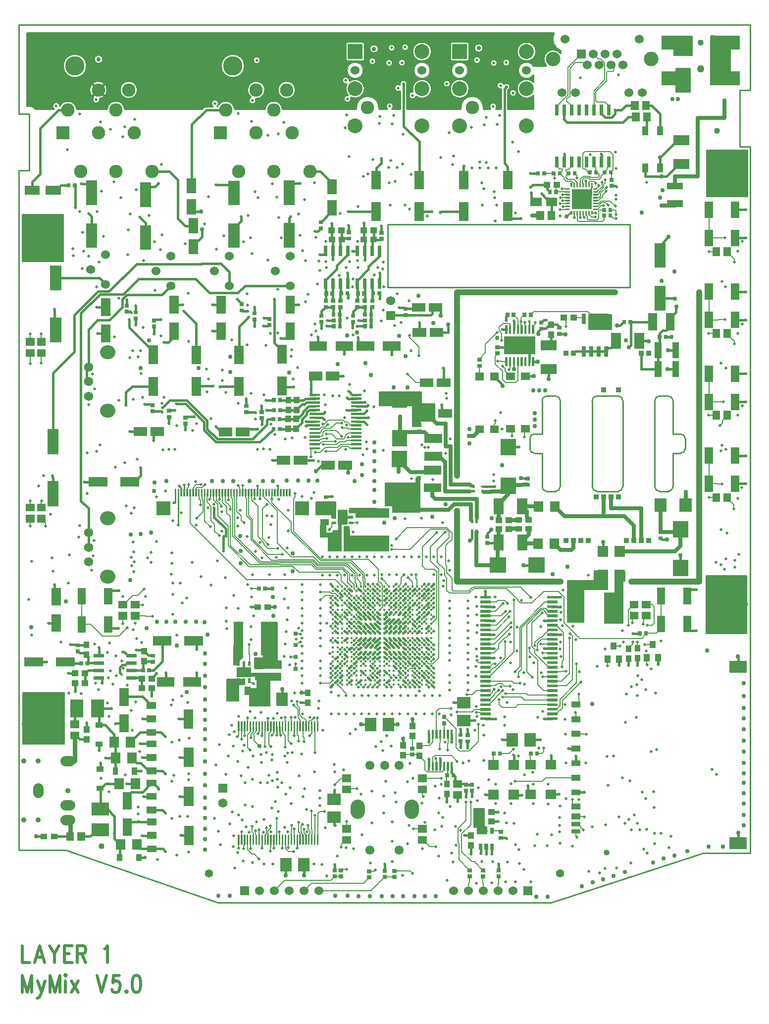
<source format=gbr>
*
*
G04 PADS Layout (Build Number 2006.45.1) generated Gerber (RS-274-X) file*
G04 PC Version=2.1*
*
%IN "MyMix V5.0_01.pcb"*%
*
%MOIN*%
*
%FSLAX35Y35*%
*
*
*
*
G04 PC Standard Apertures*
*
*
G04 Thermal Relief Aperture macro.*
%AMTER*
1,1,$1,0,0*
1,0,$1-$2,0,0*
21,0,$3,$4,0,0,45*
21,0,$3,$4,0,0,135*
%
*
*
G04 Annular Aperture macro.*
%AMANN*
1,1,$1,0,0*
1,0,$2,0,0*
%
*
*
G04 Odd Aperture macro.*
%AMODD*
1,1,$1,0,0*
1,0,$1-0.005,0,0*
%
*
*
G04 PC Custom Aperture Macros*
*
*
*
*
*
*
G04 PC Aperture Table*
*
%ADD010C,0.01*%
%ADD011C,0.001*%
%ADD012C,0.015*%
%ADD013C,0.005*%
%ADD014C,0.05*%
%ADD016C,0.006*%
%ADD017R,0.03X0.03*%
%ADD018R,0.04X0.04*%
%ADD019R,0.024X0.024*%
%ADD023R,0.014X0.014*%
%ADD024R,0.06X0.06*%
%ADD026R,0.076X0.076*%
%ADD027R,0.102X0.102*%
%ADD030C,0.02*%
%ADD032R,0.1X0.1*%
%ADD037C,0.04*%
%ADD038R,0.056X0.056*%
%ADD040R,0.018X0.018*%
%ADD041C,0.025*%
%ADD046C,0.055*%
%ADD048C,0.035*%
%ADD051C,0.03*%
%ADD052R,0.062X0.062*%
%ADD054C,0.016*%
%ADD058C,0.2*%
%ADD061R,0.036X0.036*%
%ADD068R,0.066X0.066*%
%ADD069C,0.062*%
%ADD084R,0.09X0.09*%
%ADD085C,0.098*%
%ADD087R,0.0748X0.0748*%
%ADD088C,0.06*%
%ADD092R,0.045X0.045*%
%ADD094R,0.01181X0.01181*%
%ADD095R,0.02362X0.02362*%
%ADD100R,0.05512X0.05512*%
%ADD102R,0.025X0.025*%
%ADD108C,0.09*%
%ADD112R,0.05118X0.05118*%
%ADD113R,0.03937X0.03937*%
%ADD114R,0.06299X0.06299*%
%ADD119R,0.0689X0.0689*%
%ADD121R,0.08268X0.08268*%
%ADD126R,0.05906X0.05906*%
%ADD138R,0.06693X0.06693*%
%ADD139R,0.011X0.011*%
%ADD140R,0.136X0.136*%
%ADD141R,0.015X0.015*%
%ADD142R,0.12X0.12*%
%ADD145R,0.01772X0.01772*%
%ADD146C,0.13*%
%ADD148C,0.1*%
%ADD149R,0.09449X0.09449*%
%ADD150R,0.09449X0.09449*%
%ADD152C,0.061*%
%ADD153R,0.04528X0.04528*%
%ADD154R,0.065X0.065*%
%ADD155C,0.06201*%
%ADD156R,0.03937X0.03937*%
%ADD161R,0.08661X0.08661*%
%ADD172R,0.02756X0.02756*%
%ADD173R,0.07874X0.07874*%
%ADD174C,0.09488*%
%ADD175R,0.01575X0.01575*%
%ADD180R,0.02559X0.02559*%
%ADD181R,0.038X0.038*%
%ADD182C,0.07087*%
%ADD183C,0.02953*%
*
*
*
*
G04 PC Copper Outlines (0)*
G04 Layer Name MyMix V5.0_01.pcb - dark (0)*
%LPD*%
*
*
G04 PC Area=ANP007604*
G75*
G36*
G01*
X564950Y771286D02*
Y773152D01*
G03*
X564783Y773388I-250J0D01*
G02*
X560349Y784932I2717J7667D01*
G03*
X560129Y785301I-220J119D01*
G01*
X205500D01*
G03*
X205250Y785051I0J-250D01*
G01*
Y736100D01*
G03*
X205500Y735850I250J0D01*
G01*
X207000D01*
G02*
X211127Y733845I0J-5250D01*
G03*
X211323Y733750I196J155D01*
G01*
X223628D01*
G03*
X223764Y734209I-0J250D01*
G02*
X227242Y736095I1228J1886D01*
G01*
Y736088D01*
X227242D01*
G03*
X227717Y735978I250J-0D01*
G02*
X238615Y733978I5171J-2514D01*
G03*
X238864Y733750I249J22D01*
G01*
X259195D01*
G03*
X259444Y733978I-0J250D01*
G02*
X270898I5727J-514D01*
G03*
X271147Y733750I249J22D01*
G01*
X323422D01*
G03*
X323599Y733823I-0J250D01*
G01*
X324654Y734878D01*
G02*
X326068Y735464I1414J-1414D01*
G01*
X330394D01*
G03*
X330542Y735916I0J250D01*
G02*
X333941Y736853I1328J1816D01*
G03*
X334381Y736619I231J-97D01*
G02*
X344915Y733978I4807J-3155D01*
G03*
X345164Y733750I249J22D01*
G01*
X365495D01*
G03*
X365744Y733978I-0J250D01*
G02*
X377198I5727J-514D01*
G03*
X377447Y733750I249J22D01*
G01*
X426952D01*
G03*
X427200Y734033I-0J250D01*
G02*
X442115I7457J987D01*
G03*
X442363Y733750I248J-33D01*
G01*
X447908D01*
G03*
X448068Y734192I0J250D01*
G02*
X450945I1439J1731D01*
G03*
X451105Y733750I160J-192D01*
G01*
X456590D01*
G03*
X456840Y734000I-0J250D01*
G01*
Y746051D01*
G03*
X456447Y746256I-250J0D01*
G02*
X456288Y750045I-1290J1844D01*
G03*
X456657Y750321I126J216D01*
G02*
X460865Y749885I2183J545D01*
G03*
X460840Y749776I225J-109D01*
G01*
Y734000D01*
G03*
X461090Y733750I250J0D01*
G01*
X497298D01*
G03*
X497546Y734033I-0J250D01*
G02*
X512461I7457J987D01*
G03*
X512709Y733750I248J-33D01*
G01*
X517383D01*
G03*
X517560Y734176I0J250D01*
G02*
X520752I1596J1586D01*
G03*
X520929Y733750I177J-176D01*
G01*
X524450D01*
G03*
X524700Y734000I-0J250D01*
G01*
Y747283D01*
G03*
X524413Y747530I-250J0D01*
G02*
X526165Y750607I-331J2226D01*
G03*
X526576Y750528I231J95D01*
G02*
X528935Y746842I1621J-1561D01*
G03*
X528841Y746782I82J-236D01*
G01*
X528773Y746715D01*
G03*
X528700Y746538I177J-177D01*
G01*
Y734000D01*
G03*
X528950Y733750I250J0D01*
G01*
X546300D01*
G03*
X546550Y734000I-0J250D01*
G01*
Y743110D01*
G03*
X546120Y743284I-250J0D01*
G02*
Y751954I-4503J4335D01*
G03*
X546550Y752127I180J173D01*
G01*
Y756816D01*
G03*
X546094Y756957I-250J0D01*
G02*
X546266Y762815I-4477J3063D01*
G03*
X546640Y762751I214J129D01*
G02*
X546800Y762809I160J-192D01*
G01*
X554945D01*
G03*
X555123Y763235I0J250D01*
G02*
X564497Y771140I4377J4320D01*
G03*
X564950Y771286I203J146D01*
G37*
G74*
*
*
G04 PC Area=ANP007603*
G75*
G36*
G01*
X334075Y736095D02*
G03*
X333655Y736362I-222J114D01*
G02*
X333198Y735916I-1785J1370D01*
G03*
X333346Y735464I148J-202D01*
G01*
X333626D01*
G03*
X333858Y735620I-0J250D01*
G02*
X334075Y736095I5330J-2156D01*
G37*
G74*
*
*
G04 PC Void Outlines (0)*
G04 Layer Name MyMix V5.0_01.pcb - clear (0)*
%LPC*%
*
*
G04 PC Area=ANP007604*
G75*
G36*
G01*
X541617Y766369D02*
G03*
X541617I0J6250D01*
G37*
G74*
*
G75*
G36*
G01*
X532569Y742539D02*
G03*
X532569I0J2250D01*
G37*
G74*
*
G75*
G36*
G01*
X527979Y762961D02*
G03*
X527979I0J2250D01*
G37*
G74*
*
G75*
G36*
G01*
X519579Y762701D02*
G03*
X519579I-0J2250D01*
G37*
G74*
*
G75*
G36*
G01*
X508314Y764650D02*
G03*
X508314I-0J2250D01*
G37*
G74*
*
G75*
G36*
G01*
X509500Y772250D02*
G03*
X509500I0J2750D01*
G37*
G74*
*
G75*
G36*
G01*
X496617Y741369D02*
G03*
X496617I0J6250D01*
G37*
G74*
*
G75*
G36*
G01*
Y754596D02*
G03*
X496617I0J5424D01*
G37*
G74*
*
G75*
G36*
G01*
X502867Y777619D02*
Y767619D01*
G02*
X501617Y766369I-1250J-0D01*
G01*
X491617D01*
G02*
X490367Y767619I0J1250D01*
G01*
Y777619D01*
G02*
X491617Y778869I1250J-0D01*
G01*
X501617D01*
G02*
X502867Y777619I0J-1250D01*
G37*
G74*
*
G75*
G36*
G01*
X487965Y748758D02*
G03*
X487965I0J2250D01*
G37*
G74*
*
G75*
G36*
G01*
X465323Y745702D02*
G02*
X467450Y742673I5948J1917D01*
G03*
X467056Y742541I-153J-198D01*
G02*
X465065Y745376I-2171J592D01*
G03*
X465323Y745702I20J249D01*
G37*
G74*
*
G75*
G36*
G01*
X471271Y754596D02*
G03*
X471271I0J5424D01*
G37*
G74*
*
G75*
G36*
G01*
Y766369D02*
G03*
X471271I0J6250D01*
G37*
G74*
*
G75*
G36*
G01*
X457732Y762905D02*
G03*
X457732I0J2250D01*
G37*
G74*
*
G75*
G36*
G01*
X459917Y773379D02*
G03*
X459917I0J2250D01*
G37*
G74*
*
G75*
G36*
G01*
X449133Y762759D02*
G03*
X449133I-0J2250D01*
G37*
G74*
*
G75*
G36*
G01*
X450810Y772965D02*
G03*
X450810I0J2250D01*
G37*
G74*
*
G75*
G36*
G01*
X437873Y763922D02*
G03*
X437873I-0J2250D01*
G37*
G74*
*
G75*
G36*
G01*
X439000Y771750D02*
G03*
X439000I0J2750D01*
G37*
G74*
*
G75*
G36*
G01*
X422584Y752665D02*
G02*
X423507Y742014I3687J-5046D01*
G03*
X423166Y741690I-111J-225D01*
G02*
X421400Y743030I-2066J-890D01*
G03*
X421620Y743445I33J248D01*
G02*
X420858Y750742I4651J4174D01*
G03*
X420574Y751108I-217J125D01*
G02*
X422190Y752908I-604J2167D01*
G03*
X422584Y752665I246J-41D01*
G37*
G74*
*
G75*
G36*
G01*
X426271Y754596D02*
G03*
X426271I0J5424D01*
G37*
G74*
*
G75*
G36*
G01*
X432521Y777619D02*
Y767619D01*
G02*
X431271Y766369I-1250J-0D01*
G01*
X421271D01*
G02*
X420021Y767619I0J1250D01*
G01*
Y777619D01*
G02*
X421271Y778869I1250J-0D01*
G01*
X431271D01*
G02*
X432521Y777619I0J-1250D01*
G37*
G74*
*
G75*
G36*
G01*
X380132Y741100D02*
G03*
X380132I0J5750D01*
G37*
G74*
*
G75*
G36*
G01*
X356229Y742236D02*
G02*
X359347Y741109I3431J4614D01*
G03*
X359110Y740748I-13J-250D01*
G02*
X356181Y741807I-2017J-998D01*
G03*
X356229Y742236I-101J228D01*
G37*
G74*
*
G75*
G36*
G01*
X360007Y764577D02*
G03*
X360007I-0J2250D01*
G37*
G74*
*
G75*
G36*
G01*
X343912Y755242D02*
G03*
X343912I0J7750D01*
G37*
G74*
*
G75*
G36*
G01*
X273832Y741100D02*
G03*
X273832I0J5750D01*
G37*
G74*
*
G75*
G36*
G01*
X250150Y742079D02*
G02*
X254264Y741171I3210J4771D01*
G03*
X254063Y740856I39J-246D01*
G02*
X250199Y741708I-2163J-621D01*
G03*
X250150Y742079I-189J164D01*
G37*
G74*
*
G75*
G36*
G01*
X253500Y764750D02*
G03*
X253500I0J2750D01*
G37*
G74*
*
G75*
G36*
G01*
X237612Y755242D02*
G03*
X237612I0J7750D01*
G37*
G74*
*
*
G04 PC Copper Outlines (1)*
G04 Layer Name MyMix V5.0_01.pcb - dark (1)*
%LPD*%
*
*
G04 PC Area=DRW76225121*
G75*
G36*
G01*
X202131Y631405D02*
X229719D01*
Y663119D01*
X202131D01*
Y631405D01*
G37*
G74*
*
*
G04 PC Area=DRW30641698*
G75*
G36*
G01*
X202401Y306650D02*
X230444D01*
Y341219D01*
X202401D01*
Y306650D01*
G37*
G74*
*
*
G04 PC Area=DRW37426613*
G75*
G36*
G01*
X347949Y335636D02*
Y346729D01*
X351787D01*
Y350486D01*
X339836D01*
Y335636D01*
X347949D01*
G37*
G74*
*
*
G04 PC Area=DRW61127194*
G75*
G36*
G01*
X348183Y359923D02*
Y362607D01*
X350570Y364994D01*
Y373002D01*
X344564D01*
Y359923D01*
X348183D01*
G37*
G74*
*
*
G04 PC Area=DRW17971330*
G75*
G36*
G01*
X354235Y352309D02*
X360296D01*
Y343903D01*
X355071D01*
Y332353D01*
X368781D01*
Y349558D01*
X376025D01*
Y354491D01*
X354235D01*
Y352309D01*
G37*
G74*
*
*
G04 PC Area=DRW14260929*
G75*
G36*
G01*
X364591Y388719D02*
X373782D01*
Y362781D01*
X376403D01*
Y357666D01*
X358653D01*
Y364696D01*
X364591D01*
Y388719D01*
G37*
G74*
*
*
G04 PC Area=DRW17542889*
G75*
G36*
G01*
X413020Y458730D02*
Y469759D01*
X399990D01*
Y461114D01*
X410451D01*
Y458730D01*
X413020D01*
G37*
G74*
*
*
G04 PC Area=DRW9883031*
G75*
G36*
G01*
X406433Y454138D02*
Y448601D01*
X415053D01*
Y456131D01*
X416915D01*
Y436700D01*
X408114D01*
Y446001D01*
X402946D01*
Y454138D01*
X406433D01*
G37*
G74*
*
*
G04 PC Area=DRW59815604*
G75*
G36*
G01*
X448743Y446686D02*
X422008D01*
Y453098D01*
X418744D01*
Y436725D01*
X448743D01*
Y446686D01*
G37*
G74*
*
*
G04 PC Area=DRW87740808*
G75*
G36*
G01*
X422512Y462446D02*
X426638D01*
X429305Y459229D01*
X440883D01*
Y465276D01*
X422512D01*
Y462446D01*
G37*
G74*
*
*
G04 PC Area=DRW29733984*
G75*
G36*
G01*
X442397Y534230D02*
X464914D01*
Y520480D01*
X470203D01*
Y523857D01*
X479973D01*
Y535539D01*
X470806D01*
Y543740D01*
X442397D01*
Y534230D01*
G37*
G74*
*
*
G04 PC Area=DRW88072002*
G75*
G36*
G01*
X451338Y462738D02*
Y467038D01*
X446538D01*
Y482229D01*
X467085D01*
Y485968D01*
X469842D01*
Y462738D01*
X451338D01*
G37*
G74*
*
*
G04 PC Area=DRW67510219*
G75*
G36*
G01*
X508339Y246378D02*
X514978D01*
Y251018D01*
X513094D01*
Y263298D01*
X506283D01*
Y250719D01*
X508339D01*
Y246378D01*
G37*
G74*
*
*
G04 PC Area=DRW53386868*
G75*
G36*
G01*
X596088Y423236D02*
Y410596D01*
X580247D01*
Y388614D01*
X569080D01*
Y416850D01*
X587009D01*
Y423236D01*
X596088D01*
G37*
G74*
*
*
G04 PC Area=DRW95232472*
G75*
G36*
G01*
X583533Y595788D02*
X598974D01*
Y585793D01*
X583533D01*
Y595788D01*
G37*
G74*
*
*
G04 PC Area=DRW66719095*
G75*
G36*
G01*
X601009Y422745D02*
Y408254D01*
X594009D01*
Y388123D01*
X606649D01*
Y416245D01*
X607754D01*
Y422745D01*
X601009D01*
G37*
G74*
*
*
G04 PC Area=DRW20409279*
G75*
G36*
G01*
X640743Y770056D02*
X653047D01*
Y783138D01*
X640743D01*
Y770056D01*
G37*
G74*
*
*
G04 PC Area=DRW98152102*
G75*
G36*
G01*
X642082Y761190D02*
X651955D01*
Y745485D01*
X642082D01*
Y761190D01*
G37*
G74*
*
*
G04 PC Area=DRW52415981*
G75*
G36*
G01*
X662347Y381084D02*
X689698D01*
Y419928D01*
X662347D01*
Y381084D01*
G37*
G74*
*
*
G04 PC Area=DRW13163759*
G75*
G36*
G01*
X662680Y675047D02*
X690493D01*
Y706432D01*
X662680D01*
Y675047D01*
G37*
G74*
*
*
G04 PC Area=DRW20985094*
G75*
G36*
G01*
X678772Y783138D02*
X665353D01*
Y750354D01*
X678772D01*
Y783138D01*
G37*
G74*
*
*
G04 PC Copper Outlines (2)*
G04 Layer Name MyMix V5.0_01.pcb - dark (2)*
%LPD*%
*
*
G04 PC Area=Custom_Thermal*
*
G04 PC Custom Flashes*
G04 Layer Name MyMix V5.0_01.pcb - flashes*
%LPD*%
*
*
G04 PC Circuitry*
G04 Layer Name MyMix V5.0_01.pcb - circuitry*
%LPD*%
*
G54D10*
G01X363588Y236788D02*
X363602Y236802D01*
Y242288*
X387186Y236832D02*
X387224Y242288D01*
X363588Y312488D02*
X363602Y312502D01*
Y318688*
X373445D02*
Y312631D01*
X373488Y312588*
X375413Y318688D02*
Y313611D01*
X376188Y312836*
X385256Y318688D02*
Y312520D01*
X385288Y312488*
X304303Y468926D02*
X305282D01*
Y475866*
X305314*
X504088Y457788D02*
X503789D01*
X504893Y456684*
X508042D02*
Y458648D01*
X508066Y458671*
X307996Y480286D02*
X309251Y479031D01*
X309251*
Y475866*
X311220D02*
Y481029D01*
X311220*
X307283Y475866D02*
X307283D01*
Y453998*
X360432Y480291D02*
X360432D01*
Y475866*
X374212D02*
Y480213D01*
X374212*
X512659Y476906D02*
X512677Y476888D01*
Y476239*
X533229Y563878D02*
X533245Y563862D01*
Y558856*
X543429Y585678D02*
Y591067D01*
X543509Y591147*
X568380Y661521D02*
X570960Y664101D01*
X571726*
X571810Y664016*
X578651Y675251D02*
X578700Y675202D01*
Y673359*
X578651Y675251D02*
X585172D01*
Y680843*
X585590Y681261*
Y682702*
X581646Y685563D02*
X581653Y685556D01*
Y682702*
X200000Y790551D02*
X692126D01*
Y746600*
X685126*
Y708600*
X692126*
Y233465*
X684094*
X660630*
X558268Y200000*
X333860*
X231500Y235430*
X200000*
Y692600*
X207000*
Y730600*
X200000*
Y790551*
X448300Y614173D02*
X611200D01*
Y656500*
X448300*
Y614173*
X588891Y540912D02*
G75*
G03X585801Y537822I0J-3090D01*
G01X588891Y540912D02*
X603310D01*
X606423Y537799D02*
G03X603310Y540912I-3113J0D01*
G01X606423Y537799D02*
Y479945D01*
X603288Y476810D02*
G03X606423Y479945I0J3135D01*
G01X603288Y476810D02*
X588894D01*
X585801Y479903D02*
G03X588894Y476810I3093J0D01*
G01X585801Y479903D02*
Y537822D01*
X631050Y540912D02*
G03X627950Y537812I-0J-3100D01*
G01Y479901*
G03X631041Y476810I3091J0*
G01X637059*
G03X640159Y479910I-0J3100*
G01Y502360*
X645273*
G03X648373Y505460I-0J3100*
G01Y512262*
G03X645273Y515362I-3100J-0*
G01X640159*
Y537812*
G03X637059Y540912I-3100J0*
G01X631050*
X552065Y479910D02*
G03X555165Y476810I3100J-0D01*
G01X561174*
G03X564274Y479910I-0J3100*
G01Y537812*
G03X561174Y540912I-3100J-0*
G01X555165*
G03X552065Y537812I-0J-3100*
G01Y515362*
X546951*
G03X543851Y512262I-0J-3100*
G01Y505460*
G03X546951Y502360I3100J-0*
G01X552065*
Y479910*
G54D11*
X603313Y476819D02*
X588913D01*
X585813Y479919D02*
G03X588913Y476819I3100J0D01*
G01Y540919D02*
X603313D01*
X588913D02*
G03X585813Y537819I0J-3100D01*
G01X606413D02*
G03X603313Y540919I-3100J0D01*
G01X606413Y479919D02*
Y537819D01*
X603313Y476819D02*
G03X606413Y479919I0J3100D01*
G01X585813D02*
Y537819D01*
X637063Y476819D02*
X631063D01*
X627963Y479919D02*
G03X631063Y476819I3100J0D01*
G01X637063D02*
G03X640163Y479919I0J3100D01*
G01X631063Y540919D02*
X637063D01*
X631063D02*
G03X627963Y537819I0J-3100D01*
G01X648363Y512269D02*
Y505469D01*
X645263Y502369D02*
G03X648363Y505469I0J3100D01*
G01X640163Y479919D02*
Y502369D01*
Y515369D02*
Y537819D01*
G03X637063Y540919I-3100J0*
G01X627963Y479919D02*
Y537819D01*
X645263Y502369D02*
X640163D01*
X645263Y515369D02*
X640163D01*
X648363Y512269D02*
G03X645263Y515369I-3100J0D01*
G01X555163Y476819D02*
X561163D01*
G03X564263Y479919I0J3100*
G01X552063D02*
G03X555163Y476819I3100J0D01*
G01X561163Y540919D02*
X555163D01*
X564263Y537819D02*
G03X561163Y540919I-3100J0D01*
G01X552063Y479919D02*
Y502369D01*
Y515369D02*
Y537819D01*
X555163Y540919D02*
G03X552063Y537819I0J-3100D01*
G01X564263Y479919D02*
Y537819D01*
X543863Y512269D02*
Y505469D01*
G03X546963Y502369I3100J0*
G01X552063*
X546963Y515369D02*
X552063D01*
X546963D02*
G03X543863Y512269I0J-3100D01*
G54D12*
G01X267750Y230359D02*
Y238721D01*
X268188Y239159*
X280650Y230359D02*
X284788D01*
Y230588*
X391546Y225508D02*
X391782Y225272D01*
Y218323*
X379546Y225508D02*
X379582Y225472D01*
Y218323*
X412400Y225800D02*
Y221726D01*
X446100Y226000D02*
Y221426D01*
X504100Y232563D02*
Y238513D01*
X518240Y232788D02*
X518240D01*
Y237644*
X514500Y232798D02*
Y237644D01*
X522800Y226163D02*
Y221726D01*
X211361Y244621D02*
X211458Y244524D01*
X216821*
X223513D02*
X230371D01*
X234402Y244518*
X241882D02*
X242002Y244637D01*
X247718*
X252067Y248987*
X254750*
X264158Y246262D02*
X264318Y246102D01*
Y243029*
X268188Y239159*
X282788Y245088D02*
X289300D01*
Y245304*
Y236204D02*
X296738D01*
X298433Y234509*
X279212Y239159D02*
X281467Y236904D01*
Y236204*
X289300*
X308686Y245304D02*
X308686D01*
X314300*
X499799Y245205D02*
X504100D01*
X504100*
X510760Y248274D02*
X514429D01*
X514429*
X510760Y237644D02*
Y232945D01*
X510760*
X528314Y243000D02*
X528314D01*
X524300Y243492D02*
X524341Y243533D01*
X527781*
X528314Y243000*
X684055Y240101D02*
Y246898D01*
X232677Y255815D02*
X234402D01*
X272221Y254404D02*
X272486Y254139D01*
X272843Y250887*
X289300Y254404D02*
X272221D01*
X280379*
Y254719*
X272486Y271258D02*
X275666Y274438D01*
X283099*
X289225Y280564*
X272486Y271258D02*
X272843Y268603D01*
X254750Y263160D02*
X254819Y263228D01*
X259063*
X264158Y258134*
Y246262*
X283871Y271464D02*
X289225D01*
Y262364D02*
X289288Y262427D01*
X296364*
X298358Y260433*
X308277Y271464D02*
X314225D01*
X412148Y269508D02*
Y275441D01*
X412491Y275784*
X412148Y257508D02*
Y252358D01*
X412573Y251933*
X413000*
X488000Y267835D02*
Y273213D01*
X507118Y254559D02*
X511154D01*
X507004Y260959D02*
X511154D01*
X500950Y271039D02*
Y275288D01*
X495200Y272419D02*
Y267888D01*
X513744Y272788D02*
X519229D01*
X517846Y260959D02*
X518006Y261119D01*
X522544*
X517846Y254559D02*
X522544D01*
X533029Y272788D02*
Y272444D01*
X538531*
Y272514*
X558100Y272859D02*
X563603D01*
X574803Y274196D02*
X580441D01*
X259810Y279955D02*
X259914Y280059D01*
X267388*
X272611Y280076D02*
X278395D01*
X278412Y280059*
X254600Y289909D02*
X254788D01*
Y294088*
X254600Y277009D02*
X254750Y276859D01*
Y263160*
X254600Y277009D02*
X255200D01*
X258146Y279955*
X259810*
X264850Y288559D02*
Y297221D01*
X264988Y297359*
X289225Y280564D02*
X290225D01*
X293745Y277044*
Y276332*
X289153Y288664D02*
X296396D01*
X298521Y286539*
X277750Y288559D02*
X282288D01*
Y288588*
X492859Y285721D02*
X492367Y285659D01*
X493413Y285105*
Y281686*
X495200Y279899*
X491300Y291659D02*
Y287280D01*
X492859Y285721*
X495200Y279899D02*
X500045D01*
X500045D02*
X500283Y279662D01*
X500710*
X500950Y279422*
X504850Y275288D02*
X504860Y274786D01*
Y271220*
X500950Y279422D02*
X504850D01*
X542471Y278568D02*
Y272859D01*
X544300*
X237600Y312519D02*
X237659Y312459D01*
X238345*
X240700Y310104*
Y309986*
X245400*
X253800Y302400D02*
Y306709D01*
X258080Y297407D02*
X264941D01*
X264988Y297359*
X263888Y308059D02*
X263900Y308071D01*
X282788Y297588D02*
X289153D01*
Y297764*
X281538Y306911D02*
X284197D01*
X284244Y306864*
X289153*
X274912Y308059D02*
X281394Y314541D01*
X288981*
X276012Y297359D02*
X279291Y294079D01*
Y293972*
X281960*
X287268Y288664*
X289153*
X308016Y297764D02*
X314153D01*
X458488Y310288D02*
Y306017D01*
X458500Y306005*
X483599Y296880D02*
Y291660D01*
X483600Y291659*
X475900Y307996D02*
Y313459D01*
Y296773D02*
Y291659D01*
X491300Y313459D02*
Y308039D01*
X497100Y304291D02*
Y308692D01*
X502000Y304079D02*
Y308492D01*
X525091Y309659D02*
X532100D01*
X532849Y299216D02*
X533029Y299036D01*
Y292788*
X544100Y309659D02*
X550913D01*
X558100Y299100D02*
Y292859D01*
X569904Y303723D02*
X574803D01*
Y298637D02*
Y293881D01*
X245400Y320900D02*
Y316678D01*
X237600Y319999D02*
X237609D01*
Y330659*
X238725*
X253800Y330400D02*
Y330659D01*
X262281*
X264694Y320379D02*
X265021Y320706D01*
X270757*
X253800Y319609D02*
X257800D01*
X263900Y313509*
Y308071*
X264667Y308838*
X264988*
Y297359*
X253800Y319609D02*
X257800D01*
X263900Y313509*
Y308071*
X253800Y319609D02*
Y330400D01*
X252899Y330659D02*
X253541D01*
X253800Y330400*
Y330659*
X262281*
X283161Y323641D02*
X288981D01*
Y314541D02*
X295365D01*
X298349Y311557*
X307655Y323641D02*
X313981D01*
X430188Y319988D02*
X436671D01*
X436700Y319959*
X448700D02*
X454959D01*
X454988Y319988*
X464788Y323488D02*
X464800Y323476D01*
Y319005*
X502000Y316663D02*
Y312626D01*
X497100Y316663D02*
Y312826D01*
X499288Y322588D02*
X506693D01*
X514000Y323759D02*
X520879D01*
X553362D02*
X559000D01*
X233087Y354230D02*
X233087D01*
X237686*
X244379Y347626D02*
Y354230D01*
X237686Y347626D02*
Y342042D01*
X244379Y354230D02*
X246431Y356282D01*
X253714*
X270757Y338422D02*
X270973Y338638D01*
X283116*
X253714Y351282D02*
X255675D01*
Y347646*
X283116Y338638D02*
Y338317D01*
X283405*
X288981Y332741*
X282568Y344438D02*
Y350814D01*
X289261Y344438D02*
Y339069D01*
Y350814D02*
X289261D01*
X292636Y354189*
X275714Y351282D02*
X282099D01*
X282568Y350814*
X298745Y348519D02*
X298788D01*
Y354588*
X316461Y348519D02*
X319497D01*
Y354812*
X341833Y342594D02*
X346237D01*
X347526Y349379D02*
X351266D01*
X346237Y342594D02*
Y337024D01*
X346237*
Y342594D02*
Y349943D01*
X346264Y349970*
X347526Y349379*
X365086Y343567D02*
Y336748D01*
X361766Y347409D02*
Y351548D01*
X353717Y342594D02*
X358078D01*
X369466Y351748D02*
X374582D01*
X374582*
X389666Y334520D02*
X389666D01*
X394308*
X377086Y343709D02*
Y336748D01*
X390022Y341212D02*
X390022D01*
X394308*
X409713Y345013D02*
X411288Y346588D01*
X428611Y348163D02*
X430186Y349738D01*
X416012Y351312D02*
X417587Y352887D01*
X422312Y348163D02*
X423887Y349738D01*
X412863Y348163D02*
X414438Y349738D01*
X441209Y348163D02*
X442784Y349738D01*
X434910Y351313D02*
X436485Y349738D01*
X447508Y348163D02*
X449083Y349738D01*
X458532D02*
X460107Y348163D01*
X464831Y349738D02*
X466406Y348163D01*
X471131Y352887D02*
X472706Y351312D01*
X492395Y334588D02*
X499288D01*
X474280Y349738D02*
X475855Y348163D01*
X477430Y346588D02*
X479005Y345013D01*
X209921Y362011D02*
X218474D01*
X218542Y361943*
X231181Y362011D02*
X235196D01*
X235868Y361339*
X237057*
X237337Y361059*
X241859Y361079*
X245993D02*
X245182Y361282D01*
X246485*
X253714*
X245347Y366834D02*
X246485Y365696D01*
Y361282*
X253714*
X245359Y366821D02*
X245347Y366834D01*
X246485Y365696*
Y361282*
X234646Y373637D02*
X239051D01*
X239497Y373191*
X245993Y361079D02*
X246485Y361282D01*
X239497Y373191D02*
X239510Y373204D01*
X239543*
X240682Y373514*
X245359*
X239497Y369057D02*
X239662D01*
X240772Y367948*
X245223*
X245232Y367938*
Y366949*
X245359Y366821*
X267858Y357529D02*
Y358461D01*
X269456Y360059*
X271530*
X272753Y361282*
X275714*
X267858Y357529D02*
Y354578D01*
X268815Y353621*
X269788Y368588D02*
X270982D01*
X273288Y366282*
X275714*
X253714D02*
Y368950D01*
X253912Y369148*
Y371614*
X278993Y370160D02*
X284082D01*
X284294Y369949*
Y369188*
X283392Y356278D02*
Y361621D01*
X284266Y362495*
X284294*
X287526Y356278D02*
X290433D01*
X296491Y362336*
X275714Y356282D02*
X282896D01*
X283392Y356278*
X284294Y369188D02*
X287164Y366202D01*
X289981Y366230*
X284294Y362495D02*
X289091D01*
X289981Y362096*
X347526Y373002D02*
Y377614D01*
X347576Y377664*
X347526Y373002D02*
Y360797D01*
X347543Y357054D02*
X351266D01*
Y360797*
X347543Y357054D02*
X351266D01*
Y355088*
X366080Y372733D02*
Y368517D01*
X371640*
X371955Y372733D02*
X366080D01*
Y377664*
X360486Y363490D02*
Y359028D01*
X361766*
X369466Y359228D02*
X375009D01*
Y359220*
X419162Y367061D02*
X420737Y365486D01*
X412863Y363911D02*
X414438Y365486D01*
X425461Y360761D02*
X427036Y362336D01*
X431760Y367060D02*
X433335Y368635D01*
X431760Y373360D02*
X433335Y374935D01*
X428611Y370210D02*
X430186Y371785D01*
X428611Y367060D02*
X430186Y368635D01*
X431760Y363911D02*
X433335Y365486D01*
X422312Y357612D02*
X423887Y359187D01*
X428611Y373360D02*
X430186Y374935D01*
X412863Y357612D02*
X414438Y359187D01*
X422312Y370210D02*
X423887Y371785D01*
X428611Y363911D02*
X430186Y365486D01*
Y356037D02*
X431761Y354462D01*
X441635Y367486D02*
X442784Y368635D01*
X438060Y367060D02*
X439635Y368635D01*
X441209Y363911D02*
X442784Y365486D01*
X441209Y370210D02*
X442784Y371785D01*
X447509Y373360D02*
X449083Y371786D01*
Y371785*
X441209Y354462D02*
X442784Y356037D01*
X438060Y363911D02*
X439635Y365486D01*
X434910Y373360D02*
X436485Y374935D01*
X434910Y367060D02*
X436485Y368635D01*
X441209Y373360D02*
X442784Y374935D01*
X450658Y373360D02*
X452233Y371785D01*
X433335D02*
X434910Y373360D01*
X436485Y359187D02*
X438060Y357612D01*
X436485Y371785D02*
X438060Y373360D01*
X439635Y371785D02*
Y371786D01*
X441209Y373360*
X445934Y356037D02*
X447509Y354462D01*
X445934Y365486D02*
X447509Y363911D01*
X445934Y368635D02*
X447509Y367060D01*
X445934Y371785D02*
X447509Y370210D01*
X449083Y368635D02*
X450658Y367060D01*
X452233Y359187D02*
X453808Y357612D01*
X452233Y365486D02*
X453808Y363911D01*
X452233Y368635D02*
X453808Y367060D01*
Y373360D02*
X455383Y371785D01*
Y356037D02*
X456958Y354462D01*
X455383Y365486D02*
X456958Y363911D01*
X455383Y368635D02*
X456958Y367060D01*
X458532Y365486D02*
X460107Y363911D01*
X458532Y368635D02*
X460107Y367060D01*
X458532Y371785D02*
X460107Y370210D01*
X461682Y362336D02*
X463257Y360761D01*
X464831Y359187D02*
X466406Y360762D01*
X464831Y371785D02*
X466406Y370210D01*
X467981Y365486D02*
X469556Y363911D01*
X474280Y359187D02*
X475855Y357612D01*
X474280Y365486D02*
X475855Y363911D01*
X474280Y371785D02*
X475855Y370210D01*
X514000Y364659D02*
X519718D01*
X514000Y370959D02*
X519887D01*
X519889Y370957*
X553591Y364659D02*
X559000D01*
X553476Y370959D02*
X559000D01*
X603917Y359617D02*
Y363800D01*
X610288Y359588D02*
X610317D01*
Y364254*
X630217Y360326D02*
Y364800D01*
X616288Y359588D02*
X616317D01*
Y364454*
X683962Y365524D02*
X684055D01*
Y358605*
X219745Y388125D02*
X225516D01*
X225119Y388146*
X259958Y387271D02*
Y384823D01*
X266957*
X296331Y376233D02*
X296491Y373345D01*
Y362336*
X317591Y376233D02*
X319339Y373505D01*
Y370253*
X372081Y377664D02*
X366080D01*
Y382739*
X371955*
X366080Y377664D02*
Y387144D01*
X371263*
X412863Y382809D02*
X414438Y381234D01*
X425461Y382809D02*
X427036Y381234D01*
X428611Y392258D02*
X430186Y390683D01*
X428611Y385958D02*
X430186Y384383D01*
X431760Y382809D02*
X433335Y381234D01*
X419162Y376509D02*
X420737Y378084D01*
X428611Y376509D02*
X430186Y378084D01*
X428611Y382809D02*
X430186Y381234D01*
X412863Y389108D02*
X414438Y387533D01*
X422312Y389108D02*
X423887Y387533D01*
X428611Y389108D02*
X430186Y387533D01*
X412863Y376510D02*
X414438Y374935D01*
X419162Y382809D02*
X420737Y381234D01*
X431760Y376509D02*
X433335Y378084D01*
X431760Y385958D02*
X433335Y384383D01*
X431760Y392258D02*
X433335Y390683D01*
X434910Y385958D02*
X436485Y384383D01*
X434910Y376509D02*
X436485Y378084D01*
X434910Y392258D02*
X436485Y390683D01*
X438060Y382809D02*
X439635Y381234D01*
X441209Y385958D02*
X442784Y384383D01*
X441209Y392258D02*
X442784Y390683D01*
X447509Y389108D02*
Y389109D01*
X449083Y390683*
X441209Y376509D02*
X442784Y378084D01*
X438060Y385958D02*
X439635Y384383D01*
X441209Y382809D02*
X442784Y381234D01*
X434910Y382809D02*
X436485Y381234D01*
X438060Y376509D02*
X439635Y378084D01*
X450658Y389108D02*
X452233Y390683D01*
X438060Y392258D02*
X439635Y390683D01*
X441209Y389108D02*
X442784Y387533D01*
X433335D02*
X434910Y385958D01*
X436485Y387533D02*
X438060Y385958D01*
X439635Y374935D02*
X441209Y376509D01*
X439635Y387533D02*
X441209Y385959D01*
Y385958*
X445934Y374935D02*
X447509Y373360D01*
X445934Y378084D02*
X447509Y376509D01*
X445934Y381234D02*
X447509Y382809D01*
X445934Y384383D02*
X447509Y385958D01*
X445934Y387533D02*
X447509Y389108D01*
X445934Y390683D02*
X447509Y392258D01*
X445934Y393832D02*
X447509Y395407D01*
X449083Y374935D02*
X450658Y373360D01*
X449083Y378084D02*
X450658Y376509D01*
X449083Y381234D02*
X450658Y382809D01*
X449083Y384383D02*
X450658Y385958D01*
X449083Y387533D02*
X450658Y389108D01*
X449083Y393832D02*
X450658Y395407D01*
X452233Y374935D02*
X453808Y373360D01*
X452233Y378084D02*
X453808Y376509D01*
X452233Y381234D02*
X453808Y382809D01*
X452233Y384383D02*
X453808Y385958D01*
X452233Y387533D02*
X453808Y389108D01*
X455383Y390683*
Y374935D02*
X456958Y373360D01*
X455383Y378084D02*
X456958Y376509D01*
X455383Y381234D02*
X456958Y382809D01*
X455383Y384383D02*
X456958Y385958D01*
X455383Y387533D02*
X456958Y389108D01*
X455383Y393832D02*
X456958Y395407D01*
X458532Y374935D02*
X460107Y373360D01*
X458532Y378084D02*
X460107Y376509D01*
X458532Y381234D02*
X460107Y382809D01*
X458532Y384383D02*
X460107Y385958D01*
X458532Y387533D02*
X460107Y389108D01*
X458532Y393832D02*
X460107Y395407D01*
X464831Y387533D02*
X466406Y385958D01*
X467981Y378084D02*
X469556Y376509D01*
X467981Y381234D02*
X469556Y382809D01*
X467981Y390683D02*
X469556Y392258D01*
X474280Y378084D02*
X475855Y376509D01*
X474280Y384383D02*
X475855Y385958D01*
X474280Y393832D02*
X475855Y395407D01*
X514000Y380359D02*
X519775D01*
X514000Y389759D02*
X519702D01*
X519775Y389832*
X571164Y391066D02*
Y394996D01*
X553476Y389759D02*
X559000D01*
Y380359D02*
X564786D01*
X597075Y390084D02*
Y394627D01*
X613065Y381159D02*
X617833D01*
X649858Y387371D02*
Y382932D01*
X655920*
X223772Y413994D02*
Y405862D01*
X225119*
X259958Y406247D02*
Y410108D01*
X267036*
X356282Y398876D02*
X360591D01*
X365565Y411470D02*
X370508D01*
X367283Y398876D02*
X372018D01*
X416012Y408006D02*
X417587Y406431D01*
X412863Y395407D02*
X414438Y393832D01*
X428611Y411155D02*
X430186Y409580D01*
X431760Y395407D02*
X433335Y393832D01*
X431760Y404856D02*
X433335Y403281D01*
X419162Y395407D02*
X420737Y393832D01*
X425461Y398557D02*
X427036Y396982D01*
X412863Y401706D02*
X414438Y400131D01*
X412863Y411155D02*
X414438Y409580D01*
X422312Y411155D02*
X423887Y409580D01*
X422312Y401706D02*
X423887Y400131D01*
X428611Y395407D02*
X430186Y393832D01*
X441209Y404856D02*
X442784Y403281D01*
X434910Y401706D02*
X436485Y400131D01*
X438060Y411155D02*
X439635Y409580D01*
X434910Y395407D02*
X436485Y393832D01*
X441209Y395407D02*
X442784Y393832D01*
X445934Y403281D02*
X447509Y404856D01*
X445934Y409580D02*
X447509Y411155D01*
X452233Y400131D02*
X453808Y401706D01*
X452233Y409580D02*
X453808Y411155D01*
X458532Y403281D02*
X460107Y404856D01*
X458532Y409580D02*
X460107Y411155D01*
X461682Y396982D02*
X463257Y398557D01*
X464831Y400131D02*
X466406Y401706D01*
X464831Y409580D02*
X466406Y411155D01*
X471131Y406431D02*
X472706Y408006D01*
X474280Y400131D02*
X475855Y401706D01*
X474280Y409580D02*
X475855Y411155D01*
X477430Y412730D02*
X479005Y414305D01*
X514000Y409538D02*
Y405559D01*
Y399159D02*
X519889D01*
X571164Y394996D02*
Y402088D01*
X574288*
X559000Y405559D02*
X564558D01*
X559000Y399159D02*
X564615D01*
X576812Y394750D02*
Y390575D01*
X574288Y402088D02*
X576812D01*
Y394750*
X597075Y402088D02*
Y394627D01*
X597075*
Y402088D02*
X600288D01*
X603583Y394505D02*
Y390575D01*
X600288Y402088D02*
X603583D01*
Y394505*
X600288Y402088D02*
X603583D01*
Y420445*
X604255*
X649858Y406347D02*
Y410817D01*
X655920*
X409713Y414305D02*
X411288Y412730D01*
X539388Y427088D02*
X548288D01*
X645288Y433707D02*
Y425088D01*
X246685Y439083D02*
Y448926D01*
X337645Y436765D02*
Y446784D01*
X339055*
Y451611*
X405171Y454138D02*
Y455919D01*
X405811*
X405171Y451856D02*
Y454138D01*
Y451856*
X408900Y447859D02*
X413260D01*
X409215Y440259D02*
X413460D01*
X429213Y438339D02*
Y443807D01*
X434082*
Y438459*
X429213Y438339D02*
Y443807D01*
X437800*
X420740Y452587D02*
Y447859D01*
X420740*
X420940Y440259D02*
Y438459D01*
X425064*
X437800Y443807D02*
Y438399D01*
X503635Y443816D02*
Y443882D01*
X504893Y445140*
Y449401*
X522540Y442007D02*
Y442014D01*
X522914Y442388*
X522540Y442007D02*
Y441536D01*
X522914Y450560D02*
X522942Y451439D01*
X515121Y442007D02*
X522540D01*
Y442014*
X522914Y442388*
X515121Y446141D02*
Y448483D01*
X517735Y451097*
X593035Y436390D02*
Y442520D01*
X593268*
X631875Y445156D02*
X632798Y444233D01*
X636323*
X645005Y449351D02*
X645288Y449068D01*
X241628Y470280D02*
Y596595D01*
X254342Y609309*
X270010*
X280410Y619709*
X318716*
X328216Y610209*
X347295*
X352045Y614959*
X382400*
X241628Y470280D02*
X246685Y465223D01*
Y448926*
X331198Y465520D02*
Y459468D01*
X339055Y451611*
X402773Y468271D02*
X402773D01*
X406522Y468763*
X400965Y463465D02*
X401557Y463399D01*
X405811*
X411991Y459359D02*
Y463099D01*
X412282Y463399*
X406522Y472897D02*
X407014Y473389D01*
X410711*
X405811Y463399D02*
X406500Y468249D01*
X406522Y468763*
X405811Y463399D02*
X412282D01*
X423409Y459359D02*
X417700D01*
X419646Y463080*
X423409Y463099D02*
X437800D01*
X438105*
X437800Y462311D02*
Y463099D01*
X469279Y464488D02*
Y485620D01*
X222560Y487381D02*
Y486082D01*
X222768Y485874*
Y475178*
X243878Y483059D02*
X253170D01*
X274430D02*
X277580D01*
X281803Y487282*
Y492580*
X399900Y490300D02*
X403859Y494259D01*
X408091*
X452488Y480588D02*
Y472588D01*
X457088*
X457188Y472488*
Y480588*
X452488D02*
Y472588D01*
X455822*
X456021Y472389*
X478087Y489754D02*
X478293Y490971D01*
X503130Y476546D02*
X503490Y476906D01*
X505375*
X504158Y480559D02*
X505375D01*
Y480056*
X512659D02*
Y480120D01*
X520287*
X537990Y485832D02*
X542304Y485340D01*
X648753Y476291D02*
X648835Y476373D01*
X682058Y481851D02*
X682074Y481867D01*
X689239*
X222768Y510218D02*
Y556237D01*
X237288Y570757*
Y595439*
X253158Y611309*
X260650*
X279073Y629732*
X322680*
X322983Y630035*
X335842*
X341600Y624277*
Y614959*
X290531Y511141D02*
Y516706D01*
X290912Y517088*
X292997*
X370386Y497588D02*
X378079D01*
X389497D02*
Y497600D01*
X398300*
X419509Y494259D02*
X421197D01*
X421656Y493800*
Y489368*
X455498Y497663D02*
X455686D01*
X455903Y497447*
X455498Y497663D02*
X455686D01*
X455903Y497447*
Y498270*
X456021Y498389*
X529288Y506588D02*
X536618D01*
X682058Y500827D02*
X682081Y500850D01*
X689239*
X274615Y517088D02*
X281579D01*
X289800Y530592D02*
X295810D01*
X296302Y530100*
X296388Y532888D02*
X301588Y538088D01*
X312788*
X326588Y524288*
Y518788*
X333388Y511988*
X357088*
X366888Y521788*
Y524831*
X367488Y525431*
X371196*
X312000Y517873D02*
Y522292D01*
X301000Y522297D02*
Y526792D01*
Y530926D02*
X301492Y531418D01*
X304680*
X312000Y526426D02*
X312492Y526918D01*
X317791*
X332394Y520310D02*
X336116Y516588D01*
X339079*
X350497D02*
X352640Y518731D01*
X360400*
X366588Y531388D02*
X371111D01*
X371621Y531406*
X363300Y525992D02*
X363608Y525389D01*
Y521727*
X353000Y530092D02*
X358553D01*
X359045Y529600*
X381305Y531445D02*
X386760D01*
X381257Y518699D02*
X386618D01*
X381257Y525391D02*
X386618D01*
X375755Y531406D02*
X381266D01*
X381305Y531445*
X375518Y518659D02*
X381218D01*
X381257Y518699*
X375330Y525431D02*
X381218D01*
X381257Y525391*
X386760Y531445D02*
Y531642D01*
X390406Y535288*
X392288*
X393559Y536559*
X399100*
X386618Y525391D02*
X387091D01*
X391188Y529488*
Y530388*
X394859Y534059*
X399100*
X386618Y518699D02*
Y518895D01*
X390588Y522866*
Y525188*
X393588Y528188*
Y529888*
X395159Y531459*
X399100*
X393175Y523759D02*
X399100D01*
X393202Y520662D02*
X393799Y521259D01*
X399100*
Y526359D02*
X404145D01*
X405538Y524966*
X399100Y528859D02*
X404756D01*
X405934Y530037*
X420461Y531459D02*
X427100D01*
Y534059D02*
X434325D01*
X434947Y534681*
X427100Y528859D02*
X432004D01*
X434306Y531161*
X427100Y526359D02*
X435157D01*
X427100Y523759D02*
X432159D01*
X434216Y521702*
X475398Y529181D02*
X475914Y534646D01*
X271952Y534571D02*
Y543261D01*
X276120Y547429*
X290300*
X284581Y535218D02*
X289800D01*
Y534726*
X305688Y535788D02*
X312188D01*
X324488Y523488*
Y517988*
X332488Y509988*
X362221*
X371385Y518659*
X319200Y547229D02*
X319761Y547790D01*
X330600*
X335100Y547134D02*
X335195Y547229D01*
X348100*
X366288Y538088D02*
X370945D01*
X371527Y538177*
X363300Y534246D02*
Y530126D01*
X353000Y539073D02*
Y534226D01*
X381305Y538138D02*
X386760D01*
X375660Y538177D02*
X381266D01*
X381305Y538138*
X386760D02*
X391638D01*
X392659Y539159*
X399100*
X377046Y547813D02*
X377303Y547556D01*
Y546921*
X384792*
X396393Y541659D02*
Y545455D01*
X396441Y545503*
X396393Y541659D02*
X399100D01*
X396441Y545503D02*
Y554348D01*
X396452Y554359*
X399591*
X420697Y539840D02*
X421378Y539159D01*
X427100*
X421925Y543894D02*
X422024D01*
X424259Y541659*
X427100*
Y536559D02*
X432648D01*
X432858Y536769*
X456107Y538389D02*
X469315D01*
X469382Y538322*
Y521298*
X456107Y538389D02*
X469315D01*
X469382Y538322*
Y529035*
X469491Y529144*
X475398Y529181*
X484384Y534962D02*
Y529123D01*
X484405Y529144*
X486815Y529181*
X475914Y534646D02*
X475914D01*
X519975Y553966D02*
X525497Y548444D01*
Y547808*
X540745Y554214D02*
X546368D01*
X546368*
X682058Y536971D02*
X689211D01*
X689239Y536943*
X245500Y559235D02*
Y551763D01*
X246685Y550578*
X245500Y559235D02*
X246685Y560421D01*
Y585562*
X252982Y591859*
X260689*
X269461Y600631*
Y605931*
X272431Y608901*
X296242*
X302300Y614959*
X348100Y568489D02*
Y587607D01*
X354376Y593883*
X411009Y554359D02*
X418140D01*
X418958Y569177D02*
X418958D01*
Y574559*
X450858Y568779D02*
X450858D01*
Y574559*
X485588Y559588D02*
X485810D01*
Y549867*
X522000Y573726D02*
X527538D01*
X527695Y573569*
Y573260*
X546029Y563878D02*
X546264Y564113D01*
X549111*
X556400Y558985D02*
X556648Y558737D01*
Y552480*
X573263Y569637D02*
X574485Y570859D01*
X580200*
X595200D02*
X590200D01*
X585200*
X580200D02*
X585200D01*
X610420Y573547D02*
X611984Y575111D01*
X595200Y570859D02*
Y571752D01*
X596736Y573288*
X598888*
X601588Y575988*
Y577960*
X601703Y578075*
X618963Y569637D02*
Y559112D01*
X630234*
Y571722D02*
Y559112D01*
Y571580*
X631058Y572403*
X631163*
Y580618*
X636588Y559088D02*
X642046Y559112D01*
X636688Y571688D02*
X642046Y571722D01*
X682058Y555947D02*
X682089Y555978D01*
X689239*
X252860Y583001D02*
X252860D01*
X258300*
X278500Y588535D02*
Y593092D01*
X274289Y592306D02*
Y587015D01*
X290300Y571005*
Y568689*
X290900Y591726D02*
X291392Y592218D01*
X295440*
X290900Y587592D02*
Y582796D01*
X295440Y592218D02*
X295440D01*
X297581Y577177D02*
X300455D01*
X304400Y581122*
Y584601*
X330260D02*
X330260D01*
X336000*
X358400Y587575D02*
Y592392D01*
X364419Y588100D02*
X364419D01*
X367665*
X368157Y588592*
X368600*
X364749Y593218D02*
X364749D01*
X364751Y593220*
X368105*
X368600Y592726*
X376008Y579816D02*
X382500D01*
Y584601*
X403498Y586398D02*
Y590150D01*
X403548Y590692*
X407307Y587995D02*
X411205D01*
X411833Y587859*
X407395Y591759D02*
X411833D01*
X401242Y574559D02*
X401288D01*
Y580588*
X424505Y586644D02*
Y589989D01*
X424716Y590692*
X427576Y587718D02*
X427717Y587859D01*
X432833*
X428100Y580437D02*
Y574559D01*
X433142*
X428354Y591759D02*
X432833D01*
X415967D02*
Y587859D01*
X436967D02*
Y591759D01*
Y595659*
X469479Y583688D02*
X469479D01*
Y590199*
X480897Y583688D02*
X488795D01*
X488893Y583590*
Y588879*
X525306Y585678D02*
X528029D01*
X527925Y591826D02*
Y594657D01*
X528763Y595495*
X549585Y582707D02*
Y584218D01*
X551604Y586237*
X551715Y586348*
X554359*
X557008Y588997*
X558130*
X551604Y590371D02*
X553331Y592098D01*
X554815*
X537029Y574878D02*
X543239D01*
X543429Y574688*
Y563878*
X533229Y585678D02*
Y591258D01*
X558130Y588997D02*
X562209D01*
X563634Y587572*
Y586898*
Y582764D02*
X567408D01*
X567900Y582272*
X556400Y574930D02*
X556582Y575112D01*
X558130*
Y582304*
X602519Y588234D02*
X604380D01*
X606857Y590711*
X607386*
X611520D02*
X611984Y590683D01*
Y575111*
X611520Y590711D02*
X625437D01*
Y591857*
X626539Y590912*
X631163Y580618D02*
Y583063D01*
X633218Y585118*
X635564*
X638908Y588462*
X617648Y578075D02*
X623382D01*
X623699Y577758*
X638350Y590912D02*
Y593363D01*
X642203Y597217*
Y601282*
X638350Y590912D02*
X638629Y590633D01*
Y590460*
X638908Y590181*
Y588462*
X635297Y580618D02*
X638997D01*
X639051Y580564*
X682058Y592091D02*
X689207D01*
X689239Y592059*
X223900Y599451D02*
Y587045D01*
X224600Y586345*
Y585339*
X252245Y600717D02*
X258300D01*
X258300*
X272500Y601726D02*
Y605788D01*
Y597592D02*
X272517Y597609D01*
X274968*
X275477Y597100*
X275477*
X278500Y601667D02*
Y597226D01*
X310731Y598060D02*
X319200Y589591D01*
Y568489*
X304400Y602317D02*
X310164D01*
X310164*
X330235D02*
X336000D01*
X336000*
X346886Y606132D02*
X349900Y603118D01*
Y602626*
Y598492D02*
X350353Y598039D01*
X353899*
X353938Y598000*
X353938*
X358400Y600790D02*
Y596526D01*
X371884Y605984D02*
Y576748D01*
X377000Y571631*
X377046Y569073*
X382500Y602317D02*
X388228D01*
X388228*
X403475Y597867D02*
X403548Y597795D01*
Y594826*
X403475Y597867D02*
X406400Y600792D01*
X411172Y600269D02*
X411633Y599808D01*
Y595659*
X411172Y600269D02*
X411300Y600792D01*
X406400Y604926D02*
Y609700D01*
X406559Y609859*
X406733*
X406400Y600792D02*
X411300D01*
X410867Y609859D02*
X411241D01*
X411300Y609800*
Y616459*
X410867Y609859D02*
X411241D01*
X411300Y609800*
Y604926*
X427700D02*
Y609800D01*
X427759Y609859*
X428133*
X427700Y600792D02*
X432700D01*
X424716Y594826D02*
Y597808D01*
X427700Y600792*
X416300Y604926D02*
Y609918D01*
X416340Y609921*
X416378Y609959*
X416833*
X415767Y595659D02*
Y599767D01*
X416259Y600259*
X416300Y600792*
X415767Y595659D02*
X415967Y595459D01*
Y591759*
X420967Y609959D02*
X421459Y609467D01*
Y606650*
X432267Y609859D02*
X432641D01*
X432700Y609800*
Y616359*
X432800Y616459*
X432267Y609859D02*
X432641D01*
X432700Y609800*
Y604926*
X450200Y594859D02*
X450733Y595392D01*
X460200*
X437800Y604926D02*
Y609918D01*
X437802*
X437843Y609959*
X438333*
X432700Y600792D02*
X432833Y600659D01*
Y595659*
X436967D02*
Y600853D01*
X437739*
X437800Y600792*
X442467Y609959D02*
X442959Y609467D01*
Y606299*
X455899Y600186D02*
X459540D01*
X460200Y599526*
X468854*
Y600522*
X468891Y600559*
X460200Y595392D02*
X460205Y595397D01*
X477110*
X478064Y596351*
Y600296*
X478327Y600559*
X480309*
X483714*
X483893Y600380*
Y594923*
X631352Y606638D02*
Y606614D01*
X641331*
X641533Y606412*
X631352Y606638D02*
X631456Y606742D01*
X642203Y601282D02*
X642038Y601448D01*
X642423Y601063*
X682058Y611067D02*
X682102Y611111D01*
X689239*
X224600Y620379D02*
X254097D01*
X258200Y616276*
Y616059*
X406300Y616459D02*
X406406Y616353D01*
Y609705*
X406559Y609859*
X406733*
X406300Y616459D02*
Y618759D01*
X413800Y626259*
Y628659*
X421300Y636159*
Y638459*
X427641Y616300D02*
X427700Y616241D01*
Y609800*
X427759Y609859*
X428133*
X427641Y616300D02*
X427800Y616459D01*
Y618759*
X435300Y626259*
Y627986*
X442800Y635486*
Y638459*
X421300Y616459D02*
Y623610D01*
X416300Y616459D02*
X416358Y616401D01*
Y609939*
X416378Y609959*
X416833*
X437821Y616398D02*
Y609937D01*
X437843Y609959*
X438333*
X437821Y616398D02*
X437841Y616418D01*
X442800Y623532D02*
Y616459D01*
X432780Y632402D02*
Y638439D01*
X432800Y638459*
X437800Y616459D02*
X437841Y616418D01*
X317280Y641336D02*
Y642371D01*
X323087Y648178*
Y652896*
X344738Y648789D02*
Y653839D01*
X349600Y658701*
Y661772*
X381836Y648989D02*
Y660708D01*
X382900Y661772*
X402579Y636176D02*
X406300D01*
Y638459*
X399243Y651735D02*
X401054D01*
X403011Y653692*
X403100*
X410354Y652459D02*
Y657181D01*
X410354*
Y652459D02*
X410554Y652259D01*
Y646159*
X411300Y638459D02*
Y632741D01*
X411309Y632732*
X410554Y646159D02*
X411300Y645413D01*
Y638459*
X424364D02*
X427800D01*
X417046Y652459D02*
X417246Y652259D01*
Y646892*
X422000*
X416300Y638459D02*
Y645213D01*
X417246Y646159*
Y646892*
X422000*
X432054Y646159D02*
X432800Y645413D01*
Y638459*
X432054Y646159D02*
Y652459D01*
X438746D02*
Y646159D01*
X437800Y638459D02*
Y645213D01*
X438746Y646159*
X443941*
X444000Y646592*
X631426Y642095D02*
Y635452D01*
X631456Y635482*
X631426Y642095D02*
X637206Y647875D01*
X682058Y647201D02*
X682098Y647241D01*
X689231*
X247000Y663532D02*
X248823Y661709D01*
Y648889*
X281200Y661378D02*
X281219D01*
X285151Y657446*
Y647522*
X316143Y668224D02*
Y665067D01*
X322348*
X403100Y657826D02*
X410635Y665493D01*
Y667472*
X432021Y657205D02*
Y652492D01*
X432054Y652459*
X422000Y655636D02*
Y651026D01*
X421591Y664929D02*
X440357D01*
X444000Y655252D02*
Y650726D01*
X469377Y664929D02*
X477882D01*
X483600Y664259D02*
X484270Y664929D01*
X499308*
X528979D02*
Y660238D01*
X537753*
X558340Y662459D02*
Y671299D01*
X558500Y671459*
X641407Y669142D02*
Y670309D01*
X641413Y670315*
X682058Y666177D02*
X682202Y666321D01*
X689239*
X208882Y679346D02*
Y684968D01*
X214236Y690322*
Y721170*
X226530Y733464*
X232888*
X222500Y679346D02*
X223056D01*
X224780*
X228100Y682666*
X233317*
X248823Y677629D02*
X247000Y682519D01*
X249443Y683634*
X241777D02*
X249443D01*
X237451Y682666D02*
X237801Y682523D01*
Y667554*
X284208Y681788D02*
X285151Y680845D01*
Y676262*
X284208Y681788D02*
X291336D01*
X291389Y681841*
X291591*
X293896Y684147*
X289580Y692126D02*
X301321D01*
X306981Y686466*
Y660372*
X311843Y655510*
X317280*
X332430Y682908D02*
X344738D01*
Y677529*
X316143Y682398D02*
Y723539D01*
X326068Y733464*
X339188*
X382900Y683944D02*
X382758Y684085D01*
X389075*
X381836Y677729D02*
X382900Y683944D01*
X395880Y692126D02*
X402696D01*
X410635Y684187*
Y681646*
X440357Y686189D02*
Y694215D01*
X443548Y697406*
X443700*
Y700778*
X499308Y686189D02*
Y695720D01*
X499346Y695759*
X544172Y690759D02*
X549324D01*
X544223Y681513D02*
X545769Y683059D01*
X555254*
X544834Y677520D02*
Y674525D01*
X547900Y671459*
X551729Y676908D02*
X554574Y674062D01*
X555897*
X558500Y671459*
X555254Y683059D02*
X555438Y682874D01*
Y680116*
X557333Y678222*
Y678159*
X598919Y682256D02*
X598940Y682277D01*
X601559*
X602072Y681764*
X632345Y688642D02*
X635695D01*
X644070Y697017*
X645788*
X526700Y697558D02*
Y747470D01*
X528197Y748967*
X526700Y697558D02*
X528635Y695623D01*
Y695146*
X528979Y694802*
Y686189*
X567026Y698340D02*
Y703537D01*
X567045Y703556*
X591888D02*
X592026Y703418D01*
Y698340*
X631424Y701370D02*
X631496Y701298D01*
Y694433*
X631424Y701370D02*
X643016Y712962D01*
X645788*
X621496Y694433D02*
Y688642D01*
X632345*
X566790Y726993D02*
X568800Y724983D01*
X606523*
X610199Y728659*
X615160*
X566790Y726993D02*
Y733104D01*
X567026Y733340*
X592026D02*
Y730840D01*
X594527Y728339*
X598794*
X601038Y730583*
Y733473*
X605576*
X608362Y736259*
X614460*
X621496Y719433D02*
Y720889D01*
X622637Y722030*
X622640*
Y728659*
X458840Y750866D02*
Y722400D01*
X469377Y711863*
Y686189*
X621940Y736259D02*
X625850D01*
X631496Y730613*
Y719433*
X670007Y770490D02*
X668014Y770476D01*
X669195*
Y754745*
X679736*
X638004Y778745D02*
X641370Y781575D01*
X641548Y781753*
X649642*
X666921Y775933D02*
X669733Y778745D01*
X679736*
X666921Y775933D02*
X670007Y770490D01*
X257426Y750916D02*
X256542Y750032D01*
X249294Y750916D02*
X250178Y750032D01*
X249294Y742784D02*
X250178Y743668D01*
X257426Y742784D02*
X256542Y743668D01*
G54D13*
X461682Y356037D02*
X463257Y357612D01*
X466406*
X474280Y362336D02*
X475854Y360762D01*
X478470*
X478515Y360717*
X410599Y408006D02*
X412863D01*
X414438Y406431*
X425486Y413992D02*
Y411130D01*
X427036Y409580*
X431785Y412730D02*
Y414081D01*
X431788Y414084*
X431785Y412730D02*
Y411130D01*
X433335Y409580*
X442784Y396982D02*
X444373Y398571D01*
Y413880*
X568035Y688857D02*
Y687708D01*
X569154Y686589*
X573365*
X575747Y684207*
Y682702*
X568035Y688857D02*
Y688908D01*
X569919Y690792*
X568180Y692394D02*
Y693055D01*
X568630Y693505*
X569929*
X572092Y695668*
X568180Y692394D02*
X569782Y690792D01*
X569919*
X564053D02*
Y690887D01*
X565789Y692623*
X564053Y690792D02*
X566735Y688110D01*
Y687169*
X568616Y685288*
X572335*
X573779Y683844*
Y682702*
X579232Y686334D02*
Y684156D01*
X579684Y683704*
Y682702*
X579232Y686334D02*
X580441Y687543D01*
X583343*
X584248Y686638*
X590489*
X591734Y687883*
Y688891*
X594168Y691325*
X577716Y682702D02*
Y683463D01*
X577932Y683679*
Y686873*
X579902Y688843*
X583882*
X584787Y687938*
X589950*
X590434Y688422*
Y690043*
X588302Y691325D02*
X589152D01*
X590434Y690043*
X594168Y691325D02*
Y691802D01*
X595755Y693389*
Y693400*
X595791Y693436*
X595804Y693453*
Y694650*
X596991Y695837*
Y698305*
X597026Y698340*
X561943Y695773D02*
Y698257D01*
X562026Y698340*
X561943Y695773D02*
X563949Y693767D01*
X565356*
X565789Y693334*
Y692623*
X572026Y698340D02*
X572092Y698274D01*
Y695668*
X587026Y698340D02*
X587097Y698269D01*
Y696045*
X588302Y694840*
Y691325*
X562026Y733340D02*
Y735958D01*
X569450Y743382*
Y762005*
X572213Y764768*
X572213*
X578500Y771055*
X587026Y733340D02*
Y746358D01*
X594250Y753582*
Y763555*
X568572Y740665D02*
Y739463D01*
X572026Y736009*
Y733340*
X568572Y740665D02*
X570750Y742843D01*
Y761466*
X574561Y765277*
X580778*
X582500Y763555*
X588327Y739513D02*
Y745820D01*
X595550Y753043*
Y758789*
X596193Y759432*
X599826*
X600617Y760223*
X588327Y739513D02*
X589313Y738527D01*
X594483*
X597026Y735984*
Y733340*
X586500Y771055D02*
X589736Y767819D01*
X591540*
X594250Y765109*
Y763555*
X598500D02*
X600617Y761438D01*
Y760223*
X640743Y770056D02*
X653047D01*
X653047D02*
Y783138D01*
X653047D02*
X640743D01*
Y770056*
X678772Y783138D02*
X665353D01*
Y750354*
X678772*
Y783138*
X662680Y675047D02*
X690493D01*
Y706432*
X662680*
Y675047*
X202131Y631405D02*
X229719D01*
Y663119*
X202131*
Y631405*
X202401Y306650D02*
X230444D01*
Y341219*
X202401*
Y306650*
X662347Y381084D02*
X689698D01*
Y419928*
X662347*
Y381084*
X348183Y359923D02*
Y362607D01*
X350570Y364994*
Y373002*
X344564*
Y359923*
X348183*
X347949Y335636D02*
Y346729D01*
X351787*
Y350486*
X339836*
Y335636*
X347949*
X364591Y388719D02*
X373782D01*
Y362781*
X376403*
Y357666*
X358653*
Y364696*
X364591*
Y388719*
X448743Y446686D02*
X422008D01*
Y453098*
X418744*
Y436725*
X448743*
Y446686*
X422512Y462446D02*
X426638D01*
X429305Y459229*
X440883*
Y465276*
X422512*
Y462446*
X413020Y458730D02*
Y469759D01*
X399990*
Y461114*
X410451*
Y458730*
X413020*
X508339Y246378D02*
X514978D01*
Y251018*
X513094*
Y263298*
X506283*
Y250719*
X508339*
Y246378*
X354235Y352309D02*
X360296D01*
Y343903*
X355071*
Y332353*
X368781*
Y349558*
X376025*
Y354491*
X354235*
Y352309*
X406433Y454138D02*
Y448601D01*
X415053*
Y456131*
X416915*
Y436700*
X408114*
Y446001*
X402946*
Y454138*
X406433*
X601009Y422745D02*
Y408254D01*
X594009*
Y388123*
X606649*
Y416245*
X607754*
Y422745*
X601009*
X596088Y423236D02*
Y410596D01*
X580247*
Y388614*
X569080*
Y416850*
X587009*
Y423236*
X596088*
X451338Y462738D02*
Y467038D01*
X446538*
Y482229*
X467085*
Y485968*
X469842*
Y462738*
X451338*
X442397Y534230D02*
X464914D01*
Y520480*
X470203*
Y523857*
X479973*
Y535539*
X470806*
X470806D02*
Y543740D01*
X470806D02*
X442397D01*
Y534230*
X583533Y595788D02*
X598974D01*
Y585793*
X583533*
Y595788*
X642082Y761190D02*
X651955D01*
Y745485*
X642082*
Y761190*
X547867Y772619D02*
G03X547867I-6250J0D01*
G01X534819Y744789D02*
G03X534819I-2250J0D01*
G01X530229Y765211D02*
G03X530229I-2250J0D01*
G01X521829Y764951D02*
G03X521829I-2250J0D01*
G01X510564Y766900D02*
G03X510564I-2250J0D01*
G01X512250Y775000D02*
G03X512250I-2750J0D01*
G01X502867Y747619D02*
G03X502867I-6250J0D01*
G01X502041Y760020D02*
G03X502041I-5424J0D01*
G01X490215Y751008D02*
G03X490215I-2250J0D01*
G01X476695Y760020D02*
G03X476695I-5424J0D01*
G01X477521Y772619D02*
G03X477521I-6250J0D01*
G01X459982Y765155D02*
G03X459982I-2250J0D01*
G01X462167Y775629D02*
G03X462167I-2250J0D01*
G01X451383Y765009D02*
G03X451383I-2250J0D01*
G01X453060Y775215D02*
G03X453060I-2250J0D01*
G01X440123Y766172D02*
G03X440123I-2250J0D01*
G01X441750Y774500D02*
G03X441750I-2750J0D01*
G01X431695Y760020D02*
G03X431695I-5424J0D01*
G01X385882Y746850D02*
G03X385882I-5750J0D01*
G01X362257Y766827D02*
G03X362257I-2250J0D01*
G01X351662Y762992D02*
G03X351662I-7750J0D01*
G01X279582Y746850D02*
G03X279582I-5750J0D01*
G01X256250Y767500D02*
G03X256250I-2750J0D01*
G01X245362Y762992D02*
G03X245362I-7750J0D01*
G01X564950Y771286D02*
Y773152D01*
G03X564783Y773388I-250J0*
G01X560349Y784932D02*
G03X564783Y773388I7151J-3877D01*
G01X560349Y784932D02*
G03X560129Y785301I-220J119D01*
G01X205500*
G03X205250Y785051I0J-250*
G01Y736100*
G03X205500Y735850I250J0*
G01X207000*
X211127Y733845D02*
G03X207000Y735850I-4127J-3245D01*
G01X211127Y733845D02*
G03X211323Y733750I196J155D01*
G01X223628*
G03X223764Y734209I-0J250*
G01X227242Y736095D02*
G03X223764Y734210I-2250J0D01*
G01X227242Y736095D02*
Y736088D01*
X227242*
G03X227717Y735978I250J-0*
G01X238615Y733978D02*
G03X227717Y735978I-5727J-514D01*
G01X238615Y733978D02*
G03X238864Y733750I249J22D01*
G01X259195*
G03X259444Y733978I-0J250*
G01X270898D02*
G03X259444I-5727J-514D01*
G01X270898D02*
G03X271147Y733750I249J22D01*
G01X323422*
G03X323599Y733823I-0J250*
G01X324654Y734878*
X326068Y735464D02*
G03X324654Y734878I0J-2000D01*
G01X326068Y735464D02*
X330394D01*
G03X330542Y735916I0J250*
G01X333941Y736853D02*
G03X330542Y735916I-2071J879D01*
G01X333941Y736853D02*
G03X334381Y736619I231J-97D01*
G01X344915Y733978D02*
G03X334381Y736619I-5727J-514D01*
G01X344915Y733978D02*
G03X345164Y733750I249J22D01*
G01X365495*
G03X365744Y733978I-0J250*
G01X377198D02*
G03X365744I-5727J-514D01*
G01X377198D02*
G03X377447Y733750I249J22D01*
G01X426952*
G03X427200Y734033I-0J250*
G01X442115D02*
G03X427200I-7458J987D01*
G01X442115D02*
G03X442363Y733750I248J-33D01*
G01X447908*
G03X448068Y734192I0J250*
G01X450945D02*
G03X448068I-1438J1731D01*
G01X450945D02*
G03X451105Y733750I160J-192D01*
G01X456590*
G03X456840Y734000I-0J250*
G01Y746051*
G03X456447Y746256I-250J0*
G01X456288Y750045D02*
G03X456447Y746256I-1131J-1945D01*
G01X456288Y750045D02*
G03X456657Y750321I126J216D01*
G01X460865Y749885D02*
G03X456657Y750321I-2025J981D01*
G01X460865Y749885D02*
G03X460840Y749776I225J-109D01*
G01Y734000*
G03X461090Y733750I250J0*
G01X497298*
G03X497546Y734033I-0J250*
G01X512461D02*
G03X497546I-7458J987D01*
G01X512461D02*
G03X512709Y733750I248J-33D01*
G01X517383*
G03X517560Y734176I0J250*
G01X520752D02*
G03X517560I-1596J1586D01*
G01X520752D02*
G03X520929Y733750I177J-176D01*
G01X524450*
G03X524700Y734000I-0J250*
G01Y747283*
G03X524413Y747530I-250J0*
G01X526165Y750607D02*
G03X524413Y747530I-2083J-851D01*
G01X526165Y750607D02*
G03X526576Y750528I231J95D01*
G01X528935Y746842D02*
G03X526576Y750528I-738J2125D01*
G01X528935Y746842D02*
G03X528841Y746782I82J-236D01*
G01X528773Y746715*
G03X528700Y746538I177J-177*
G01Y734000*
G03X528950Y733750I250J0*
G01X546300*
G03X546550Y734000I-0J250*
G01Y743110*
G03X546120Y743284I-250J0*
G01Y751954D02*
G03Y743284I-4503J-4335D01*
G01Y751954D02*
G03X546550Y752127I180J173D01*
G01Y756816*
G03X546094Y756957I-250J0*
G01X546266Y762815D02*
G03X546094Y756957I-4649J-2795D01*
G01X546266Y762815D02*
G03X546640Y762751I214J129D01*
G01X546800Y762809D02*
G03X546640Y762751I0J-250D01*
G01X546800Y762809D02*
X554945D01*
G03X555123Y763235I0J250*
G01X564497Y771140D02*
G03X555123Y763235I-4997J-3585D01*
G01X564497Y771140D02*
G03X564950Y771286I203J146D01*
G01X334075Y736095D02*
G03X333655Y736362I-222J114D01*
G01X333198Y735916D02*
G03X333655Y736362I-1328J1816D01*
G01X333198Y735916D02*
G03X333346Y735464I148J-202D01*
G01X333626*
G03X333858Y735620I-0J250*
G01X334075Y736095D02*
G03X333858Y735620I5113J-2631D01*
G01X547867Y772619D02*
G03X547867I-6250J0D01*
G01X534819Y744789D02*
G03X534819I-2250J0D01*
G01X530229Y765211D02*
G03X530229I-2250J0D01*
G01X521829Y764951D02*
G03X521829I-2250J0D01*
G01X510564Y766900D02*
G03X510564I-2250J0D01*
G01X512250Y775000D02*
G03X512250I-2750J0D01*
G01X502867Y747619D02*
G03X502867I-6250J0D01*
G01X502041Y760020D02*
G03X502041I-5424J0D01*
G01X502867Y777619D02*
Y767619D01*
X501617Y766369D02*
G03X502867Y767619I0J1250D01*
G01X501617Y766369D02*
X491617D01*
X490367Y767619D02*
G03X491617Y766369I1250J-0D01*
G01X490367Y767619D02*
Y777619D01*
X491617Y778869D02*
G03X490367Y777619I0J-1250D01*
G01X491617Y778869D02*
X501617D01*
X502867Y777619D02*
G03X501617Y778869I-1250J-0D01*
G01X490215Y751008D02*
G03X490215I-2250J0D01*
G01X467450Y742673D02*
G03X465323Y745702I3821J4946D01*
G01X467450Y742673D02*
G03X467056Y742541I-153J-198D01*
G01X465065Y745376D02*
G03X467056Y742541I-180J-2243D01*
G01X465065Y745376D02*
G03X465323Y745702I20J249D01*
G01X476695Y760020D02*
G03X476695I-5424J0D01*
G01X477521Y772619D02*
G03X477521I-6250J0D01*
G01X459982Y765155D02*
G03X459982I-2250J0D01*
G01X462167Y775629D02*
G03X462167I-2250J0D01*
G01X451383Y765009D02*
G03X451383I-2250J0D01*
G01X453060Y775215D02*
G03X453060I-2250J0D01*
G01X440123Y766172D02*
G03X440123I-2250J0D01*
G01X441750Y774500D02*
G03X441750I-2750J0D01*
G01X423507Y742014D02*
G03X422584Y752665I2764J5605D01*
G01X423507Y742014D02*
G03X423166Y741690I-111J-225D01*
G01X421400Y743030D02*
G03X423166Y741690I-300J-2230D01*
G01X421400Y743030D02*
G03X421620Y743445I33J248D01*
G01X420858Y750742D02*
G03X421620Y743445I5413J-3123D01*
G01X420858Y750742D02*
G03X420574Y751108I-217J125D01*
G01X422190Y752908D02*
G03X420574Y751108I-2220J367D01*
G01X422190Y752908D02*
G03X422584Y752665I246J-41D01*
G01X431695Y760020D02*
G03X431695I-5424J0D01*
G01X432521Y777619D02*
Y767619D01*
X431271Y766369D02*
G03X432521Y767619I0J1250D01*
G01X431271Y766369D02*
X421271D01*
X420021Y767619D02*
G03X421271Y766369I1250J-0D01*
G01X420021Y767619D02*
Y777619D01*
X421271Y778869D02*
G03X420021Y777619I0J-1250D01*
G01X421271Y778869D02*
X431271D01*
X432521Y777619D02*
G03X431271Y778869I-1250J-0D01*
G01X385882Y746850D02*
G03X385882I-5750J0D01*
G01X359347Y741109D02*
G03X356229Y742236I313J5741D01*
G01X359347Y741109D02*
G03X359110Y740748I-13J-250D01*
G01X356181Y741807D02*
G03X359110Y740748I912J-2057D01*
G01X356181Y741807D02*
G03X356229Y742236I-101J228D01*
G01X362257Y766827D02*
G03X362257I-2250J0D01*
G01X351662Y762992D02*
G03X351662I-7750J0D01*
G01X279582Y746850D02*
G03X279582I-5750J0D01*
G01X254264Y741171D02*
G03X250150Y742079I-904J5679D01*
G01X254264Y741171D02*
G03X254063Y740856I39J-246D01*
G01X250199Y741708D02*
G03X254063Y740856I1701J-1473D01*
G01X250199Y741708D02*
G03X250150Y742079I-189J164D01*
G01X256250Y767500D02*
G03X256250I-2750J0D01*
G01X245362Y762992D02*
G03X245362I-7750J0D01*
G54D14*
G01X658870Y761045D03*
G54D16*
X371712Y208000D02*
X378835Y215122D01*
X409917*
X412400Y217592*
X391712Y208000D02*
X396675Y212963D01*
X431671*
X435700Y216992*
X401712Y208000D02*
X436808D01*
X446100Y217292*
X502500Y208000D02*
Y212764D01*
X503300Y213564*
Y217592*
X522500Y208000D02*
Y213014D01*
X522800Y213314*
Y217592*
X412400D02*
X416700D01*
X416514Y222269D02*
X416700Y222083D01*
Y221726*
X416514Y222269D02*
X420600D01*
X435700Y221126D02*
X438826D01*
X439700Y222000*
X446100Y217292D02*
X452700D01*
Y221426D02*
X463261D01*
X464700Y219987*
Y219800*
X512300Y217592D02*
Y213264D01*
X512500Y213064*
Y208000*
X351016Y236270D02*
Y238359D01*
X351791Y239134*
Y242288*
X349718Y247817D02*
Y242393D01*
X349823Y242288*
X347854D02*
Y236831D01*
X347936Y236749*
X356722Y251240D02*
Y247710D01*
X357697Y246735*
Y242288*
X359011Y248264D02*
Y246135D01*
X359665Y245481*
Y242288*
X361564Y249061D02*
Y246834D01*
X361634Y246764*
Y242288*
X369309Y234746D02*
Y237292D01*
X369508Y237491*
Y242288*
X371404Y236736D02*
Y242216D01*
X371476Y242288*
X367539D02*
Y248285D01*
X368875Y249621*
X368907*
X369140Y249854*
Y251754*
X365571Y242288D02*
Y245588D01*
X366414Y246431*
Y250269*
X366633Y250488*
X355728Y242288D02*
Y236407D01*
X355791Y236344*
X353760Y242288D02*
Y235829D01*
X356966Y232623*
X358359*
X361624Y229358*
X389883Y249370D02*
Y247715D01*
X390301Y247297*
Y246619*
X391161Y245759*
Y242288*
X389883Y249370D02*
Y251590D01*
X390934Y252641*
X377259Y236623D02*
Y242165D01*
X377382Y242288*
X385212Y249584D02*
Y247083D01*
X385256Y247039*
Y242288*
X388232Y254150D02*
Y247604D01*
X389193Y246643*
Y242288*
X391683Y249370D02*
Y247070D01*
X393130Y245623*
Y242288*
X381250Y237155D02*
Y242219D01*
X381319Y242288*
X375271Y247522D02*
Y242430D01*
X375413Y242288*
X383287D02*
Y248307D01*
X383371Y248391*
Y252161*
X379350Y242288D02*
Y236509D01*
X381428Y234431*
X384916*
X373445Y242288D02*
Y256535D01*
X373484Y256573*
X394613Y252027D02*
Y249509D01*
X395688Y248434*
Y247688*
X401004Y242288D02*
Y259971D01*
X402495Y261462*
X405423*
X399035Y242288D02*
Y253191D01*
X399053Y253209*
Y258691*
X395098Y242288D02*
Y246122D01*
X395688Y246712*
Y247688*
X416998Y237425D02*
Y238978D01*
X420280Y242260*
X420500*
X465501Y249740D02*
X471500D01*
Y242260D02*
X471894D01*
X476570Y237583*
X480440*
X495358Y249911D02*
Y240154D01*
X496148Y239364*
Y228878*
X503300Y221726*
X495358Y249911D02*
X500728Y255281D01*
Y267638*
X497999Y246400D02*
Y234351D01*
X504782Y227569*
X506457*
X512300Y221726*
X497999Y246400D02*
X504113Y252514D01*
Y267672*
X518240Y248274D02*
X523652D01*
X524300Y247626*
X574803Y248093D02*
Y244614D01*
X575343Y244074*
X574803Y252818D02*
X576378D01*
X578261Y250935*
Y250456*
X579694Y249023*
X396979Y261813D02*
Y249221D01*
X397067Y249133*
Y242288*
X420422Y254805D02*
X420500Y254727D01*
Y249740*
X572652Y269334D02*
Y264963D01*
X574803*
Y264629*
Y257936D02*
X580282D01*
X580590Y257628*
X412553Y279430D02*
X416863Y283740D01*
X420500*
Y276260D02*
X420853Y276613D01*
X427651*
X471500Y276260D02*
Y272277D01*
X472296Y271481*
X471500Y283740D02*
X478857D01*
X478883Y283714*
X484287*
X488000Y279905D02*
Y285426D01*
X488233Y285659*
X488641Y286559*
Y291600*
X488700Y291659*
X478500D02*
Y297675D01*
X479687Y298862*
X491059*
X494824Y295097*
X519229Y292788D02*
Y299955D01*
X519562Y300288*
X533942Y281603D02*
X552179D01*
X554614Y284038*
X574803*
X544300Y292859D02*
Y300026D01*
X544562Y300288*
X346964Y311843D02*
X347815Y312694D01*
Y315264*
X347854Y315303*
Y318688*
X353843Y304293D02*
Y313012D01*
X355728Y314898*
Y318688*
X353843Y304293D02*
Y304203D01*
X353946*
X355480Y302669*
X358030Y310351D02*
Y313714D01*
X359665Y315349*
Y318688*
X358030Y310351D02*
Y309002D01*
X361825Y305207*
X368013Y306401D02*
Y313653D01*
X369345Y314985*
Y318525*
X369508Y318688*
X368013Y306401D02*
X369345Y305069D01*
X356134Y311146D02*
Y313374D01*
X357697Y314937*
Y318688*
X360757Y313721D02*
X360817D01*
X361634Y314538*
Y318688*
X370140Y312709D02*
X371476Y314045D01*
Y318688*
X365541Y304989D02*
Y318658D01*
X365571Y318688*
X395524Y312498D02*
X397088Y314062D01*
X399040Y301043D02*
Y314237D01*
X399103Y314300*
X458500Y299313D02*
X458780Y299592D01*
X464700*
X469113*
X469500Y299205*
Y298913*
X464700Y303726D02*
Y308018D01*
X464800Y308118*
Y312313*
X469500Y298913D02*
Y298716D01*
X473228Y294988*
Y289499*
X474868Y287859*
X484700*
X486200Y289359*
Y291659*
X469500Y305605D02*
X476055D01*
X478500Y308050*
Y313459*
X480433Y297062D02*
X481000Y296495D01*
Y291659*
X488533Y302826D02*
Y307059D01*
X488700Y307226*
Y313459*
X483237Y303449D02*
Y307272D01*
X483600Y307635*
Y313459*
X481000D02*
Y328708D01*
X482948Y330656*
X490705*
X523696Y300288D02*
X529863D01*
X532992Y303417*
X548696Y300288D02*
X551802D01*
X553311Y301797*
Y304158*
X574803Y313566D02*
X579224D01*
X579439Y313351*
X581907*
X349823Y318688D02*
Y313318D01*
X349887Y313254*
Y310135*
X351791Y318688D02*
Y314348D01*
X351836Y314303*
Y312214*
X353760Y318688D02*
Y324206D01*
X353798Y324244*
X367539Y318688D02*
Y323918D01*
X367548Y323927*
X379316Y324662D02*
Y318722D01*
X379350Y318688*
X383034Y324602D02*
Y318941D01*
X383287Y318688*
X384920Y332881D02*
X387788Y330013D01*
Y324489*
X389193Y323084*
Y318688*
X377382D02*
Y314265D01*
X379272Y312375*
Y304835*
X381319Y318688D02*
Y308859D01*
X383258Y306920*
X387224Y318688D02*
Y312984D01*
X388163Y312045*
Y308592*
X391161Y318688D02*
Y311595D01*
X391194*
X391694Y311095*
Y308392*
X400988Y324411D02*
Y318704D01*
X401004Y318688*
X395098D02*
Y322110D01*
X395726Y322738*
X396921*
X398481Y324298*
X397067Y318688D02*
Y314083D01*
X397088Y314062*
X399035Y318688D02*
Y316008D01*
X399103Y315940*
Y314300*
X486100Y324926D02*
Y325024D01*
X494136Y316988*
Y304355*
X496462Y302029*
X502850*
X509112Y308291*
Y320065*
X486100Y320792D02*
Y317544D01*
X486200Y317444*
Y313459*
X507723Y328099D02*
X510260D01*
X511400Y326959*
X514000*
X494686Y328447D02*
X505284D01*
X506896Y330059*
X514000*
Y333259D02*
X516600D01*
X521267Y337926*
Y338370*
X525578Y342681*
X559000Y330159D02*
X561432D01*
X564025Y332752*
Y336839*
X575075Y347889*
Y360535*
X559000Y326959D02*
X561600D01*
X565743Y331102*
Y335928*
X578051Y348236*
X574480Y328000D02*
X574803Y327677D01*
Y323408*
Y333251D02*
X575008Y333456D01*
X576761*
Y340201*
X355006Y349379D02*
X355110Y349276D01*
Y348508*
X355705Y347913*
X357024*
X357706Y347231*
X387276Y335477D02*
Y332829D01*
X388888Y331217*
Y326378*
X391285Y323981*
X391987*
X393130Y322838*
Y318688*
X409713Y351312D02*
X411288Y352887D01*
X402981Y347588D02*
X409138D01*
X411288Y349738*
X412863Y351312D02*
X414438Y352887D01*
X416012Y348163D02*
X417587Y349738D01*
X431760Y345013D02*
X433335Y346588D01*
X422312Y351312D02*
X423887Y352887D01*
X414438Y346588D02*
X420288Y340738D01*
Y339281*
X441209Y345013D02*
X442784Y346588D01*
X438060Y345013D02*
X439635Y346588D01*
X434910Y345013D02*
X436485Y346588D01*
Y352887D02*
X438060Y351312D01*
X439635Y352887D02*
X441210Y351312D01*
X445934Y346588D02*
X447509Y345013D01*
X449083Y346588D02*
X450658Y345013D01*
X449083Y352887D02*
X450658Y351312D01*
X452233Y352887D02*
X453808Y351312D01*
X460107D02*
X461682Y352887D01*
X455383Y346588D02*
X456958Y345013D01*
X455383Y352887D02*
X456958Y351312D01*
X458532Y346588D02*
X460107Y345013D01*
X461682Y346588D02*
X463257Y345013D01*
X461682Y349738D02*
X463257Y348163D01*
X464831Y346588D02*
X466406Y345013D01*
X464831Y352887D02*
X466406Y351312D01*
X467981Y346588D02*
X469556Y345013D01*
X467981Y349738D02*
X469556Y348163D01*
X467981Y352887D02*
X469556Y351312D01*
X474280Y346588D02*
X475855Y345013D01*
X474280Y352887D02*
X475855Y351312D01*
X477430Y349738D02*
X479005Y348163D01*
X477430Y352887D02*
X479005Y351312D01*
X501471Y339929D02*
X505121D01*
X507851Y342659*
X514000*
X527462Y340697D02*
X541412D01*
X542550Y339559*
X559000*
X525578Y338515D02*
X538163D01*
X540319Y336359*
X559000*
X523197Y336630D02*
Y333383D01*
X525225Y331355*
X534044*
X535948Y333259*
X559000*
X514000Y336359D02*
X516600D01*
X519878Y339637*
Y340255*
X522800Y343177*
X514000Y339559D02*
X516600D01*
X518440Y341399*
Y342089*
X519924Y343573*
X514000Y345859D02*
X520387D01*
X521718Y347190*
X525197*
X526631Y345756*
X530438*
X514000Y348959D02*
X531823D01*
X533241Y347541*
X537183*
X514000Y352059D02*
X516600D01*
X533216Y368675*
Y403784*
X536092Y351906D02*
Y354954D01*
X538136Y356998*
Y385031*
X551059Y397954*
X554505*
X556400Y396059*
X559000*
X552657Y352005D02*
X554557D01*
X554579Y352027*
Y352038*
X554600Y352059*
X559000*
Y348959D02*
X565073D01*
X570611Y354497*
Y377993*
X559000Y345859D02*
X568528D01*
X572595Y349926*
Y379184*
X354989Y373663D02*
Y366936D01*
X355006Y366919*
Y360797*
X382983Y365331D02*
X386272D01*
X386300Y365359*
X386100Y357259D02*
Y360556D01*
X386115Y360571*
X386229Y373288D02*
X388366Y375425D01*
X389488*
X389497Y375416*
X409713Y354462D02*
X411288Y356037D01*
X409713Y357612D02*
X411288Y359187D01*
X409713Y360761D02*
X411288Y362336D01*
X425461Y363911D02*
X427036Y365486D01*
X425461Y370210D02*
X427036Y371785D01*
X425461Y373360D02*
X427036Y374935D01*
X425461Y367060D02*
X427036Y368635D01*
X412863Y354462D02*
X414438Y356037D01*
X425461Y357612D02*
X427036Y359187D01*
X425461Y354462D02*
X427036Y356037D01*
X416012Y360761D02*
X417587Y362336D01*
X419162Y360761D02*
X420737Y362336D01*
X416012Y354462D02*
X417587Y356037D01*
X416012Y357612D02*
X417587Y359187D01*
X416012Y367060D02*
X417587Y368635D01*
X419162Y370210D02*
X420737Y368635D01*
Y356037D02*
X422312Y354462D01*
X438060D02*
X439635Y356037D01*
X434910Y363911D02*
X436485Y365486D01*
X438060Y360761D02*
X439635Y362336D01*
X449083Y365486D02*
X450658Y363911D01*
X452233Y362336D02*
X453808Y360761D01*
X455383Y359187D02*
X456958Y357612D01*
X455383Y362336D02*
X456958Y360761D01*
X458532Y356037D02*
X460107Y354462D01*
X458532Y359187D02*
X460107Y357612D01*
X458532Y362336D02*
X460107Y360761D01*
X461682Y365486D02*
X463257Y363911D01*
X461682Y368635D02*
X463257Y367060D01*
X461682Y371785D02*
X463257Y370210D01*
X464831Y356037D02*
X466406Y354462D01*
X464831Y365486D02*
X466406Y363911D01*
X464831Y368635D02*
X466406Y367060D01*
X467981Y356037D02*
X469556Y354462D01*
X467981Y359187D02*
X469556Y357612D01*
X467981Y362336D02*
X469556Y360761D01*
X467981Y368635D02*
X469556Y367060D01*
X467981Y371785D02*
X469556Y370210D01*
X471131Y356037D02*
X472706Y354462D01*
X471131Y362336D02*
X472706Y360761D01*
X471131Y365486D02*
X472706Y363911D01*
X471131Y368635D02*
X472706Y367060D01*
X478515Y360717D02*
X482446Y364648D01*
X474280Y356037D02*
X475855Y354462D01*
X474280Y368635D02*
X475855Y367060D01*
X477430Y356037D02*
X479005Y354462D01*
X477430Y359187D02*
X479005Y357612D01*
X477430Y362336D02*
X479005Y363911D01*
X477430Y365486D02*
X479005Y367061D01*
X477430Y371785D02*
X479005Y370210D01*
X508188Y362897D02*
X509626Y361459D01*
X514000*
Y355259D02*
X516600D01*
X519206Y357865*
X520295*
X527165Y364735*
Y375613*
X514000Y358359D02*
X514134Y358493D01*
X516734*
X518975Y360734*
X520618*
X514000Y367859D02*
X519337D01*
X522907Y371429*
Y373901*
X527327Y378321*
X527890*
X530141Y380572*
X514000Y374059D02*
X519957D01*
X531331Y385433*
X541732Y371447D02*
Y387071D01*
X551515Y396854*
X553008*
X554145Y395717*
Y395214*
X556400Y392959*
X559000*
X541732Y371447D02*
Y355292D01*
X545416Y351608*
X551070Y374026D02*
X553769D01*
X553802Y374059*
X559000*
X552360Y367876D02*
X554422D01*
X554439Y367859*
X559000*
X533712Y355278D02*
X537036Y358602D01*
Y385487*
X553908Y402359*
X559000*
X547003Y373068D02*
Y374968D01*
X550480Y378445*
X551386*
X556400Y383459*
X559000*
X548987Y369959D02*
Y374489D01*
X551757Y377259*
X559000*
X543532Y371447D02*
Y368794D01*
X549037Y363289*
Y346714*
X553092Y342659*
X559000*
X565552Y358849D02*
Y362277D01*
X566586Y363311*
Y380359*
X559000Y355259D02*
X564646D01*
X565158Y355771*
X568303*
X596016Y359506D02*
Y363499D01*
X596317Y363800*
X600117Y372600D02*
X600161Y372644D01*
X604625*
X610317Y370946D02*
Y371143D01*
X613236Y374062*
Y375443*
X621309Y373613D02*
X623357D01*
X623370Y373600*
X626417*
X622617Y364800D02*
Y359941D01*
X622696Y359862*
X242242Y387271D02*
X248228D01*
X256100Y379399*
X267024*
X272739Y385114*
X269880Y393019D02*
Y389552D01*
X269926Y389506*
Y387599*
X278100Y393019D02*
X284793D01*
X285008Y392804*
X289749*
X386300Y381059D02*
X389303D01*
X389560Y380802*
X409713Y376509D02*
X411288Y378084D01*
X409713Y385958D02*
X411288Y384383D01*
X425461Y392258D02*
X427036Y390683D01*
X422312Y385958D02*
X423887Y384383D01*
X425461Y389108D02*
X427036Y387533D01*
X419162Y392258D02*
X420737Y390683D01*
X416012Y389108D02*
X417587Y387533D01*
X416012Y392258D02*
X417587Y390683D01*
X412863Y392258D02*
X414438Y390683D01*
X425461Y376509D02*
X427036Y378084D01*
X425461Y385958D02*
X427036Y384383D01*
X422312Y382809D02*
X423887Y381234D01*
X412863Y385958D02*
X414438Y384383D01*
X452233Y393832D02*
X453808Y395407D01*
X458532Y390683D02*
X460107Y392258D01*
X461682Y374935D02*
X463257Y373360D01*
X461682Y381234D02*
X463257Y382809D01*
X461682Y387533D02*
X463257Y389108D01*
X461682Y390683D02*
X463257Y392258D01*
X461682Y393832D02*
X463257Y395407D01*
X464831Y374935D02*
X466406Y373360D01*
X464831Y378084D02*
X466406Y376509D01*
X464831Y381234D02*
X466406Y382809D01*
X464831Y390683D02*
X466406Y389108D01*
X467981Y374935D02*
X469556Y373360D01*
X467981Y384383D02*
X469556Y385958D01*
X467981Y387533D02*
X469556Y389108D01*
X467981Y393832D02*
X469556Y395407D01*
X471131Y374935D02*
X472706Y373360D01*
X471131Y378084D02*
X472706Y376509D01*
X471131Y387533D02*
X472706Y389108D01*
X471131Y390683D02*
X472706Y392258D01*
X471131Y393832D02*
X472706Y395407D01*
X474280Y374935D02*
X475855Y373360D01*
X474280Y381234D02*
X475855Y382809D01*
X477430Y374935D02*
X479005Y373360D01*
X477430Y381234D02*
X479005Y382809D01*
X477430Y387533D02*
X481163Y391266D01*
X477430Y390683D02*
X479005Y392258D01*
X514000Y377259D02*
X520181D01*
X531132Y388210*
X514000Y383459D02*
X521025D01*
X529843Y392277*
X514000Y386659D02*
X521050D01*
X530537Y396146*
X514000Y392959D02*
X524574D01*
X527661Y396046*
X545203Y387996D02*
Y372322D01*
X547015Y370510*
Y367744*
X556400Y358359*
X559000*
X545203Y387996D02*
X552261Y395054D01*
X570810Y381168D02*
X572595Y379383D01*
Y379184*
X559000Y386659D02*
X561600D01*
X566586Y381673*
Y380359*
X610007Y387499D02*
Y397000D01*
X613606Y400599*
X614000*
X610007Y387499D02*
Y386530D01*
X622816D02*
X626050D01*
X627522Y388003*
X612806Y388252D02*
Y391925D01*
X614000Y393119*
X620018Y387499D02*
Y389206D01*
X620341Y389529*
Y391239*
X622220Y393119*
X616250Y375443D02*
Y371213D01*
X616317Y371146*
X621967Y381159D02*
X622535Y381235D01*
X628762*
X632142Y384615*
Y387371*
X242242Y406247D02*
Y387271D01*
X269880Y400499D02*
X270274D01*
X276594Y406819*
X279785*
X284089Y411123*
X278100Y400499D02*
X283059D01*
X283182Y400376*
X356463Y411194D02*
X356739Y411470D01*
X361431*
X409713Y404856D02*
X411288Y403281D01*
X409713Y401706D02*
X411288Y400131D01*
X409713Y398557D02*
X411288Y396982D01*
X409713Y395407D02*
X411288Y393832D01*
X402981Y403588D02*
X406050Y406657D01*
X411062*
X411288Y406431*
X402981Y409088D02*
X409517D01*
X410599Y408006*
X422312Y398557D02*
X423887Y396982D01*
X422312Y395407D02*
X423887Y393832D01*
X419162Y408006D02*
X420737Y406431D01*
X419162Y401706D02*
X420737Y400131D01*
X416012Y404856D02*
X417587Y403281D01*
X412863Y404856D02*
X414438Y403281D01*
X425461Y404856D02*
X427036Y403281D01*
X425461Y401706D02*
X427036Y400131D01*
X422312Y408006D02*
X423887Y406431D01*
X422312Y404856D02*
X423887Y403281D01*
X419162Y411155D02*
X420737Y409580D01*
X431760Y408006D02*
X433335Y406431D01*
X431760Y401706D02*
X433335Y400131D01*
X431760Y398557D02*
X433335Y396982D01*
X428611Y404856D02*
X430186Y403281D01*
X428611Y401706D02*
X430186Y400131D01*
X428611Y398557D02*
X430186Y396982D01*
X438060Y395407D02*
X439635Y393832D01*
X447508Y408005D02*
X449083Y409580D01*
X434910Y398557D02*
X436485Y396982D01*
X434910Y404856D02*
X436485Y403281D01*
X438060Y398557D02*
X439635Y396982D01*
X441209Y411155D02*
X442784Y409580D01*
X441209Y401706D02*
X442784Y400131D01*
X438060Y401706D02*
X439635Y400131D01*
X434910Y411155D02*
X436485Y409580D01*
X441209Y408006D02*
X442784Y406431D01*
X438060Y408006D02*
X439635Y406431D01*
X438060Y404856D02*
X439635Y403281D01*
X434910Y408006D02*
X436485Y406431D01*
X445934Y400131D02*
X447509Y401706D01*
X449083Y396982D02*
X450658Y398557D01*
X449083Y400131D02*
X450658Y401706D01*
X449083Y403281D02*
X450658Y404856D01*
X449083Y406431D02*
X450658Y408006D01*
X452233Y396982D02*
X453808Y398557D01*
X452233Y403281D02*
X453808Y404856D01*
X452233Y406431D02*
X453808Y408006D01*
X452233Y412730D02*
X453808Y414305D01*
X455383Y396982D02*
X456958Y398557D01*
X455383Y400131D02*
X456958Y401706D01*
X455383Y403281D02*
X456958Y404856D01*
X455383Y406431D02*
X456958Y408006D01*
X455383Y409580D02*
X456958Y411155D01*
X455383Y412730D02*
X457265Y414612D01*
Y418750*
X459271Y420755*
X458532Y396982D02*
X460107Y398557D01*
X458532Y400131D02*
X460107Y401706D01*
X458532Y406431D02*
X460107Y408006D01*
X458532Y412730D02*
X460107Y414305D01*
X461682Y400131D02*
X463257Y401706D01*
X461682Y403281D02*
X463257Y404856D01*
X461682Y406431D02*
X463257Y408006D01*
X461682Y409580D02*
X463257Y411155D01*
X464831Y406431D02*
X466406Y408006D01*
X467981Y396982D02*
X469556Y398557D01*
X467981Y400131D02*
X469556Y401706D01*
X467981Y403281D02*
X469556Y404856D01*
X467981Y406431D02*
X469556Y408006D01*
X467981Y409580D02*
X469556Y411155D01*
X471131Y396982D02*
X472706Y398557D01*
X471131Y403281D02*
X472706Y404856D01*
X471131Y409580D02*
X472706Y411155D01*
X471131Y412730D02*
X472706Y414305D01*
X474280Y396982D02*
X475855Y398557D01*
X474280Y403281D02*
X475855Y404856D01*
X474280Y406431D02*
X475855Y408006D01*
X474280Y412730D02*
X475855Y414305D01*
X477430Y396982D02*
X479005Y398557D01*
X477430Y400131D02*
X479005Y401706D01*
X477430Y403281D02*
X479005Y404856D01*
X477430Y406431D02*
X479005Y408006D01*
X477430Y409580D02*
X479005Y411155D01*
X514000Y396059D02*
X520531D01*
X525974Y401502*
X514000Y402359D02*
X521343D01*
X522286Y403302*
X526754*
X528851Y401205*
X622220Y400599D02*
X626059D01*
X627522Y399136*
Y388003*
X632142Y406347D02*
Y387371D01*
X441209Y414305D02*
X442784Y412730D01*
X444247Y418095D02*
X446735Y415607D01*
Y415078*
X449083Y412730*
X434910Y414305D02*
X436485Y412730D01*
X438060Y414305D02*
X439635Y412730D01*
X471388Y426563D02*
Y439375D01*
X481163Y449150*
X471388Y426563D02*
X473488Y424463D01*
X479488*
X481163Y422788*
Y391266*
X461914Y418723D02*
X464831Y415806D01*
Y412730*
X467201Y420653D02*
Y417889D01*
X467981Y417109*
Y412730*
X476888Y429946D02*
Y439516D01*
X486756Y449384*
X476888Y429946D02*
X482446Y424388D01*
Y364648*
X481588Y428988D02*
Y437788D01*
X489493Y445693*
X481588Y428988D02*
X486349Y424227D01*
Y420027*
X487988Y418388*
Y410088*
X489888Y408188*
X502904*
X506054Y411338*
X528208*
X535745Y403801*
Y403370*
X537528Y401587*
X545303*
X553054Y409338*
X563325*
X567001Y405662*
Y388501*
X577653Y377849*
X619405*
X621967Y381159*
X207373Y453288D02*
Y458216D01*
X207500Y458343*
X345136Y446997D02*
Y462161D01*
X345137*
X345136Y446997D02*
X362747Y429386D01*
X374338*
X374590Y429638*
X397771*
X400828Y426581*
X420648*
X426238Y420991*
Y415409*
X426274*
X427036Y414647*
Y412730*
X409001Y451052D02*
X410653Y452704D01*
Y455290*
X410982Y455619*
X411991*
X450998Y437809D02*
X463301D01*
X476677Y451185*
X487501*
X489493Y449193*
Y445693*
X453863Y444831D02*
X461317Y452285D01*
X487957*
X491421Y448821*
X487188Y440188D02*
Y427088D01*
X487740Y426536*
Y421994*
X491388Y418346*
Y410788*
X492588Y409588*
X502748*
X505598Y412438*
X537556*
X544524Y405470*
X487188Y440188D02*
X491421Y444421D01*
Y448821*
X207373Y470387D02*
X207500Y470260D01*
Y465823*
X215000D02*
Y470168D01*
X215039Y470207*
X215000Y458343D02*
X217908Y455435D01*
Y453329*
X326424Y469646D02*
Y475323D01*
X326968Y475866*
X326424Y469646D02*
X329232Y466838D01*
Y456959*
X331550Y454641*
Y450127*
X334787Y446890*
X319455Y458815D02*
X323822Y463182D01*
Y467626*
X328224Y471510D02*
X328936Y472222D01*
Y475866*
X334714Y471422D02*
Y475739D01*
X334842Y475866*
X363781Y464754D02*
Y465029D01*
X366698Y467945*
X363781Y464754D02*
Y444903D01*
X367639Y441046*
X362233Y471659D02*
Y475699D01*
X362401Y475866*
X370275Y471837D02*
Y469021D01*
X383298Y455998*
Y449669*
X403086Y429881*
X423904*
X432488Y421297*
Y418472*
X432999Y417961*
Y413066*
X433335Y412730*
X370275Y471837D02*
Y475866D01*
X384829Y472156D02*
Y449694D01*
X403542Y430981*
X435164*
X441767Y424378*
Y416486*
X444373Y413880*
X384829Y472156D02*
X385800Y473127D01*
Y475392*
X423409Y455619D02*
X423425Y455635D01*
X427467*
X664598Y472517D02*
X664640Y472559D01*
X669260*
X676740D02*
Y472165D01*
X681299Y467606*
Y464900*
X330905Y475866D02*
Y470977D01*
X333726Y468156*
Y460411*
X340725Y453412*
Y440342*
X354981Y426086*
X375706*
X375958Y426338*
X384291*
X388434Y422195*
X415034*
X416788Y420441*
Y416679*
X420737Y412730*
X324999Y475866D02*
Y456678D01*
X328674Y453003*
X323031Y475866D02*
Y471376D01*
X323822Y470585*
Y467626*
X321062Y475866D02*
Y471545D01*
X322022Y470585*
Y467626*
X319094Y475866D02*
Y479129D01*
X319258Y479293*
X323122*
X325085Y481256*
X317125Y475866D02*
Y479129D01*
X319252Y481256*
X322500*
X315157Y475866D02*
Y455293D01*
X353099Y417351*
X412966*
X417587Y412730*
X313188Y475866D02*
Y479129D01*
X313423Y479364*
X313947*
X314181Y479598*
Y481498*
X350529Y480532D02*
Y475927D01*
X350590Y475866*
X347435Y480586D02*
X348621Y479400D01*
Y475866*
X352558D02*
Y472552D01*
X353069Y472042*
Y460474*
X356152Y457391*
Y444321*
X369987Y430486*
X373882*
X374134Y430738*
X398227*
X401284Y427681*
X421104*
X427421Y421364*
Y417896*
X430186Y415131*
Y412730*
X346653Y475866D02*
Y463433D01*
X349590Y460496*
Y457425*
X351398Y455617*
X344684Y475866D02*
Y472302D01*
X345137Y471849*
Y462161*
X342716Y475866D02*
Y472525D01*
X343915Y471326*
Y446662*
X362291Y428286*
X374794*
X375046Y428538*
X397315*
X400372Y425481*
X418304*
X422413Y421372*
Y417065*
X425486Y413992*
X340747Y475866D02*
Y470857D01*
X340921Y470683*
Y470870*
X338779Y475866D02*
Y470164D01*
X342115Y466828*
Y464627*
X336810Y475866D02*
Y469463D01*
X339906Y466367*
Y462100*
X342130Y459876*
Y440493*
X355437Y427186*
X375250*
X375502Y427438*
X396859*
X399916Y424381*
X417848*
X421238Y420991*
Y415379*
X423887Y412730*
X332873Y475866D02*
Y470717D01*
X336127Y467463*
Y466801*
X370275Y475866D02*
Y471837D01*
X364369Y475866D02*
Y473371D01*
X373991Y463749*
Y442132*
X383335Y432788*
X398277*
X402284Y428781*
X423448*
X431388Y420841*
Y416839*
X431788Y416439*
Y414084*
X358464Y475866D02*
Y471703D01*
X358467Y471700*
X356495Y475866D02*
Y471126D01*
X360855Y466766*
Y446270*
X364983Y442142*
Y441155*
X367632Y438506*
X374130*
X354527Y475866D02*
Y460572D01*
X357252Y457847*
Y444777*
X367663Y434366*
X377141*
X664342Y481851D02*
X669459D01*
X669679Y481631*
X673041*
X396405Y500126D02*
Y505665D01*
X399094*
X399100Y505659*
X406661Y503775D02*
X413905D01*
X417211Y507081*
X421476*
X422898Y505659*
X427100*
X399549Y503045D02*
X402841D01*
X406293Y506497*
X414665*
X416627Y508459*
X427100*
X404789Y508510D02*
X409283D01*
X409433Y508360*
X413708*
X415407Y510059*
X419570*
X420570Y511059*
X427100*
X399100Y508459D02*
X402087D01*
X404071Y510443*
X409382*
X409383Y510444*
X412736*
X399100Y510959D02*
X401861D01*
X402612Y511710*
X403646*
X404371Y512435*
X407284*
X399100Y513559D02*
X403500D01*
X404452Y514511*
Y516409*
X405835Y517792*
X413273*
X414453Y516612*
Y516605*
X417260Y513798*
X421478Y513036D02*
X426577D01*
X427100Y513559*
X540085Y513235D02*
Y518646D01*
X540219Y518780*
X540745*
X664342Y500827D02*
Y481851D01*
X406960Y515471D02*
X410403D01*
X413956Y511918*
X418632*
X419648Y512934*
Y514084*
X421623Y516059*
X427100*
X404639Y521984D02*
X405361D01*
X408061Y524684*
X418296*
X419504Y523476*
X420956*
X422514Y521918*
Y521445*
X422700Y521259*
X427100*
X399100Y516059D02*
X402546D01*
X403360Y516873*
Y517537*
X404715Y518892*
X409386*
X413339Y522845*
X417005*
X399100Y518659D02*
X402145D01*
X403478Y519992*
X406174*
X407858Y521676*
X417666Y519788D02*
X418218Y519236D01*
X421173*
X421783Y518626*
X421815Y518659*
X427100*
X530745Y518780D02*
X531686D01*
X531701Y518765*
Y513881*
X519975Y518532D02*
Y521992D01*
X520129Y522146*
X520273*
X520426Y522299*
Y524199*
X671861Y521096D02*
X673375Y522610D01*
Y524200*
X676740Y527565*
Y527959*
X664188Y527988D02*
X669231D01*
X669260Y527959*
X509975Y553966D02*
Y560624D01*
X510003Y561144*
X664342Y536971D02*
X670051D01*
X670053Y536969*
X674006*
X207500Y569838D02*
Y562750D01*
X215000Y569838D02*
Y563055D01*
X461482Y555633D02*
X467248Y549867D01*
X474392*
X510003Y565278D02*
Y566164D01*
X513831Y569992*
Y575678*
X521762Y583609*
X520391Y562504D02*
Y567265D01*
X522000Y568874*
Y569592*
X520391Y562504D02*
X525360Y557535D01*
Y552118*
X527538Y549940*
X534161*
X535729Y551507*
Y563878*
X522191Y564276D02*
X525061D01*
X525459Y563878*
X528029*
X529986Y558822D02*
Y559173D01*
X530629Y559816*
Y563878*
X525532Y560939D02*
X527016Y559455D01*
Y557549*
X530352Y554214*
X530745*
X664342Y555947D02*
Y536971D01*
X207500Y582848D02*
Y577318D01*
X215000D02*
Y582848D01*
X462844Y581743D02*
Y580232D01*
X469141Y573935*
Y568024*
X523185Y584923D02*
Y587189D01*
X525704Y589708*
X530233*
X530629Y589312*
Y585678*
X523185Y584923D02*
X524948Y583160D01*
Y578464*
X537946Y591170D02*
Y586061D01*
X538329Y585678*
X537946Y591170D02*
Y593221D01*
X540234Y595509*
X540271*
X540574Y590294D02*
Y585933D01*
X540829Y585678*
X546029D02*
Y587978D01*
X547392Y589341*
Y590265*
X566754Y593559D02*
X568294Y592019D01*
Y587820*
X573446Y593559D02*
X580129D01*
X580200Y593488*
Y592859*
X585200D02*
Y595788D01*
X590200Y592859D02*
Y595988D01*
X595200*
Y595788*
X590200Y592859D02*
Y586963D01*
X595200Y592859D02*
Y586587D01*
X595412*
X664135Y583059D02*
X669260D01*
X664342Y592091D02*
X670535D01*
X670643Y592199*
X675079*
X676740Y583059D02*
Y582665D01*
X680664Y578741*
X680678*
X681406Y578013*
Y576113*
X544405Y595509D02*
X546584Y597688D01*
X582900*
X585200Y595388*
Y595788*
X532897Y595495D02*
X535729Y592663D01*
Y585678*
X585200Y595788D02*
Y595888D01*
X590200*
Y595988*
X595200*
Y595788*
X585200D02*
Y595888D01*
X590200*
Y592859*
X595200Y595788D02*
Y592859D01*
X664342Y611067D02*
Y592091D01*
X664346Y638059D02*
X669260D01*
X664342Y647201D02*
X670474D01*
X670703Y647430*
X675079*
X676740Y638059D02*
Y637665D01*
X680709Y633696*
X680847*
X681621Y632922*
Y631022*
X565991Y672375D02*
X569357D01*
X564143Y670406D02*
X569357D01*
X566065Y668438D02*
X569357D01*
X564069Y666469D02*
X569357D01*
X573772Y660887D02*
Y664016D01*
X573779*
X588043Y672375D02*
X589834D01*
X590696Y673237*
X590893*
X592705Y675049*
Y676156*
X595168Y678619*
X588043Y670406D02*
X589681D01*
X591409Y672134*
X597909*
X601354Y668689*
X588043Y668438D02*
X589538D01*
X592000Y670900*
X592685*
X592800Y671015*
Y671031*
X592800*
X594769*
X596600Y669200*
X588043Y666469D02*
X589369D01*
X591990Y669090*
X593392*
X585590Y664016D02*
X588033D01*
X588057Y664040*
X583621Y664016D02*
Y663066D01*
X585441Y661247*
X587993*
X581653Y664016D02*
Y662803D01*
X582478Y661978*
Y660101*
X583167Y659412*
X589196*
X590207Y660423*
Y665538*
X590757Y666088*
X593921*
X579684Y664016D02*
Y661370D01*
X580463Y661057*
X577716Y664016D02*
X577724D01*
Y661085*
X575747Y664016D02*
Y658992D01*
X576427Y658312*
X592432*
X593921Y659801*
Y662288*
X598055Y666088D02*
X601219D01*
X601822Y665485*
Y662868*
X598055Y662288D02*
X600084Y660259D01*
X601822*
X664342Y666177D02*
Y647201D01*
X565535Y680280D02*
X569326D01*
X569357Y680249*
X565917Y676312D02*
X569357D01*
X564365Y674343D02*
X569357D01*
X561467Y678159D02*
Y682768D01*
X561946*
Y683059*
X561467Y678159D02*
X562080Y678280D01*
X569357*
X553458Y690759D02*
X556672D01*
X556705Y690792*
X559919*
X560506Y690205*
Y687397*
X588043Y680249D02*
X588593D01*
X590108Y681764*
Y682653*
X588043Y678280D02*
X588993D01*
X592455Y681743*
Y684646*
X588043Y676312D02*
X589511D01*
X590415Y677216*
Y678147*
X593556Y681288*
Y683201*
X594543Y684188*
X588043Y674343D02*
X590443D01*
X591605Y675505*
Y677654*
X595442Y681491*
X583621Y682702D02*
Y684591D01*
X584222Y685192*
X587061*
X588091Y684162*
X574053Y690792D02*
X575524Y689321D01*
Y687633*
X594531Y686474D02*
Y685181D01*
X594543Y685169*
Y684188*
X598302Y691325D02*
Y691363D01*
X599864Y692924*
X598302Y691325D02*
X598919Y690708D01*
Y686390*
X579509Y703972D02*
Y694166D01*
X580112Y693564*
X581043*
X583282Y691325*
X584168*
X579509Y703972D02*
X580893Y705356D01*
X597822*
X599864Y703315*
Y692924*
G54D17*
X386229Y373288D03*
X386300Y365359D03*
X386100Y357259D03*
X386300Y381059D03*
G54D18*
X621496Y695433D02*
Y693433D01*
X631496Y695433D02*
Y693433D01*
Y720433D02*
Y718433D01*
X621496Y720433D02*
Y718433D01*
X622617Y364400D02*
Y365200D01*
X630217Y364400D02*
Y365200D01*
X626417Y373200D02*
Y374000D01*
X596317Y363400D02*
Y364200D01*
X603917Y363400D02*
Y364200D01*
X600117Y372200D02*
Y373000D01*
G54D19*
X251414Y366282D02*
X256014D01*
X251414Y361282D02*
X256014D01*
X251414Y356282D02*
X256014D01*
X251414Y351282D02*
X256014D01*
X273414D02*
X278014D01*
X273414Y356282D02*
X278014D01*
X273414Y361282D02*
X278014D01*
X273414Y366282D02*
X278014D01*
X406300Y614159D02*
Y618759D01*
X411300Y614159D02*
Y618759D01*
X416300Y614159D02*
Y618759D01*
X421300Y614159D02*
Y618759D01*
Y636159D02*
Y640759D01*
X416300Y636159D02*
Y640759D01*
X411300Y636159D02*
Y640759D01*
X406300Y636159D02*
Y640759D01*
X427800Y614159D02*
Y618759D01*
X432800Y614159D02*
Y618759D01*
X437800Y614159D02*
Y618759D01*
X442800Y614159D02*
Y618759D01*
Y636159D02*
Y640759D01*
X437800Y636159D02*
Y640759D01*
X432800Y636159D02*
Y640759D01*
X427800Y636159D02*
Y640759D01*
X595200Y595159D02*
Y590559D01*
X590200Y595159D02*
Y590559D01*
X585200Y595159D02*
Y590559D01*
X580200Y595159D02*
Y590559D01*
Y573159D02*
Y568559D01*
X585200Y573159D02*
Y568559D01*
X590200Y573159D02*
Y568559D01*
X595200Y573159D02*
Y568559D01*
G54D23*
X491300Y311159D02*
Y315759D01*
X488700Y311159D02*
Y315759D01*
X486200Y311159D02*
Y315759D01*
X483600Y311159D02*
Y315759D01*
X481000Y311159D02*
Y315759D01*
X478500Y311159D02*
Y315759D01*
X475900Y311159D02*
Y315759D01*
Y289359D02*
Y293959D01*
X478500Y289359D02*
Y293959D01*
X481000Y289359D02*
Y293959D01*
X483600Y289359D02*
Y293959D01*
X486200Y289359D02*
Y293959D01*
X488700Y289359D02*
Y293959D01*
X491300Y289359D02*
Y293959D01*
X528029Y566178D02*
Y561578D01*
X530629Y566178D02*
Y561578D01*
X533229Y566178D02*
Y561578D01*
X535729Y566178D02*
Y561578D01*
X538329Y566178D02*
Y561578D01*
X540829Y566178D02*
Y561578D01*
X543429Y566178D02*
Y561578D01*
X546029Y566178D02*
Y561578D01*
Y587978D02*
Y583378D01*
X543429Y587978D02*
Y583378D01*
X540829Y587978D02*
Y583378D01*
X538329Y587978D02*
Y583378D01*
X535729Y587978D02*
Y583378D01*
X533229Y587978D02*
Y583378D01*
X530629Y587978D02*
Y583378D01*
X528029Y587978D02*
Y583378D01*
G54D24*
X542500Y208000D03*
X351712D03*
X578500Y771055D03*
G54D26*
X544100Y310359D02*
Y308959D01*
X532100Y310359D02*
Y308959D01*
X412848Y257508D02*
X411448D01*
X412848Y269508D02*
X411448D01*
X379546Y224808D02*
Y226208D01*
X391546Y224808D02*
Y226208D01*
X436700Y319259D02*
Y320659D01*
X448700Y319259D02*
Y320659D01*
X499988Y322588D02*
X498588D01*
X499988Y334588D02*
X498588D01*
X377086Y337448D02*
Y336048D01*
X365086Y337448D02*
Y336048D01*
G54D27*
X456021Y471989D02*
Y472789D01*
Y497989D02*
Y498789D01*
X456107Y511989D02*
Y512789D01*
Y537989D02*
Y538789D01*
X548688Y427088D02*
X547888D01*
X522688D02*
X521888D01*
X529288Y480188D02*
Y480988D01*
Y506188D02*
Y506988D01*
X645288Y451488D02*
Y450688D01*
Y425488D02*
Y424688D01*
X600688Y402088D02*
X599888D01*
X574688D02*
X573888D01*
G54D30*
X585827Y251046D03*
X202288Y171072D02*
Y159588D01*
X207061*
X213822Y171072D02*
X210640Y159588D01*
X213822Y171072D02*
X217004Y159588D01*
X211833Y163416D02*
X215811D01*
X220583Y171072D02*
X223765Y165604D01*
Y159588*
X226947Y171072D02*
X223765Y165604D01*
X230527Y171072D02*
Y159588D01*
Y171072D02*
X235697D01*
X230527Y165604D02*
X233708D01*
X230527Y159588D02*
X235697D01*
X239277Y171072D02*
Y159588D01*
Y171072D02*
X242856D01*
X244049Y170525*
X244049D02*
X244447Y169979D01*
X244845Y168885*
Y167791*
X244447Y166697*
X244049Y166150*
X244049D02*
X242856Y165604D01*
X239277*
X242061D02*
X244845Y159588D01*
X257572Y168885D02*
X258368Y169432D01*
X259561Y171072*
Y159588*
X202288Y151072D02*
Y139588D01*
Y151072D02*
X205470Y139588D01*
X208652Y151072D02*
X205470Y139588D01*
X208652Y151072D02*
Y139588D01*
X212629Y147244D02*
X215015Y139588D01*
X217402Y147244D02*
X215015Y139588D01*
X214220Y137400*
X214220D02*
X213424Y136307D01*
X212629Y135760*
X212231*
X220981Y151072D02*
Y139588D01*
Y151072D02*
X224163Y139588D01*
X227345Y151072D02*
X224163Y139588D01*
X227345Y151072D02*
Y139588D01*
X230924Y151072D02*
X231322Y150525D01*
X231322D02*
X231720Y151072D01*
X231322Y151619*
X230924Y151072*
X231322Y147244D02*
Y139588D01*
X235299Y147244D02*
X239674Y139588D01*
Y147244D02*
X235299Y139588D01*
X252402Y151072D02*
X255583Y139588D01*
X258765Y151072D02*
X255583Y139588D01*
X267515Y151072D02*
X263538D01*
X263140Y146150*
X263140D02*
X263538Y146697D01*
X264731Y147244*
X265924*
X267118Y146697*
X267913Y145604*
X268311Y143963*
X267913Y142869*
X267515Y141229*
X266720Y140135*
X265527Y139588*
X264333*
X263140Y140135*
X262743Y140682*
X262345Y141775*
X272288Y140682D02*
X271890Y140135D01*
X272288Y139588*
X272686Y140135*
X272288Y140682*
X278652Y151072D02*
X277458Y150525D01*
X277458D02*
X276663Y148885D01*
X276265Y146150*
X276265D02*
Y144510D01*
X276663Y141775*
X276663D02*
X277458Y140135D01*
X278652Y139588*
X279447*
X280640Y140135*
X281436Y141775*
X281436D02*
X281833Y144510D01*
Y146150*
X281833D02*
X281436Y148885D01*
X280640Y150525*
X280640D02*
X279447Y151072D01*
X278652*
X507731Y213049D03*
X527601Y213877D03*
X518287Y213463D03*
X544574Y213877D03*
X534224Y214084D03*
X284788Y230588D03*
X293089Y228986D03*
X306129Y231884D03*
X314288Y234088D03*
X345249Y223191D03*
X350838Y228158D03*
X347319Y233540D03*
X370915Y226089D03*
X364912D03*
X357047Y227124D03*
X361624Y229358D03*
X398425Y226050D03*
X407100Y218100D03*
X403825Y225675D03*
X412400Y225800D03*
X414174Y231263D03*
X420600Y222269D03*
X436600Y226600D03*
X451017Y227745D03*
X446100Y226000D03*
X439700Y222000D03*
X458262Y218430D03*
X464700Y219800D03*
X482479Y231263D03*
X488067Y214912D03*
X491254Y233314D03*
X492207Y227331D03*
X510760Y232945D03*
X504100Y232563D03*
X511663Y227538D03*
X518240Y232788D03*
X514500Y232798D03*
X518701Y227745D03*
X528843Y227331D03*
X522800Y226163D03*
X536915Y226296D03*
X539965Y222269D03*
X583540Y220938D03*
X590731Y219879D03*
X611812Y226728D03*
X594532Y222988D03*
X602104Y223370D03*
X622798Y233426D03*
X264158Y246262D03*
X282788Y245088D03*
X308686Y245304D03*
X298433Y234509D03*
X341937Y252996D03*
X344628Y245131D03*
X344007Y237680D03*
X335521Y239129D03*
X334279Y248029D03*
X347936Y236749D03*
X351016Y236270D03*
X349718Y247817D03*
X369388Y247588D03*
X354888Y247388D03*
X352907Y250927D03*
X355791Y236344D03*
X356722Y251240D03*
X359011Y248264D03*
X361564Y249061D03*
X366633Y250488D03*
X369140Y251754D03*
X369309Y234746D03*
X371404Y236736D03*
X364588Y247488D03*
X363588Y236788D03*
X377259Y236623D03*
X378987Y250720D03*
X387186Y236832D03*
X383371Y252161D03*
X385212Y249584D03*
X388232Y254150D03*
X390934Y252641D03*
X391683Y249370D03*
X384916Y234431D03*
X381250Y237155D03*
X380888Y247688D03*
X375271Y247522D03*
X406138Y250488D03*
X394613Y252027D03*
X393888Y247688D03*
X416998Y237425D03*
X425144Y236231D03*
X430733Y245545D03*
X420300Y236854D03*
X413000Y251933D03*
X451017Y241198D03*
X437563Y253617D03*
X451293Y254210D03*
X462608Y252169D03*
X461573Y239750D03*
X471400Y236394D03*
X465501Y249740D03*
X484548Y251341D03*
X479859Y248966D03*
X480440Y237583D03*
X473269Y254183D03*
X499799Y245205D03*
X497158Y248554D03*
X493726Y251437D03*
X494128Y238559D03*
X514429Y248274D03*
X528314Y243000D03*
X528015Y253824D03*
X548713Y246166D03*
X547057Y238508D03*
X533190Y253410D03*
X534017Y239129D03*
X536424Y235786D03*
X572516Y237887D03*
X564030Y239957D03*
X555544Y238508D03*
X558648Y245752D03*
X563766Y247659D03*
X563882Y252159D03*
X575343Y244074D03*
X579694Y249023D03*
X594810Y252319D03*
X612050Y249064D03*
X607704Y253203D03*
X620377Y235913D03*
X622417Y249467D03*
X617872Y249142D03*
X616190Y253410D03*
X632284Y246645D03*
X627781Y239750D03*
X627830Y246645D03*
X638748Y244568D03*
X637509Y237059D03*
X280049Y259620D03*
Y264381D03*
X283871Y271464D03*
X280379Y254719D03*
X308199Y258171D03*
X302681Y256648D03*
X308277Y271464D03*
X298358Y260433D03*
X313581Y258171D03*
X331381Y256722D03*
X347917Y258950D03*
X343593Y260862D03*
X352300Y265645D03*
X350010Y255687D03*
X364706Y256101D03*
X359945Y254445D03*
X372364Y267899D03*
X357200Y264700D03*
X370175Y263659D03*
X373484Y256573D03*
X383127Y266657D03*
X379608Y273074D03*
X374641Y261276D03*
X391199Y271211D03*
X402583Y270383D03*
X402376Y265209D03*
X393476Y262725D03*
X396979Y261813D03*
X399053Y258691D03*
X405423Y261462D03*
X430112Y273074D03*
X420422Y254805D03*
X445636Y260448D03*
Y271832D03*
X471094Y267071D03*
X453708Y267692D03*
X453319Y273911D03*
X472296Y271481D03*
X482479Y260241D03*
X485213Y257478D03*
X490091Y264661D03*
X482893Y270383D03*
X488000Y267835D03*
X507118Y254559D03*
X507004Y260959D03*
X495200Y267888D03*
X500728Y267638D03*
X504113Y267672D03*
X500950Y271039D03*
X504860Y271220D03*
X508352Y268520D03*
X526812Y260251D03*
X513744Y272788D03*
X521000Y266632D03*
X531100Y266746D03*
X522544Y254559D03*
Y261119D03*
X538531Y272514D03*
X546100Y266632D03*
X556200Y266460D03*
X563603Y272859D03*
X572652Y269334D03*
X568170Y269969D03*
X563998Y257358D03*
X564230Y265059D03*
X580590Y257628D03*
X580441Y274196D03*
X576863Y269348D03*
X603762Y257774D03*
X610601Y256101D03*
X627367Y264174D03*
X621900Y270035D03*
X614200Y258919D03*
X260386Y274730D03*
X255211Y283837D03*
X271563Y286114D03*
X254788Y294088D03*
X259810Y279955D03*
X272611Y280076D03*
X282288Y288588D03*
X302802Y281767D03*
X304059Y285700D03*
X293745Y276332D03*
X298521Y286539D03*
X314095Y282524D03*
X314099Y286823D03*
X332623Y292530D03*
X349389Y285493D03*
X339040Y286321D03*
X352300Y280782D03*
X368027Y285696D03*
X367300Y280690D03*
X370501Y282181D03*
X354149Y291081D03*
X362400Y280604D03*
X357313Y282863D03*
X373859Y287707D03*
X376878Y280648D03*
X373847Y282881D03*
X388509Y285286D03*
X392027Y276800D03*
X382506Y277421D03*
X374020Y277835D03*
X412263Y292948D03*
X412553Y279430D03*
X398988Y287888D03*
X412546Y288004D03*
X412491Y275784D03*
X402583Y275351D03*
X418410Y289287D03*
X427651Y276613D03*
X446670Y281767D03*
X437444Y274986D03*
X465288Y283588D03*
X461366Y281353D03*
X463022Y293565D03*
X480040Y278457D03*
X484287Y283714D03*
X484037Y279659D03*
X498943Y294136D03*
X509179Y277421D03*
X516010Y282595D03*
X521000Y279762D03*
X531100Y279878D03*
X542471Y278568D03*
X545760Y287820D03*
X533942Y281603D03*
X546100Y279646D03*
X540260Y286172D03*
X556200Y279530D03*
X568051Y293889D03*
X581599D03*
X611049Y281967D03*
X606299Y283920D03*
X596370Y278937D03*
X619567Y274242D03*
X627160Y274523D03*
X669651Y286227D03*
X666487Y289840D03*
X253800Y302400D03*
X258080Y297407D03*
X281291Y301845D03*
X282788Y297588D03*
X281538Y306911D03*
X307785Y309503D03*
X302803Y308183D03*
X308016Y297764D03*
X298349Y311557D03*
X314616Y310745D03*
X346964Y311843D03*
X349887Y310135D03*
X351836Y312214D03*
X341523Y313022D03*
X334693Y306191D03*
X350631Y302052D03*
X351353Y305969D03*
X344214Y305363D03*
X340695Y298740D03*
X347112Y295014D03*
X370650Y299539D03*
X362837Y299781D03*
X366567Y300860D03*
X363588Y312488D03*
X370294Y296049D03*
X363257Y294393D03*
X357668Y298740D03*
X356134Y311146D03*
X360757Y313721D03*
X370140Y312709D03*
X355480Y302669D03*
X365541Y304989D03*
X369345Y305069D03*
X383909Y301134D03*
X380872Y300627D03*
X378678Y298602D03*
X390203Y300074D03*
X376188Y312836D03*
X388163Y308592D03*
X391694Y308392D03*
X379272Y304835D03*
X383258Y306920D03*
X380365Y294383D03*
X373488Y312588D03*
X385288Y312488D03*
X395524Y312498D03*
X399040Y301043D03*
X422867Y313643D03*
X450524Y305319D03*
X444760Y302359D03*
X440047Y305156D03*
X443773Y308468D03*
X447498Y312194D03*
X491300Y308039D03*
X486724Y308002D03*
X480433Y297062D03*
X488533Y302826D03*
X483237Y303449D03*
X483599Y296880D03*
X475900Y307996D03*
Y296773D03*
X494824Y295097D03*
X497100Y304291D03*
X502000Y304079D03*
X502763Y295221D03*
X512698Y295635D03*
X512905Y312608D03*
X525091Y309659D03*
X549742Y303883D03*
X532849Y299216D03*
X532992Y303417D03*
X536149Y298666D03*
X550913Y309659D03*
X558100Y299100D03*
X569904Y303723D03*
X553311Y304158D03*
X567736Y313394D03*
X581907Y313351D03*
X574803Y298637D03*
X600045Y298533D03*
X595838Y298500D03*
X625363Y301701D03*
X629230Y302880D03*
X245400Y320900D03*
X260386Y325234D03*
X262281Y330659D03*
X264694Y320379D03*
X276232Y316183D03*
X275496Y329373D03*
X283161Y323641D03*
X302621Y332901D03*
X307655Y323641D03*
X347733Y325234D03*
X343179Y319438D03*
X344672Y315008D03*
X362843Y327924D03*
X355391Y328752D03*
X367548Y323927D03*
X358888Y324488D03*
X371288Y324088D03*
X353798Y324244D03*
X385788Y324788D03*
X376388Y324188D03*
X373809Y327247D03*
X390888Y326924D03*
X379316Y324662D03*
X383034Y324602D03*
X384920Y332881D03*
X404386Y315888D03*
X395788Y324538D03*
X401661Y330529D03*
X410288Y326895D03*
X398481Y324298D03*
X400988Y324411D03*
X426386Y316747D03*
X420288Y326895D03*
X415288D03*
X425438D03*
X430588D03*
X435648D03*
X440799D03*
X445989D03*
X451139D03*
X456288D03*
X461788D03*
X467288D03*
X490705Y330656D03*
X472788Y326895D03*
X478288D03*
X482998Y326876D03*
X490965Y326269D03*
X502000Y316663D03*
X497100D03*
X507723Y328099D03*
X494686Y328447D03*
X509112Y320065D03*
X506696Y315919D03*
X512491Y319438D03*
X507834Y331934D03*
X506693Y322588D03*
X508175Y325242D03*
X526773Y325027D03*
Y319231D03*
X520879Y323759D03*
X552657Y328595D03*
X549127Y324820D03*
X553362Y323759D03*
X567608Y323377D03*
X567543Y333295D03*
X574480Y328000D03*
X608118Y321508D03*
X615581Y324823D03*
X251350Y347534D03*
X237686Y342042D03*
X241757Y340757D03*
X233478Y341171D03*
X233087Y354230D03*
X259558Y334341D03*
X268815Y353621D03*
X265502Y352668D03*
X255675Y347646D03*
X260262Y351314D03*
X263077Y347173D03*
X253348Y343448D03*
X289261Y339069D03*
X292636Y354189D03*
X278600Y334962D03*
X272805Y346346D03*
X283116Y338638D03*
X309441Y339102D03*
X303438Y336204D03*
X313535Y334530D03*
X347500Y353084D03*
X351288Y352938D03*
X357706Y347231D03*
X355033Y352892D03*
X390595Y352588D03*
X385404Y340964D03*
X383634Y335724D03*
X389666Y334520D03*
X387276Y335477D03*
X390595Y347588D03*
X409713Y351312D03*
Y345013D03*
X401928Y335647D03*
X402981Y352588D03*
X410288Y341567D03*
X402981Y347588D03*
X412863Y351312D03*
X425563Y339281D03*
X416012Y348163D03*
X428611D03*
X416012Y351312D03*
X428611Y345013D03*
X431760D03*
X422312Y351312D03*
Y348163D03*
X412863D03*
X415288Y339281D03*
X430713D03*
X420288D03*
X438060Y351312D03*
X441209Y348163D03*
Y345013D03*
X438060D03*
X441210Y351312D03*
X434910Y345013D03*
X450658Y351312D03*
Y345013D03*
X447509D03*
X434910Y351313D03*
X447508Y348163D03*
X435287Y339281D03*
X445752D03*
X440438D03*
X450902D03*
X466406Y351312D03*
X460107Y348163D03*
X469659Y342326D03*
X456958Y351312D03*
Y345013D03*
X466406D03*
X463257Y348163D03*
Y345013D03*
X460107D03*
X469556D03*
Y348163D03*
Y351312D03*
X460107D03*
X453808D03*
X466406Y348163D03*
X456887Y339281D03*
X467313D03*
X461788D03*
X489783Y347953D03*
X475855Y351312D03*
X479005D03*
X472706D03*
X479005Y345013D03*
X492395Y334588D03*
X475855Y348163D03*
X478288Y339281D03*
X483288D03*
X489782Y342951D03*
X489783Y352953D03*
X472788Y339281D03*
X475855Y345013D03*
X479005Y348163D03*
X501471Y339929D03*
X507549Y352212D03*
X502168Y343180D03*
X502169Y347953D03*
Y353104D03*
X530438Y345756D03*
X527462Y340697D03*
X525578Y338515D03*
X523197Y336630D03*
X525578Y342681D03*
X519924Y343573D03*
X522800Y343177D03*
X524451Y345390D03*
X532355Y343482D03*
X528425Y334836D03*
X537183Y347541D03*
X536092Y351906D03*
X545416Y351608D03*
X552657Y352005D03*
X540200Y347090D03*
X578051Y348236D03*
X576761Y340201D03*
X612024Y345277D03*
X608738Y340344D03*
X621984Y343499D03*
X619316Y349902D03*
X628402Y340964D03*
X616190Y339516D03*
X615983Y346553D03*
X616604Y352555D03*
X218542Y361943D03*
X250865Y373874D03*
X234646Y373637D03*
X253912Y371614D03*
X265288Y366088D03*
X269288Y362588D03*
X269788Y368588D03*
X270108Y357529D03*
X259558Y368493D03*
X261628Y356074D03*
X278993Y370160D03*
X298788Y354588D03*
X319339Y370253D03*
X319497Y354812D03*
X347543Y357054D03*
X351241Y357104D03*
X354989Y373663D03*
X354939Y357104D03*
X390595Y357588D03*
Y362588D03*
X382231Y359864D03*
X378573Y365595D03*
X379194Y373874D03*
X386115Y360571D03*
X382983Y365331D03*
X390595Y372588D03*
Y367588D03*
X402981Y362588D03*
X409713Y354462D03*
Y357612D03*
Y360761D03*
X402981Y372588D03*
Y357588D03*
X409082Y367588D03*
X425461Y363911D03*
Y370210D03*
Y373360D03*
Y367060D03*
X412863Y354462D03*
X425461Y357612D03*
Y354462D03*
X416012Y360761D03*
X419162Y367061D03*
X412863Y363911D03*
X425461Y360761D03*
X431760Y367060D03*
Y373360D03*
X431761Y354462D03*
X416012Y370210D03*
X428611D03*
Y367060D03*
X431760Y363911D03*
X419162Y360761D03*
X416012Y354462D03*
Y357612D03*
Y367060D03*
X422312Y354462D03*
Y357612D03*
X428611Y373360D03*
X412863Y357612D03*
X422312Y370210D03*
X428611Y363911D03*
X419162D03*
Y370210D03*
X431760Y360761D03*
X438060Y367060D03*
Y373360D03*
X441209Y363911D03*
Y370210D03*
X447509Y367060D03*
Y373360D03*
Y354462D03*
X441209Y357612D03*
X438060Y354462D03*
X434910Y363911D03*
X438060Y360761D03*
X450658Y363911D03*
X441209Y354462D03*
X438060Y357612D03*
Y363911D03*
X447509D03*
Y360761D03*
X441209Y367060D03*
X434910Y373360D03*
Y367060D03*
X441209Y373360D03*
X450658D03*
Y367060D03*
X447509Y370210D03*
X466406Y357612D03*
X469556Y354462D03*
Y360761D03*
X463257Y363911D03*
X469556Y373360D03*
Y370210D03*
Y367060D03*
X466406Y363911D03*
X469556Y357612D03*
X466406Y367060D03*
X463257D03*
Y370210D03*
X466406Y373360D03*
X463257D03*
X453808Y367060D03*
Y373360D03*
X456958Y354462D03*
X460107Y367060D03*
Y373360D03*
X456958Y363911D03*
X469556D03*
X463257Y360761D03*
X460107D03*
Y357612D03*
X466406Y354462D03*
X460107D03*
X453808Y360761D03*
X456958Y357612D03*
Y360761D03*
X453808Y357612D03*
X466406Y360762D03*
X453808Y363911D03*
X460107Y370210D03*
X466406D03*
X456958Y367060D03*
Y373360D03*
X460107Y363911D03*
X479005Y370210D03*
X472706Y373360D03*
X475855D03*
X479005D03*
X475855Y367060D03*
X472706Y363911D03*
Y367060D03*
Y360761D03*
X479005Y367061D03*
Y363911D03*
Y357612D03*
X472706Y354462D03*
X475855D03*
X479005D03*
X475855Y363911D03*
Y357612D03*
Y370210D03*
X489770Y362953D03*
X489783Y367953D03*
Y372953D03*
X502169Y357953D03*
X508188Y362897D03*
X507894Y370645D03*
X502169Y363704D03*
Y368133D03*
Y373550D03*
X507437Y358904D03*
X508293Y365529D03*
X520618Y360734D03*
X530706Y361248D03*
X524082Y364560D03*
X519889Y370957D03*
X519718Y364659D03*
X551070Y374026D03*
X552360Y367876D03*
X533712Y355278D03*
X547003Y373068D03*
X548987Y369959D03*
X543532Y371447D03*
X546643Y361455D03*
X551404Y354832D03*
X539802Y354620D03*
X535235Y369509D03*
X543730Y365297D03*
X568303Y355771D03*
X565552Y358849D03*
X553591Y364659D03*
X564729Y365529D03*
X553476Y370959D03*
X564329Y370647D03*
X575075Y360535D03*
X589075Y358972D03*
X577070Y355246D03*
X596016Y359506D03*
X604625Y372644D03*
X594457Y370563D03*
X603917Y359617D03*
X610288Y359588D03*
X622696Y359862D03*
X621309Y373613D03*
X622192Y369321D03*
X630217Y360326D03*
X625504Y357316D03*
X616288Y359588D03*
X208640Y379877D03*
X219745Y388125D03*
X228096Y375323D03*
X266957Y384823D03*
X260800Y374702D03*
X269926Y387599D03*
X276738Y383603D03*
X289749Y392804D03*
X272739Y385114D03*
X282533Y374909D03*
X279221Y377807D03*
X278103Y388070D03*
X303585Y394059D03*
X306336Y380084D03*
X339867Y384430D03*
X339454Y389191D03*
X356012Y376979D03*
X356219Y385672D03*
X357857Y392988D03*
X386553Y377268D03*
X388069Y384678D03*
X379815Y382361D03*
X380436Y390433D03*
X389497Y375416D03*
X389560Y380802D03*
X390595Y378088D03*
Y383088D03*
Y388088D03*
Y393088D03*
X402981D03*
X407286Y388033D03*
X409713Y376509D03*
Y385958D03*
X402981Y388088D03*
Y383088D03*
Y378088D03*
X425461Y392258D03*
X422312Y385958D03*
X425461Y389108D03*
X419162Y392258D03*
X416012Y389108D03*
Y392258D03*
X412863D03*
X425461Y376509D03*
X412863Y382809D03*
X425461D03*
X428611Y392258D03*
Y385958D03*
X431760Y382809D03*
X419162Y376509D03*
X428611D03*
X425461Y385958D03*
X422312Y382809D03*
X412863Y385958D03*
X428611Y382809D03*
X412863Y389108D03*
X422312D03*
X428611D03*
X412863Y376510D03*
X419162Y382809D03*
X431760Y376509D03*
Y385958D03*
Y392258D03*
X434910Y385958D03*
Y376509D03*
Y392258D03*
X438060Y382809D03*
X441209Y385958D03*
Y392258D03*
X447509Y389108D03*
X450658Y385958D03*
Y376509D03*
X441209D03*
X447509Y382809D03*
X438060Y385958D03*
X441209Y382809D03*
X434910D03*
X438060Y376509D03*
X447509Y385958D03*
Y392258D03*
X450658Y389108D03*
X447509Y376509D03*
X438060Y392258D03*
X441209Y389108D03*
X450658Y382809D03*
X466406D03*
X460107Y392258D03*
X466406Y389108D03*
X469556D03*
X463257D03*
X469556Y385958D03*
X463257Y392258D03*
X466406Y376509D03*
X463257D03*
X453808Y382809D03*
Y389108D03*
X456958Y376509D03*
Y385958D03*
X460107Y389108D03*
Y382809D03*
X469556D03*
Y392258D03*
X463257Y382809D03*
X460107Y376509D03*
Y385958D03*
X469556Y376509D03*
X466406Y385958D03*
X456958Y382809D03*
X453808Y376509D03*
Y385958D03*
X456958Y389108D03*
X489783Y377953D03*
X472706Y392258D03*
X479005Y382809D03*
X475855D03*
X472706Y389108D03*
Y376509D03*
X475855D03*
X479005Y392258D03*
X475855Y385958D03*
X489783Y382953D03*
X489782Y392953D03*
X489783Y387953D03*
X508008Y381529D03*
X508351Y386647D03*
X508179Y393697D03*
X502169Y377953D03*
Y382953D03*
Y388186D03*
Y392953D03*
X527165Y375613D03*
X530141Y380572D03*
X531331Y385433D03*
X531132Y388210D03*
X529843Y392277D03*
X519775Y389832D03*
X530783Y375476D03*
X519775Y380359D03*
X551197Y385672D03*
X535235Y385452D03*
X564615Y390185D03*
X570611Y377993D03*
X565674Y386307D03*
X564786Y380359D03*
X564663Y375191D03*
X553476Y389759D03*
X570810Y381168D03*
X574713Y376988D03*
X572748Y385914D03*
X606255Y382982D03*
X606829Y375514D03*
X610007Y386530D03*
X622816D03*
X612806Y388252D03*
X632128Y375944D03*
X613065Y381159D03*
X620018Y387499D03*
X613236Y375443D03*
X616250D03*
X655920Y382932D03*
X206363Y403887D03*
X223772Y413994D03*
X267036Y410108D03*
X269814Y405957D03*
X284089Y411123D03*
X285224Y406164D03*
X283182Y400376D03*
X309923Y401619D03*
X303664Y407359D03*
X329311Y413615D03*
X312960Y404922D03*
X344421Y406578D03*
X339454Y398298D03*
X347526Y398091D03*
X356282Y398876D03*
X356439Y405566D03*
X353735Y414029D03*
X356463Y411194D03*
X379401Y411752D03*
X378366Y404301D03*
X381057Y398298D03*
X390595Y398088D03*
Y403588D03*
Y414088D03*
Y409088D03*
X409713Y404856D03*
Y401706D03*
Y398557D03*
Y395407D03*
X402981Y414088D03*
Y398088D03*
Y403588D03*
Y409088D03*
X422312Y398557D03*
Y395407D03*
X419162Y408006D03*
Y401706D03*
X416012Y404856D03*
X412863D03*
X425461D03*
Y401706D03*
X422312Y408006D03*
Y404856D03*
X419162Y411155D03*
X431760Y408006D03*
Y401706D03*
Y398557D03*
X428611Y404856D03*
Y401706D03*
Y398557D03*
X416012Y408006D03*
X412863Y395407D03*
X428611Y411155D03*
X431760Y395407D03*
Y404856D03*
X419162Y395407D03*
X425461Y398557D03*
X412863Y401706D03*
Y411155D03*
X422312D03*
Y401706D03*
X428611Y395407D03*
X438060D03*
X447508Y408005D03*
X450658Y398557D03*
Y401706D03*
Y404856D03*
Y408006D03*
X434910Y398557D03*
Y404856D03*
X438060Y398557D03*
X441209Y411155D03*
Y401706D03*
X438060D03*
X434910Y411155D03*
X447509Y401706D03*
Y395407D03*
Y411155D03*
X441209Y404856D03*
Y408006D03*
X438060D03*
Y404856D03*
X434910Y408006D03*
Y401706D03*
X438060Y411155D03*
X447509Y404856D03*
X450658Y395407D03*
X434910D03*
X441209D03*
X466406Y408006D03*
X463257Y401706D03*
X456958Y411155D03*
X469556Y401706D03*
Y398557D03*
Y395407D03*
X453808D03*
X460107Y408006D03*
Y401706D03*
Y398557D03*
X463257Y404856D03*
Y408006D03*
Y411155D03*
X456958Y398557D03*
Y401706D03*
Y404856D03*
Y408006D03*
Y395407D03*
X460107Y404856D03*
Y411155D03*
X463257Y398557D03*
X469556Y408006D03*
Y404856D03*
X453808Y408006D03*
Y404856D03*
Y398557D03*
Y401706D03*
Y411155D03*
X466406D03*
Y401706D03*
X460107Y395407D03*
X469556Y411155D03*
X463257Y395407D03*
X489783Y397953D03*
X472706Y411155D03*
Y395407D03*
X475855Y398557D03*
X479005D03*
Y401706D03*
X475855Y404856D03*
X479005D03*
X475855Y408006D03*
X479005D03*
X472706Y404856D03*
Y398557D03*
X475855Y395407D03*
X472706Y408006D03*
X475855Y401706D03*
X489783Y402953D03*
X485595Y413088D03*
X475855Y411155D03*
X479005D03*
X502169Y397953D03*
Y403104D03*
X508179Y399434D03*
X507437Y405588D03*
X530537Y396146D03*
X527661Y396046D03*
X525974Y401502D03*
X528851Y401205D03*
X520346Y405588D03*
X519889Y399159D03*
X514000Y409538D03*
X533216Y403784D03*
X552261Y395054D03*
X544524Y405470D03*
X538274Y403387D03*
X566053Y410440D03*
X564672Y395303D03*
X564558Y405559D03*
X564615Y399159D03*
X655920Y410817D03*
X208433Y429760D03*
X222715Y422929D03*
X222094Y432037D03*
X249002Y423757D03*
X233271Y415064D03*
X233685Y433900D03*
X249830Y433279D03*
X275703Y426655D03*
X275496Y432244D03*
X286466Y432037D03*
X288900Y429034D03*
X277085Y422713D03*
X277493Y429405D03*
X303625Y415069D03*
X302973Y428493D03*
X302640Y420859D03*
X308406Y415064D03*
X316478Y428932D03*
X322481Y419411D03*
X333451Y429967D03*
X338833Y418790D03*
X363464Y432037D03*
X357254Y420653D03*
X368638D03*
X373136Y432286D03*
X378780Y420653D03*
X409713Y414305D03*
X409288Y432781D03*
X404288D03*
Y420395D03*
X409288D03*
X429288Y432781D03*
X424288D03*
X419288D03*
X414288D03*
Y420395D03*
X419288D03*
X429288D03*
X424288D03*
X444288Y420709D03*
X434288Y420395D03*
X441209Y414305D03*
X444247Y418095D03*
X434910Y414305D03*
X438060D03*
X449288Y432781D03*
X444288D03*
X439288D03*
X434288D03*
X439287Y420395D03*
X449288Y420793D03*
X453808Y414305D03*
X459288Y432781D03*
X460107Y414305D03*
X459271Y420755D03*
X461914Y418723D03*
X467201Y420653D03*
X464288Y432781D03*
X454288D03*
X469288D03*
X454288Y420667D03*
X464288Y420833D03*
X489739Y423761D03*
X484288Y432781D03*
Y420719D03*
X474288Y432781D03*
X485695Y416731D03*
X472706Y414305D03*
X489088Y429988D03*
X479005Y414305D03*
X479288Y432781D03*
Y420833D03*
X475855Y414305D03*
X498488Y415588D03*
X494347Y421004D03*
X583041Y420242D03*
X669243Y429087D03*
X672491Y427463D03*
X675739Y431301D03*
X681793Y430268D03*
Y425691D03*
X674854Y424362D03*
X207373Y453288D03*
X217908Y453329D03*
X250658Y443835D03*
X240101Y445905D03*
X240929Y453770D03*
X292503Y442946D03*
X288900Y435674D03*
X277231Y436013D03*
X276992Y442705D03*
X307283Y453998D03*
X302719Y435359D03*
X328674Y453003D03*
X319024Y453972D03*
X334787Y446890D03*
X336397Y449886D03*
X347327Y453426D03*
X337645Y436765D03*
X368109Y445618D03*
X367639Y441046D03*
X353529Y446502D03*
X362329Y442246D03*
X359324Y436383D03*
X374130Y438506D03*
X377141Y434366D03*
X380546Y438573D03*
X381067Y450145D03*
X405171Y451856D03*
X408900Y447859D03*
X409215Y440259D03*
X409001Y451052D03*
X424694Y449515D03*
X420740Y452587D03*
X450998Y437809D03*
Y440506D03*
X453863Y444831D03*
X486756Y449384D03*
X481163Y449150D03*
X672619Y450989D03*
X676473Y448707D03*
X684598Y434402D03*
X207373Y470387D03*
X221059Y461221D03*
X215039Y470207D03*
X272287Y467106D03*
X275496Y462049D03*
X292627Y473150D03*
X277646Y465850D03*
X304303Y468926D03*
X303645Y457082D03*
X309335Y462234D03*
X319455Y458815D03*
X322022Y467626D03*
X328224Y471510D03*
X327316Y465640D03*
X331056Y468128D03*
X331198Y465520D03*
X340921Y470870D03*
X342115Y464627D03*
X334714Y471422D03*
X336127Y466801D03*
X351398Y455617D03*
X348729Y464145D03*
X336397Y463041D03*
X347327Y459162D03*
X362233Y471659D03*
X358467Y471700D03*
X366698Y467945D03*
X370275Y471837D03*
X366916Y460345D03*
X370083Y460144D03*
X369583Y454311D03*
X390371Y473226D03*
X374988Y471233D03*
X381212Y464145D03*
X411132Y466859D03*
X410711Y473389D03*
X396896Y472108D03*
X419846Y455733D03*
X419646Y463080D03*
X419643Y459330D03*
X415742Y463130D03*
X415692Y459279D03*
X415742Y455683D03*
X427467Y455635D03*
X459966Y458420D03*
X470673Y458518D03*
X485169Y455633D03*
X664598Y472517D03*
X681299Y464900D03*
X683863Y472117D03*
X216505Y487301D03*
X213194Y480264D03*
X222560Y487381D03*
X245690Y475503D03*
X243878Y483059D03*
X264939Y492890D03*
X281803Y492580D03*
X298471Y477159D03*
X307996Y480286D03*
X311220Y481029D03*
X325085Y481256D03*
X322500D03*
X314181Y481498D03*
X318712Y483285D03*
X350529Y480532D03*
X347435Y480586D03*
X360432Y480291D03*
X385800Y475392D03*
X374212Y480213D03*
X398444Y476124D03*
X464288Y485188D03*
X478560Y484794D03*
X520287Y480120D03*
X519443Y487983D03*
X519476Y483739D03*
X689239Y481867D03*
X673041Y481631D03*
X686561Y479189D03*
X245690Y502825D03*
X252288Y503588D03*
X271141Y495955D03*
X254383Y508000D03*
X290531Y511141D03*
X279428Y498478D03*
X297000Y504827D03*
X301000Y504975D03*
X304900Y505041D03*
X360403Y505060D03*
X370386Y497588D03*
X368700Y505174D03*
X364600Y505240D03*
X379317Y511938D03*
X383955Y512760D03*
X392414Y512877D03*
X398300Y497600D03*
X407284Y512435D03*
X396405Y500126D03*
X406661Y503775D03*
X399549Y503045D03*
X404789Y508510D03*
X401500Y496900D03*
X421478Y513036D03*
X412736Y510444D03*
X417260Y513798D03*
X431603Y501461D03*
X420000Y505000D03*
X433855Y509913D03*
X434121Y505459D03*
X445179Y504477D03*
X471249Y507888D03*
X490188Y512162D03*
X473010Y506270D03*
X475488Y506236D03*
X487010Y502185D03*
X531701Y513881D03*
X536618Y506588D03*
X540085Y513235D03*
X672489Y503860D03*
X675829Y505010D03*
X673092Y507703D03*
X689239Y500850D03*
X274615Y517088D03*
X296388Y532888D03*
X312000Y517873D03*
X306189Y520859D03*
X301000Y522297D03*
X304680Y531418D03*
X296302Y530100D03*
X332394Y520310D03*
X329311Y525593D03*
X316701Y517557D03*
X319376Y522281D03*
X317791Y526918D03*
X366588Y531388D03*
X372058Y515040D03*
X369662Y521982D03*
X363608Y521727D03*
X360400Y518731D03*
X359324Y525386D03*
X359045Y529600D03*
X407858Y521676D03*
X406960Y515471D03*
X404639Y521984D03*
X405934Y530037D03*
X393175Y523759D03*
X393202Y520662D03*
X405538Y524966D03*
X417666Y519788D03*
X417005Y522845D03*
X420461Y531459D03*
X420527Y521359D03*
X419267Y526259D03*
X434216Y521702D03*
X434306Y531161D03*
X435157Y526359D03*
X438805Y533666D03*
X525206Y518613D03*
X524205Y529786D03*
X520426Y524199D03*
X671861Y521096D03*
X664188Y527988D03*
X683863Y527945D03*
X246725Y535114D03*
X250865Y545671D03*
X267009Y538012D03*
X271952Y534571D03*
X284581Y535218D03*
X283154Y539875D03*
X276945Y538633D03*
X305688Y535788D03*
X296142Y535907D03*
X297643Y540082D03*
X327448Y552294D03*
X326414Y543808D03*
X330600Y547790D03*
X347483Y535859D03*
X339040Y543394D03*
X336970Y551259D03*
X335100Y547134D03*
X366288Y538088D03*
X363300Y534246D03*
X353000Y539073D03*
X364706Y541531D03*
X356012Y542773D03*
X384576Y552294D03*
X384792Y546921D03*
X405604Y541759D03*
X411070Y540910D03*
X406102Y534907D03*
X396441Y545503D03*
X420697Y539840D03*
X421925Y543894D03*
X415416Y541117D03*
X432367Y544508D03*
X422660Y548568D03*
X434947Y534681D03*
X432858Y536769D03*
X487592Y542647D03*
X484384Y534962D03*
X487888Y539488D03*
X475914Y534646D03*
X689239Y536943D03*
X674006Y536969D03*
X686752Y534290D03*
X207500Y562750D03*
X215000Y563055D03*
X249623Y555813D03*
X276500Y571318D03*
X281900Y571198D03*
X274461Y566576D03*
X280256Y567404D03*
X282326Y556020D03*
X326207Y558918D03*
X336763Y558504D03*
X387474Y560159D03*
X383541Y571957D03*
X383288Y567588D03*
X418958Y569177D03*
X418140Y554359D03*
X450858Y568779D03*
X469141Y568024D03*
X463936Y571333D03*
X461482Y555633D03*
X485588Y559588D03*
X522191Y564276D03*
X529986Y558822D03*
X525532Y560939D03*
X527807Y570052D03*
X527695Y573260D03*
X531859Y570052D03*
X531746Y573260D03*
X536304Y569996D03*
X540187Y570052D03*
X543338D03*
X546321D03*
X536192Y573203D03*
X540075Y573260D03*
X543226D03*
X546208Y573091D03*
X672625Y563009D03*
X675937Y559704D03*
X689239Y555978D03*
X207500Y582848D03*
X215000D03*
X264222Y580700D03*
X252860Y583001D03*
X278500Y588535D03*
X283592Y587059D03*
X290900Y582796D03*
X274289Y592306D03*
X297581Y577177D03*
X295548Y581448D03*
X295440Y592218D03*
X314312Y577563D03*
X330260Y584601D03*
X343056Y578600D03*
X358400Y587575D03*
X364419Y588100D03*
X366031Y574900D03*
X369043Y582940D03*
X353637Y575300D03*
X354376Y593883D03*
X364749Y593218D03*
X376008Y579816D03*
X374295Y583316D03*
X403498Y586398D03*
X407307Y587995D03*
X396995Y582100D03*
X399893Y584790D03*
X399272Y589344D03*
X407395Y591759D03*
X401288Y580588D03*
X424505Y586644D03*
X427576Y587718D03*
X428100Y580437D03*
X420798Y593277D03*
X428354Y591759D03*
X424730Y581893D03*
X443773Y591414D03*
X462844Y581743D03*
X469479Y590199D03*
X457304Y590306D03*
X452880Y588309D03*
X525306Y585678D03*
X524948Y578464D03*
X527807Y579675D03*
X527695Y576580D03*
X531859Y579675D03*
X531746Y576580D03*
X521762Y583609D03*
X527925Y591826D03*
X533229Y591258D03*
X543509Y591147D03*
X547392Y590265D03*
X537946Y591170D03*
X536304Y579618D03*
X536192Y576524D03*
X540187Y579675D03*
X543338D03*
X546208Y579731D03*
X546096Y576805D03*
X543226Y576580D03*
X540075D03*
X540574Y590294D03*
X554815Y592098D03*
X568294Y587820D03*
X590200Y586963D03*
X595412Y586587D03*
X598119Y589294D03*
X664135Y583059D03*
X681406Y576113D03*
X689239Y592059D03*
X675079Y592199D03*
X683863Y582983D03*
X686818Y589339D03*
X223900Y599451D03*
X252245Y600717D03*
X267100Y606703D03*
X272500Y605788D03*
X278500Y601667D03*
X291473Y612014D03*
X275477Y597100D03*
X310164Y602317D03*
X310731Y598060D03*
X330235Y602317D03*
X313827Y610000D03*
X346886Y606132D03*
X353596Y609600D03*
X358400Y600790D03*
X353853Y602059D03*
X371884Y605984D03*
X353938Y598000D03*
X388228Y602317D03*
X374005Y612612D03*
X392855Y604247D03*
X394526Y609400D03*
X421459Y606650D03*
X442959Y606299D03*
X445222Y598658D03*
X455899Y600186D03*
X462374Y605124D03*
X454411Y609575D03*
X598119Y594776D03*
X689239Y611111D03*
X242378Y626808D03*
X252107Y614389D03*
X254000Y631000D03*
X283837Y632005D03*
X367561Y632205D03*
X400928Y616252D03*
X406400Y631362D03*
X406885Y627259D03*
X411309Y632732D03*
X392855Y631983D03*
X401963Y631569D03*
X402583Y625359D03*
X420151Y627259D03*
X421300Y623610D03*
X424676Y619518D03*
X427800Y631996D03*
X428291Y627259D03*
X422660Y631362D03*
X415416Y622047D03*
X424639Y614400D03*
X441376Y627259D03*
X442800Y623532D03*
X439100Y622300D03*
X432780Y632402D03*
X445222Y630948D03*
X444965Y626329D03*
X445637Y614446D03*
X675615Y614292D03*
X681621Y631022D03*
X673137Y618067D03*
X236583Y635501D03*
X236200Y640067D03*
X243600Y638410D03*
X246725Y635087D03*
X242864Y650913D03*
X256724Y648394D03*
X273300Y636060D03*
X291323Y644825D03*
X273633Y652681D03*
X311809Y643209D03*
X295131Y639440D03*
X296205Y649313D03*
X332900Y639774D03*
X337673Y648786D03*
X351195Y644836D03*
X357000Y636739D03*
X355726Y647489D03*
X376356Y647322D03*
X391000Y638760D03*
X389221Y648913D03*
X399700Y647634D03*
X402579Y636176D03*
X406400Y644886D03*
X399243Y651735D03*
X424364Y638459D03*
X427800Y644886D03*
X664346Y638059D03*
X689231Y647241D03*
X675079Y647430D03*
X683863Y638515D03*
X686842Y644853D03*
X240722Y665100D03*
X252520Y664893D03*
X237801Y667554D03*
X247000Y663532D03*
X287501Y662202D03*
X274875Y663444D03*
X281200Y661378D03*
X324910Y656839D03*
X349600Y661772D03*
X354149Y662202D03*
X392045Y673142D03*
X388302Y663237D03*
X374848Y660960D03*
X382900Y661772D03*
X410354Y657181D03*
X432021Y657205D03*
X428249Y668205D03*
X416037Y663651D03*
X422000Y655636D03*
X421591Y664929D03*
X449873Y669259D03*
X444000Y655252D03*
X462995Y666651D03*
X459869Y669259D03*
X474760Y661987D03*
X477882Y664929D03*
X483600Y664259D03*
X511771Y669459D03*
X521360D03*
X520484Y658805D03*
X534335Y664159D03*
X545419Y662459D03*
X537753Y660238D03*
X565991Y672375D03*
X564143Y670406D03*
X566065Y668438D03*
X564069Y666469D03*
X564008Y661957D03*
X587993Y661247D03*
X588057Y664040D03*
X573772Y660887D03*
X577724Y661085D03*
X580463Y661057D03*
X578642Y668599D03*
X573443D03*
Y673298D03*
X578700Y673359D03*
X601354Y668689D03*
X596600Y669200D03*
X593392Y669090D03*
X601822Y662868D03*
Y660259D03*
X601700Y673194D03*
X689239Y666321D03*
X241777Y683634D03*
X263905Y684970D03*
X268665Y674414D03*
X255479Y678640D03*
X278786Y679537D03*
X293896Y684147D03*
X327343Y674948D03*
X332430Y682908D03*
X370501Y683522D03*
X358702Y678425D03*
X360980Y674414D03*
X373606Y674828D03*
X389075Y684085D03*
X398850Y684404D03*
X431768Y688696D03*
X434760Y690259D03*
X449316Y684259D03*
X463693Y690159D03*
X453008Y685503D03*
X511633Y684459D03*
X519943Y678347D03*
X520314Y674428D03*
X512698Y680417D03*
X544172Y690759D03*
X544223Y681513D03*
X544834Y677520D03*
X551729Y676908D03*
X565535Y680280D03*
X565917Y676312D03*
X564365Y674343D03*
X560506Y687397D03*
X581900Y678600D03*
X573800Y678300D03*
X592455Y684646D03*
X590108Y682653D03*
X578517Y678246D03*
X581646Y685563D03*
X575524Y687633D03*
X588091Y684162D03*
X594531Y686474D03*
X595442Y681491D03*
X595168Y678619D03*
X601972Y694163D03*
X602072Y681764D03*
X601900Y675900D03*
X622484Y684534D03*
X232443Y706704D03*
X295987Y696562D03*
X422021Y702140D03*
X448968Y694562D03*
X450189Y699459D03*
X438184Y700080D03*
X443700Y700778D03*
X454383Y694693D03*
X458262Y697182D03*
X491793Y696768D03*
X492459Y702319D03*
X483720Y701322D03*
X504941Y694313D03*
X510059Y694449D03*
X510133Y698188D03*
X499346Y695759D03*
X521059Y694386D03*
X515941Y694313D03*
X514354Y698010D03*
X532139Y711518D03*
X536087Y705462D03*
X567045Y703556D03*
X584502Y703475D03*
X591888Y703556D03*
X601373Y704914D03*
X240722Y730714D03*
X271149Y722020D03*
X261500Y720500D03*
X254797Y725332D03*
X270000Y715500D03*
X278000Y727000D03*
X347526Y731128D03*
X356462Y725625D03*
X367396Y716432D03*
X378154Y725120D03*
X374641Y717467D03*
X419349Y721400D03*
X420384Y729886D03*
X451100Y723961D03*
X442500Y724205D03*
X442945Y728851D03*
X452052Y729679D03*
X458600Y717101D03*
X489500Y718000D03*
X504419Y721813D03*
X521700Y723649D03*
X513100Y723191D03*
X523461Y729679D03*
X514561Y728437D03*
X566790Y726993D03*
X601038Y733473D03*
X224992Y736095D03*
X251900Y740235D03*
X331870Y737732D03*
X357093Y739750D03*
X419970Y753275D03*
X421100Y740800D03*
X449507Y735923D03*
X464885Y743133D03*
X455157Y748100D03*
X458840Y750866D03*
X487965Y751008D03*
X532569Y744789D03*
X528197Y748967D03*
X524082Y749756D03*
X519156Y735762D03*
X360007Y766827D03*
X449133Y765009D03*
X437873Y766172D03*
X457732Y765155D03*
X508314Y766900D03*
X527979Y765211D03*
X519579Y764951D03*
X577768Y754891D03*
X603512Y757177D03*
X450810Y775215D03*
X459917Y775629D03*
G54D32*
X496617Y772619D03*
X426271D03*
G54D37*
X598294Y610734D02*
X601294D01*
X502094D02*
X505094D01*
X555794D02*
X558794D01*
X588794D02*
X591794D01*
X546294D02*
X549294D01*
X511594D02*
X514594D01*
X494794Y549134D02*
Y552134D01*
Y487434D02*
Y490434D01*
Y595534D02*
Y598534D01*
Y497034D02*
Y500034D01*
Y539634D02*
Y542634D01*
Y586034D02*
Y589034D01*
Y460734D02*
Y463734D01*
Y451234D02*
Y454234D01*
X502594Y415934D02*
X505594D01*
X561594D02*
X564594D01*
X512094D02*
X515094D01*
X552094D02*
X555094D01*
X617794D02*
X620794D01*
X627294D02*
X630294D01*
X657894Y542734D02*
Y545734D01*
Y477434D02*
Y480434D01*
Y607734D02*
Y610734D01*
Y424234D02*
Y427234D01*
Y433734D02*
Y436734D01*
Y486934D02*
Y489934D01*
Y552234D02*
Y555234D01*
Y598234D02*
Y601234D01*
X669682Y719240D03*
X595455Y233541D03*
X255342Y238097D03*
X658870Y778745D03*
X612088Y415888D02*
X657888D01*
Y610688*
X657788Y610788*
X601288Y610688D02*
X494788D01*
Y487388*
Y463688D02*
Y415888D01*
X564588*
X494788Y463688D02*
Y415888D01*
X564588*
X612088D02*
X657888D01*
Y610688*
X657788Y610788*
G54D38*
X559500Y671459D02*
X557500D01*
X548900D02*
X546900D01*
G54D40*
X516600Y405559D02*
X511400D01*
X516600Y402359D02*
X511400D01*
X516600Y399159D02*
X511400D01*
X516600Y396059D02*
X511400D01*
X516600Y392959D02*
X511400D01*
X516600Y389759D02*
X511400D01*
X516600Y386659D02*
X511400D01*
X516600Y383459D02*
X511400D01*
X516600Y380359D02*
X511400D01*
X516600Y377259D02*
X511400D01*
X516600Y374059D02*
X511400D01*
X516600Y370959D02*
X511400D01*
X516600Y367859D02*
X511400D01*
X516600Y364659D02*
X511400D01*
X516600Y361459D02*
X511400D01*
X516600Y358359D02*
X511400D01*
X516600Y355259D02*
X511400D01*
X516600Y352059D02*
X511400D01*
X516600Y348959D02*
X511400D01*
X516600Y345859D02*
X511400D01*
X516600Y342659D02*
X511400D01*
X516600Y339559D02*
X511400D01*
X516600Y336359D02*
X511400D01*
X516600Y333259D02*
X511400D01*
X516600Y330059D02*
X511400D01*
X516600Y326959D02*
X511400D01*
X516600Y323759D02*
X511400D01*
X561600D02*
X556400D01*
X561600Y326959D02*
X556400D01*
X561600Y330159D02*
X556400D01*
X561600Y333259D02*
X556400D01*
X561600Y336359D02*
X556400D01*
X561600Y339559D02*
X556400D01*
X561600Y342659D02*
X556400D01*
X561600Y345859D02*
X556400D01*
X561600Y348959D02*
X556400D01*
X561600Y352059D02*
X556400D01*
X561600Y355259D02*
X556400D01*
X561600Y358359D02*
X556400D01*
X561600Y361459D02*
X556400D01*
X561600Y364659D02*
X556400D01*
X561600Y367859D02*
X556400D01*
X561600Y370959D02*
X556400D01*
X561600Y374059D02*
X556400D01*
X561600Y377259D02*
X556400D01*
X561600Y380359D02*
X556400D01*
X561600Y383459D02*
X556400D01*
X561600Y386659D02*
X556400D01*
X561600Y389759D02*
X556400D01*
X561600Y392959D02*
X556400D01*
X561600Y396059D02*
X556400D01*
X561600Y399159D02*
X556400D01*
X561600Y402359D02*
X556400D01*
X561600Y405559D02*
X556400D01*
G54D41*
X522288Y427088D02*
Y440962D01*
X522540Y441536*
X507999Y449358D02*
Y427088D01*
X522288*
X507999Y449358D02*
X508042Y449401D01*
X522914Y450560D02*
Y442388D01*
X529634Y451439D02*
X529720Y451525D01*
X536378*
X538641Y443274D02*
X538859Y443056D01*
Y442388*
X538641Y443274D02*
X543070Y447703D01*
Y451525*
X538859Y442388D02*
Y441528D01*
X546476*
X549262Y441588*
X560286D02*
X564479Y437395D01*
X571946*
X573263Y438712*
Y443637*
X604255Y436390D02*
X641598D01*
X645288Y440080*
Y449068*
X631875Y449289D02*
X631937Y449351D01*
X636388*
X645288Y449068D02*
Y451088D01*
X636388Y449351D02*
X645005D01*
X456021Y472389D02*
X456188Y472222D01*
Y464488*
X469279*
X456021Y472389D02*
X456188Y472222D01*
Y464488*
X489176*
X492676Y467988*
X504088*
Y457788*
X529634Y457343D02*
X529804Y457513D01*
X536463*
X522717Y466588D02*
X522942Y466364D01*
Y457343*
X522717Y466588D02*
Y468064D01*
X529288Y474635*
Y476578*
X522717Y466588D02*
Y468064D01*
X529288Y474635*
X538662Y466588D02*
X541822Y463428D01*
Y459727*
X543155Y458393*
Y457513*
X538662Y466588D02*
X549630D01*
X560654D02*
X567087Y460155D01*
X607511*
X613963Y453703*
Y443637*
X560654Y466588D02*
X567087Y460155D01*
X593500*
Y472869*
X593613*
X593500D02*
Y460155D01*
X607511*
X613963Y453703*
Y443637*
X593500Y472869D02*
X593613D01*
X598613D02*
Y465500D01*
X618963*
Y443637*
X631823Y467588D02*
Y449351D01*
X631875Y449289*
X648753Y467588D02*
Y476291D01*
X457188Y480588D02*
X460675D01*
X469279Y489754D02*
X478087D01*
X478293Y479160D02*
Y473736D01*
X480241Y471788*
X508066*
Y458671*
X512677Y476239D02*
X517625D01*
X517965Y476578*
X529288*
Y474635*
Y480588D02*
X529414Y480714D01*
X542304Y481206*
X529288Y480588D02*
Y476578D01*
X455498Y497663D02*
Y489957D01*
X455903Y497447D02*
X463596Y489754D01*
X469279*
X456107Y512389D02*
Y516157D01*
X456704Y516755*
X478781Y500436D02*
X478895Y500550D01*
X482535*
X486788Y496297*
Y476546*
X503130*
X503002Y513954D02*
X506012D01*
X509975Y517917*
Y518532*
X509975*
X456583Y527105D02*
Y516755D01*
X469465*
X456583Y527105D02*
Y516755D01*
X456704*
X456583Y527105D02*
Y516755D01*
X466564*
X472751Y516707*
X477259Y512199*
X478781Y512247*
X469382Y517164D02*
X469465Y516755D01*
X475398Y529181D02*
X476140Y528918D01*
Y527545*
X481192Y522493*
X487188*
Y506988*
X490488*
Y481436*
X503281*
X504158Y480559*
X456107Y538389D02*
X448382Y537288D01*
X443688*
X545419Y662459D02*
X550860D01*
X632362Y669142D02*
X641407D01*
X641413Y682126D02*
Y688588D01*
X656788*
Y728088*
X674788*
Y735588*
Y739588*
G54D46*
X327953Y219685D03*
X564173D03*
G54D48*
X232677Y275500D03*
X203150Y255815D03*
Y295185D03*
X212992Y255815D03*
Y295185D03*
G54D51*
X585827Y333723D03*
X234402Y244518D02*
Y250465D01*
Y255815*
X334288Y204588D03*
X341788D03*
X421073D03*
X428574Y204265D03*
X412786Y204588D03*
X436074Y204265D03*
X444074D03*
X451574D03*
X458588Y204288D03*
X466088D03*
X473088D03*
X480588D03*
X548288Y204088D03*
X555788D03*
X578788Y211088D03*
X586288Y213588D03*
X391782Y218323D03*
X379582D03*
X593288Y215588D03*
X600288Y218088D03*
X607788Y220588D03*
X626788Y227088D03*
X633788Y229588D03*
X641288Y231588D03*
X211361Y244621D03*
X325288Y235588D03*
Y242588D03*
Y249588D03*
X649788Y234588D03*
X664288Y237588D03*
X687788Y252088D03*
X673788Y237588D03*
X684055Y246898D03*
X325288Y257088D03*
Y263588D03*
Y270588D03*
X687788Y259088D03*
Y266588D03*
Y273588D03*
X325288Y279088D03*
Y286588D03*
X687788Y280588D03*
Y287088D03*
Y294088D03*
X205055Y308557D03*
X223612Y310602D03*
X216379Y308118D03*
X325288Y295088D03*
Y302588D03*
Y310088D03*
X361825Y305207D03*
X458488Y310288D03*
X687788Y301588D03*
Y309088D03*
X224270Y332229D03*
X226754Y325434D03*
X226608Y317762D03*
X325288Y316588D03*
Y323088D03*
Y329588D03*
X430188Y319988D03*
X464788Y323488D03*
X454988Y319988D03*
X687788Y316588D03*
Y324088D03*
Y331088D03*
X211411Y336832D03*
X204762Y335443D03*
X218133Y336028D03*
X312788Y341588D03*
X325288Y336588D03*
Y345088D03*
Y352588D03*
X341833Y342594D03*
X346237Y337024D03*
X358078Y342594D03*
X365086Y343567D03*
X361766Y347409D03*
X374582Y351748D03*
X377086Y343709D03*
X390022Y341212D03*
X687788Y339088D03*
Y347588D03*
X306017Y373100D03*
X325288Y360588D03*
Y367588D03*
X360486Y363490D03*
X371955Y372733D03*
X371640Y368517D03*
X359142Y367486D03*
X375009Y359220D03*
X663246Y369598D03*
X683962Y365524D03*
X208180Y385311D03*
X285788Y384588D03*
X292788Y389088D03*
X299288D03*
X305288D03*
X312288D03*
X319288D03*
X326807Y380390D03*
X324788Y388588D03*
X371200Y387203D03*
Y392988D03*
X371955Y382739D03*
X372081Y377664D03*
X571164Y391066D03*
X576812Y390575D03*
X597075Y390084D03*
X603583Y390575D03*
X669749Y390535D03*
X685771Y387033D03*
X676491Y386945D03*
X231540Y402659D03*
X370508Y411470D03*
X370697Y405566D03*
X372018Y398876D03*
X571164Y394996D03*
X576812Y394750D03*
X597075Y394627D03*
X603583Y394505D03*
X666886Y396964D03*
X667179Y404593D03*
X670603Y410560D03*
X685509Y413911D03*
X677279Y413474D03*
X274788Y417088D03*
X349145Y428426D03*
X384288Y423088D03*
X494830Y433800D03*
X494772Y428741D03*
X520459Y415881D03*
X527955Y415791D03*
X539388Y427088D03*
X533644Y415701D03*
X539424Y415791D03*
X546198Y415881D03*
X569288Y425907D03*
X559088Y421088D03*
X612937Y415791D03*
X645288Y433707D03*
X652673Y415881D03*
X644184Y415701D03*
X636508D03*
X658001Y419764D03*
X288788Y449088D03*
X281788Y448088D03*
X275288Y447588D03*
X348854Y446532D03*
X349288Y436588D03*
X384288Y435088D03*
X425064Y438459D03*
X429213Y438339D03*
X443511Y438543D03*
X437800Y438399D03*
X434082Y438459D03*
X503635Y443816D03*
X517735Y451097D03*
X593268Y442520D03*
X636323Y444233D03*
X636388Y449351D03*
X658001Y449657D03*
X657821Y442071D03*
X402773Y468271D03*
X400965Y463465D03*
X439288Y469588D03*
X445788Y455588D03*
X452788Y458588D03*
X487122Y468088D03*
X478288Y459588D03*
X518195Y458601D03*
X657911Y471512D03*
X658001Y464287D03*
X658092Y457063D03*
X291288Y482588D03*
X290788Y477088D03*
X299288Y483588D03*
X329788D03*
X337288D03*
X344288D03*
X355288D03*
X364288D03*
X370788D03*
X380288Y484088D03*
X387788D03*
X394788D03*
X400788D03*
X399900Y490300D03*
X425788Y483588D03*
X430788Y487588D03*
X421656Y489368D03*
X439288Y490588D03*
Y483588D03*
Y477588D03*
X452488Y480588D03*
X455498Y489957D03*
X457188Y480588D03*
X525314Y494206D03*
X537990Y485832D03*
X648835Y476373D03*
X430788Y495088D03*
X439288Y509588D03*
Y503588D03*
Y497088D03*
X503002Y513954D03*
X503223Y509151D03*
X494631Y512694D03*
X494811Y505108D03*
X657821Y510616D03*
X657911Y503482D03*
X658001Y496438D03*
X456583Y527105D03*
X494631Y533375D03*
X494736Y524613D03*
X494721Y519377D03*
X503206Y518716D03*
X547085Y529376D03*
X547088Y524888D03*
Y520588D03*
X657911Y530485D03*
X658001Y524073D03*
X657911Y517028D03*
X452060Y546569D03*
X448382Y537288D03*
X443688D03*
X461389Y546569D03*
X525497Y547808D03*
X546064Y544730D03*
X550088Y544688D03*
X546368Y554214D03*
X554288Y544688D03*
X556648Y552480D03*
X658001Y536987D03*
X281777Y559659D03*
X320685Y559559D03*
X342149Y567459D03*
X342288Y557088D03*
X381788Y556588D03*
X414551Y562312D03*
X433020Y563114D03*
X436925Y555067D03*
X460088Y567788D03*
X494721Y566338D03*
X494736Y557301D03*
X549111Y564113D03*
X533245Y558856D03*
X610420Y573547D03*
X636588Y559088D03*
X636688Y571688D03*
X657731Y561913D03*
X657911Y570131D03*
X287460Y578372D03*
X427669Y583838D03*
X420788Y581588D03*
X455899Y581323D03*
X488893Y588879D03*
X478893Y590138D03*
X494811Y581149D03*
X494631Y575459D03*
X521893Y579855D03*
X549585Y582707D03*
X567900Y582272D03*
X608488Y578188D03*
X602519Y588234D03*
X623699Y577758D03*
X639051Y580564D03*
X657911Y577085D03*
X658001Y584942D03*
X657911Y591986D03*
X468849Y608295D03*
X483893Y594923D03*
X494811Y610590D03*
X494540Y604087D03*
X521182Y610680D03*
X530032D03*
X538973Y610590D03*
X565434Y610680D03*
X573652D03*
X581509Y610770D03*
X642423Y601063D03*
X641533Y606412D03*
X632661Y618378D03*
X641156Y624765D03*
X206692Y634762D03*
X226695Y640048D03*
X221616Y634451D03*
X213532Y634348D03*
X227006Y648339D03*
X323087Y652896D03*
X637206Y647875D03*
X210734Y661087D03*
X203893Y659947D03*
X220891Y660777D03*
X226695Y656320D03*
X322348Y665067D03*
X568380Y661521D03*
X619157Y664488D03*
X632362Y669142D03*
X631401Y674270D03*
X632345Y688642D03*
X633042Y679274D03*
X666072Y691630D03*
X667385Y684188D03*
X671938Y679285D03*
X678767Y677621D03*
X685071Y677884D03*
X631424Y701370D03*
X671763Y702924D03*
X667385Y698459D03*
X686559Y703712D03*
X643607Y740733D03*
X639721Y740834D03*
X674788Y739588D03*
Y735588D03*
X253500Y767500D03*
X670007Y770490D03*
X439000Y774500D03*
X509500Y775000D03*
X649642Y774659D03*
Y778388D03*
Y781753D03*
X666921Y782303D03*
Y779348D03*
Y775933D03*
G54D52*
X337100Y276859D03*
X450200Y594859D03*
G54D54*
X477430Y412730D03*
Y409580D03*
Y406431D03*
Y403281D03*
Y400131D03*
Y396982D03*
Y393832D03*
Y390683D03*
Y387533D03*
Y384383D03*
Y381234D03*
Y378084D03*
Y374935D03*
Y371785D03*
Y368635D03*
Y365486D03*
Y362336D03*
Y359187D03*
Y356037D03*
Y352887D03*
Y349738D03*
Y346588D03*
X474280Y412730D03*
Y409580D03*
Y406431D03*
Y403281D03*
Y400131D03*
Y396982D03*
Y393832D03*
Y390683D03*
Y387533D03*
Y384383D03*
Y381234D03*
Y378084D03*
Y374935D03*
Y371785D03*
Y368635D03*
Y365486D03*
Y362336D03*
Y359187D03*
Y356037D03*
Y352887D03*
Y349738D03*
Y346588D03*
X471131Y412730D03*
Y409580D03*
Y406431D03*
Y403281D03*
Y400131D03*
Y396982D03*
Y393832D03*
Y390683D03*
Y387533D03*
Y384383D03*
Y381234D03*
Y378084D03*
Y374935D03*
Y371785D03*
Y368635D03*
Y365486D03*
Y362336D03*
Y359187D03*
Y356037D03*
Y352887D03*
Y349738D03*
Y346588D03*
X467981Y412730D03*
Y409580D03*
Y406431D03*
Y403281D03*
Y400131D03*
Y396982D03*
Y393832D03*
Y390683D03*
Y387533D03*
Y384383D03*
Y381234D03*
Y378084D03*
Y374935D03*
Y371785D03*
Y368635D03*
Y365486D03*
Y362336D03*
Y359187D03*
Y356037D03*
Y352887D03*
Y349738D03*
Y346588D03*
X464831Y412730D03*
Y409580D03*
Y406431D03*
Y403281D03*
Y400131D03*
Y396982D03*
Y393832D03*
Y390683D03*
Y387533D03*
Y384383D03*
Y381234D03*
Y378084D03*
Y374935D03*
Y371785D03*
Y368635D03*
Y365486D03*
Y362336D03*
Y359187D03*
Y356037D03*
Y352887D03*
Y349738D03*
Y346588D03*
X461682Y412730D03*
Y409580D03*
Y406431D03*
Y403281D03*
Y400131D03*
Y396982D03*
Y393832D03*
Y390683D03*
Y387533D03*
Y384383D03*
Y381234D03*
Y378084D03*
Y374935D03*
Y371785D03*
Y368635D03*
Y365486D03*
Y362336D03*
Y359187D03*
Y356037D03*
Y352887D03*
Y349738D03*
Y346588D03*
X458532Y412730D03*
Y409580D03*
Y406431D03*
Y403281D03*
Y400131D03*
Y396982D03*
Y393832D03*
Y390683D03*
Y387533D03*
Y384383D03*
Y381234D03*
Y378084D03*
Y374935D03*
Y371785D03*
Y368635D03*
Y365486D03*
Y362336D03*
Y359187D03*
Y356037D03*
Y352887D03*
Y349738D03*
Y346588D03*
X455383Y412730D03*
Y409580D03*
Y406431D03*
Y403281D03*
Y400131D03*
Y396982D03*
Y393832D03*
Y390683D03*
Y387533D03*
Y384383D03*
Y381234D03*
Y378084D03*
Y374935D03*
Y371785D03*
Y368635D03*
Y365486D03*
Y362336D03*
Y359187D03*
Y356037D03*
Y352887D03*
Y349738D03*
Y346588D03*
X452233Y412730D03*
Y409580D03*
Y406431D03*
Y403281D03*
Y400131D03*
Y396982D03*
Y393832D03*
Y390683D03*
Y387533D03*
Y384383D03*
Y381234D03*
Y378084D03*
Y374935D03*
Y371785D03*
Y368635D03*
Y365486D03*
Y362336D03*
Y359187D03*
Y356037D03*
Y352887D03*
Y349738D03*
Y346588D03*
X449083Y412730D03*
Y409580D03*
Y406431D03*
Y403281D03*
Y400131D03*
Y396982D03*
Y393832D03*
Y390683D03*
Y387533D03*
Y384383D03*
Y381234D03*
Y378084D03*
Y374935D03*
Y371785D03*
Y368635D03*
Y365486D03*
Y362336D03*
Y359187D03*
Y356037D03*
Y352887D03*
Y349738D03*
Y346588D03*
X445934Y412730D03*
Y409580D03*
Y406431D03*
Y403281D03*
Y400131D03*
Y396982D03*
Y393832D03*
Y390683D03*
Y387533D03*
Y384383D03*
Y381234D03*
Y378084D03*
Y374935D03*
Y371785D03*
Y368635D03*
Y365486D03*
Y362336D03*
Y359187D03*
Y356037D03*
Y352887D03*
Y349738D03*
Y346588D03*
X442784Y412730D03*
Y409580D03*
Y406431D03*
Y403281D03*
Y400131D03*
Y396982D03*
Y393832D03*
Y390683D03*
Y387533D03*
Y384383D03*
Y381234D03*
Y378084D03*
Y374935D03*
Y371785D03*
Y368635D03*
Y365486D03*
Y362336D03*
Y359187D03*
Y356037D03*
Y352887D03*
Y349738D03*
Y346588D03*
X439635Y412730D03*
Y409580D03*
Y406431D03*
Y403281D03*
Y400131D03*
Y396982D03*
Y393832D03*
Y390683D03*
Y387533D03*
Y384383D03*
Y381234D03*
Y378084D03*
Y374935D03*
Y371785D03*
Y368635D03*
Y365486D03*
Y362336D03*
Y359187D03*
Y356037D03*
Y352887D03*
Y349738D03*
Y346588D03*
X436485Y412730D03*
Y409580D03*
Y406431D03*
Y403281D03*
Y400131D03*
Y396982D03*
Y393832D03*
Y390683D03*
Y387533D03*
Y384383D03*
Y381234D03*
Y378084D03*
Y374935D03*
Y371785D03*
Y368635D03*
Y365486D03*
Y362336D03*
Y359187D03*
Y356037D03*
Y352887D03*
Y349738D03*
Y346588D03*
X433335Y412730D03*
Y409580D03*
Y406431D03*
Y403281D03*
Y400131D03*
Y396982D03*
Y393832D03*
Y390683D03*
Y387533D03*
Y384383D03*
Y381234D03*
Y378084D03*
Y374935D03*
Y371785D03*
Y368635D03*
Y365486D03*
Y362336D03*
Y359187D03*
Y356037D03*
Y352887D03*
Y349738D03*
Y346588D03*
X430186Y412730D03*
Y409580D03*
Y406431D03*
Y403281D03*
Y400131D03*
Y396982D03*
Y393832D03*
Y390683D03*
Y387533D03*
Y384383D03*
Y381234D03*
Y378084D03*
Y374935D03*
Y371785D03*
Y368635D03*
Y365486D03*
Y362336D03*
Y359187D03*
Y356037D03*
Y352887D03*
Y349738D03*
Y346588D03*
X427036Y412730D03*
Y409580D03*
Y406431D03*
Y403281D03*
Y400131D03*
Y396982D03*
Y393832D03*
Y390683D03*
Y387533D03*
Y384383D03*
Y381234D03*
Y378084D03*
Y374935D03*
Y371785D03*
Y368635D03*
Y365486D03*
Y362336D03*
Y359187D03*
Y356037D03*
Y352887D03*
Y349738D03*
Y346588D03*
X423887Y412730D03*
Y409580D03*
Y406431D03*
Y403281D03*
Y400131D03*
Y396982D03*
Y393832D03*
Y390683D03*
Y387533D03*
Y384383D03*
Y381234D03*
Y378084D03*
Y374935D03*
Y371785D03*
Y368635D03*
Y365486D03*
Y362336D03*
Y359187D03*
Y356037D03*
Y352887D03*
Y349738D03*
Y346588D03*
X420737Y412730D03*
Y409580D03*
Y406431D03*
Y403281D03*
Y400131D03*
Y396982D03*
Y393832D03*
Y390683D03*
Y387533D03*
Y384383D03*
Y381234D03*
Y378084D03*
Y374935D03*
Y371785D03*
Y368635D03*
Y365486D03*
Y362336D03*
Y359187D03*
Y356037D03*
Y352887D03*
Y349738D03*
Y346588D03*
X417587Y412730D03*
Y409580D03*
Y406431D03*
Y403281D03*
Y400131D03*
Y396982D03*
Y393832D03*
Y390683D03*
Y387533D03*
Y384383D03*
Y381234D03*
Y378084D03*
Y374935D03*
Y371785D03*
Y368635D03*
Y365486D03*
Y362336D03*
Y359187D03*
Y356037D03*
Y352887D03*
Y349738D03*
Y346588D03*
X414438Y412730D03*
Y409580D03*
Y406431D03*
Y403281D03*
Y400131D03*
Y396982D03*
Y393832D03*
Y390683D03*
Y387533D03*
Y384383D03*
Y381234D03*
Y378084D03*
Y374935D03*
Y371785D03*
Y368635D03*
Y365486D03*
Y362336D03*
Y359187D03*
Y356037D03*
Y352887D03*
Y349738D03*
Y346588D03*
X411288Y412730D03*
Y409580D03*
Y406431D03*
Y403281D03*
Y400131D03*
Y396982D03*
Y393832D03*
Y390683D03*
Y387533D03*
Y384383D03*
Y381234D03*
Y378084D03*
Y374935D03*
Y371785D03*
Y368635D03*
Y365486D03*
Y362336D03*
Y359187D03*
Y356037D03*
Y352887D03*
Y349738D03*
Y346588D03*
G54D58*
X680500Y400600D03*
Y691700D03*
X211700Y320000D03*
Y648400D03*
G54D61*
X253200Y319609D02*
X254400D01*
X253200Y306709D02*
X254400D01*
X277750Y289159D02*
Y287959D01*
X264850Y289159D02*
Y287959D01*
X280650Y230959D02*
Y229759D01*
X267750Y230959D02*
Y229759D01*
X255200Y277009D02*
X254000D01*
X255200Y289909D02*
X254000D01*
G54D68*
X557900Y272859D02*
X558300D01*
X557900Y292859D02*
X558300D01*
X544100D02*
X544500D01*
X544100Y272859D02*
X544500D01*
X532829Y272788D02*
X533229D01*
X532829Y292788D02*
X533229D01*
X519029D02*
X519429D01*
X519029Y272788D02*
X519429D01*
G54D69*
X337100Y266859D03*
X450200Y604859D03*
G54D84*
X229344Y718110D03*
X335644D03*
G54D85*
X427860Y261300D02*
Y264700D01*
X464260Y261300D02*
Y264700D01*
X559500Y767555D03*
X625500D03*
G54D87*
X248823Y682157D02*
Y673102D01*
Y653416D02*
Y644361D01*
X381836Y682257D02*
Y673202D01*
Y653516D02*
Y644461D01*
X344738Y682057D02*
Y673002D01*
Y653316D02*
Y644261D01*
X285151Y680790D02*
Y671735D01*
Y652049D02*
Y642994D01*
X631456Y602214D02*
Y611269D01*
Y630955D02*
Y640010D01*
X224600Y625103D02*
Y615654D01*
Y590064D02*
Y580615D01*
X222768Y514942D02*
Y505493D01*
Y479903D02*
Y470454D01*
G54D88*
X532500Y208000D03*
X522500D03*
X512500D03*
X502500D03*
X492500D03*
X361712D03*
X371712D03*
X381712D03*
X391712D03*
X401712D03*
X258200Y616059D03*
X248200Y626059D03*
X258200Y636059D03*
X341600Y614959D03*
X331600Y624959D03*
X341600Y634959D03*
X382400Y614959D03*
X372400Y624959D03*
X382400Y634959D03*
X302300Y614959D03*
X292300Y624959D03*
X302300Y634959D03*
X496617Y760020D03*
X541617D03*
X426271D03*
X471271D03*
X582500Y763555D03*
X586500Y771055D03*
X590500Y763555D03*
X594500Y771055D03*
X598500Y763555D03*
X602500Y771055D03*
X606500Y763555D03*
X565500Y745055D03*
X574500D03*
X610500D03*
X619500D03*
X617500Y781055D03*
X567500D03*
G54D92*
X288153Y306864D02*
X290153D01*
X288153Y297764D02*
X290153D01*
X288153Y288664D02*
X290153D01*
X288300Y254404D02*
X290300D01*
X288300Y245304D02*
X290300D01*
X288300Y236204D02*
X290300D01*
X288225Y280564D02*
X290225D01*
X288225Y271464D02*
X290225D01*
X288225Y262364D02*
X290225D01*
X287981Y332741D02*
X289981D01*
X287981Y323641D02*
X289981D01*
X287981Y314541D02*
X289981D01*
G54D94*
X305314Y474095D02*
Y477638D01*
X307283Y474095D02*
Y477638D01*
X309251Y474095D02*
Y477638D01*
X311220Y474095D02*
Y477638D01*
X313188Y474095D02*
Y477638D01*
X315157Y474095D02*
Y477638D01*
X317125Y474095D02*
Y477638D01*
X319094Y474095D02*
Y477638D01*
X321062Y474095D02*
Y477638D01*
X323031Y474095D02*
Y477638D01*
X324999Y474095D02*
Y477638D01*
X326968Y474095D02*
Y477638D01*
X328936Y474095D02*
Y477638D01*
X330905Y474095D02*
Y477638D01*
X332873Y474095D02*
Y477638D01*
X334842Y474095D02*
Y477638D01*
X336810Y474095D02*
Y477638D01*
X338779Y474095D02*
Y477638D01*
X340747Y474095D02*
Y477638D01*
X342716Y474095D02*
Y477638D01*
X344684Y474095D02*
Y477638D01*
X346653Y474095D02*
Y477638D01*
X348621Y474095D02*
Y477638D01*
X350590Y474095D02*
Y477638D01*
X352558Y474095D02*
Y477638D01*
X354527Y474095D02*
Y477638D01*
X356495Y474095D02*
Y477638D01*
X358464Y474095D02*
Y477638D01*
X360432Y474095D02*
Y477638D01*
X362401Y474095D02*
Y477638D01*
X364369Y474095D02*
Y477638D01*
X366338Y474095D02*
Y477638D01*
X368306Y474095D02*
Y477638D01*
X370275Y474095D02*
Y477638D01*
X372243Y474095D02*
Y477638D01*
X374212Y474095D02*
Y477638D01*
X376180Y474095D02*
Y477638D01*
X378149Y474095D02*
Y477638D01*
X380117Y474095D02*
Y477638D01*
X382086Y474095D02*
Y477638D01*
G54D95*
X510760Y238530D02*
Y236758D01*
X514500Y238530D02*
Y236758D01*
X518240Y238530D02*
Y236758D01*
Y249160D02*
Y247388D01*
X510760Y249160D02*
Y247388D01*
G54D100*
X632142Y384615D02*
Y390127D01*
Y403591D02*
Y409103D01*
X649858Y384615D02*
Y390127D01*
Y403591D02*
Y409103D01*
X664342Y589335D02*
Y594847D01*
Y608311D02*
Y613823D01*
X682058Y589335D02*
Y594847D01*
Y608311D02*
Y613823D01*
X664342Y644445D02*
Y649957D01*
Y663421D02*
Y668933D01*
X682058Y644445D02*
Y649957D01*
Y663421D02*
Y668933D01*
X242242Y384515D02*
Y390027D01*
Y403491D02*
Y409003D01*
X259958Y384515D02*
Y390027D01*
Y403491D02*
Y409003D01*
X664342Y479095D02*
Y484607D01*
Y498071D02*
Y503583D01*
X682058Y479095D02*
Y484607D01*
Y498071D02*
Y503583D01*
X664342Y534215D02*
Y539727D01*
Y553191D02*
Y558703D01*
X682058Y534215D02*
Y539727D01*
Y553191D02*
Y558703D01*
G54D102*
X562026Y695840D02*
Y700840D01*
X567026Y695840D02*
Y700840D01*
X572026Y695840D02*
Y700840D01*
X577026Y695840D02*
Y700840D01*
X582026Y695840D02*
Y700840D01*
X587026Y695840D02*
Y700840D01*
X592026Y695840D02*
Y700840D01*
X597026Y695840D02*
Y700840D01*
Y730840D02*
Y735840D01*
X592026Y730840D02*
Y735840D01*
X587026Y730840D02*
Y735840D01*
X582026Y730840D02*
Y735840D01*
X577026Y730840D02*
Y735840D01*
X572026Y730840D02*
Y735840D01*
X567026Y730840D02*
Y735840D01*
X562026Y730840D02*
Y735840D01*
G54D108*
X277376Y718110D03*
X253360D03*
Y746850D03*
X273832D03*
X265171Y733464D03*
X232888D03*
X241549Y692126D03*
X289580D03*
X265171D03*
X383676Y718110D03*
X359660D03*
Y746850D03*
X380132D03*
X371471Y733464D03*
X339188D03*
X347849Y692126D03*
X395880D03*
X371471D03*
X505003Y735020D03*
X434657D03*
G54D112*
X550860Y662065D02*
Y662853D01*
X558340Y662065D02*
Y662853D01*
X615160Y728265D02*
Y729053D01*
X622640Y728265D02*
Y729053D01*
X614460Y735865D02*
Y736653D01*
X621940Y735865D02*
Y736653D01*
X494806Y279899D02*
X495594D01*
X494806Y272419D02*
X495594D01*
X269486Y400499D02*
X270274D01*
X269486Y393019D02*
X270274D01*
X215394Y569838D02*
X214606D01*
X215394Y577318D02*
X214606D01*
X207894Y569838D02*
X207106D01*
X207894Y577318D02*
X207106D01*
X207894Y458343D02*
X207106D01*
X207894Y465823D02*
X207106D01*
X215394Y458343D02*
X214606D01*
X215394Y465823D02*
X214606D01*
X420894Y242260D02*
X420106D01*
X420894Y249740D02*
X420106D01*
X471894Y242260D02*
X471106D01*
X471894Y249740D02*
X471106D01*
X420106Y283740D02*
X420894D01*
X420106Y276260D02*
X420894D01*
X471106Y283740D02*
X471894D01*
X471106Y276260D02*
X471894D01*
X676740Y472953D02*
Y472165D01*
X669260Y472953D02*
Y472165D01*
X676740Y528353D02*
Y527565D01*
X669260Y528353D02*
Y527565D01*
X676740Y583453D02*
Y582665D01*
X669260Y583453D02*
Y582665D01*
X676740Y638453D02*
Y637665D01*
X669260Y638453D02*
Y637665D01*
X614394Y393119D02*
X613606D01*
X614394Y400599D02*
X613606D01*
X621826D02*
X622614D01*
X621826Y393119D02*
X622614D01*
X278494Y393019D02*
X277706D01*
X278494Y400499D02*
X277706D01*
X237994Y312519D02*
X237206D01*
X237994Y319999D02*
X237206D01*
X241882Y244912D02*
Y244124D01*
X234402Y244912D02*
Y244124D01*
X519581Y553966D02*
X520369D01*
X509581D02*
X510369D01*
X509581Y518532D02*
X510369D01*
X519581D02*
X520369D01*
X531139Y518780D02*
X530352D01*
X541139D02*
X540352D01*
X541139Y554214D02*
X540352D01*
X531139D02*
X530352D01*
G54D113*
X245359Y366625D02*
Y367018D01*
Y373318D02*
Y373711D01*
X284294Y362298D02*
Y362692D01*
Y368991D02*
Y369384D01*
X394308Y334323D02*
Y334716D01*
Y341016D02*
Y341409D01*
X360394Y398876D02*
X360787D01*
X367087D02*
X367480D01*
X406697Y455919D02*
X404925D01*
X406697Y463399D02*
X404925D01*
X413260Y446973D02*
Y448745D01*
X420740Y446973D02*
Y448745D01*
X413460Y439373D02*
Y441145D01*
X420940Y439373D02*
Y441145D01*
X237489Y354230D02*
X237883D01*
X244182D02*
X244576D01*
X237489Y347626D02*
X237883D01*
X244182D02*
X244576D01*
X289458Y350814D02*
X289064D01*
X282765D02*
X282371D01*
X289458Y344438D02*
X289064D01*
X282765D02*
X282371D01*
X616317Y364257D02*
Y364650D01*
Y370950D02*
Y371343D01*
X610317Y364057D02*
Y364450D01*
Y370750D02*
Y371143D01*
X555057Y683059D02*
X555450D01*
X561750D02*
X562143D01*
X469500Y305802D02*
Y305409D01*
Y299109D02*
Y298716D01*
X488000Y273016D02*
Y273409D01*
Y279709D02*
Y280102D01*
X464800Y319202D02*
Y318809D01*
Y312509D02*
Y312116D01*
X458500Y306202D02*
Y305809D01*
Y299509D02*
Y299116D01*
X370352Y351748D02*
X368580D01*
X370352Y359228D02*
X368580D01*
X386618Y518502D02*
Y518895D01*
Y525195D02*
Y525588D01*
X386760Y531248D02*
Y531642D01*
Y537941D02*
Y538335D01*
X362652Y351548D02*
X360880D01*
X362652Y359028D02*
X360880D01*
X438943Y646159D02*
X438550D01*
X432250D02*
X431857D01*
X417443D02*
X417050D01*
X410750D02*
X410357D01*
X353717Y343480D02*
Y341708D01*
X346237Y343480D02*
Y341708D01*
X438943Y652459D02*
X438550D01*
X432250D02*
X431857D01*
X417243D02*
X416850D01*
X410550D02*
X410157D01*
X223710Y244524D02*
X223317D01*
X217017D02*
X216624D01*
X245400Y309789D02*
Y310182D01*
Y316482D02*
Y316875D01*
X381257Y525588D02*
Y525195D01*
Y518895D02*
Y518502D01*
X381305Y538335D02*
Y537941D01*
Y531642D02*
Y531248D01*
X543352Y457513D02*
X542959D01*
X536659D02*
X536266D01*
X543267Y451525D02*
X542874D01*
X536574D02*
X536181D01*
X566557Y593559D02*
X566950D01*
X573250D02*
X573643D01*
X529831Y457343D02*
X529438D01*
X523138D02*
X522745D01*
X529831Y451439D02*
X529438D01*
X523138D02*
X522745D01*
X558130Y589194D02*
Y588800D01*
Y582501D02*
Y582107D01*
X518043Y254559D02*
X517650D01*
X511350D02*
X510957D01*
X518043Y260959D02*
X517650D01*
X511350D02*
X510957D01*
X504100Y245402D02*
Y245009D01*
Y238709D02*
Y238316D01*
G54D114*
X277580Y483059D02*
X271280D01*
X256320D02*
X250020D01*
X528979Y689339D02*
Y683039D01*
Y668079D02*
Y661779D01*
X499308Y689339D02*
Y683039D01*
Y668079D02*
Y661779D01*
X469377Y689339D02*
Y683039D01*
Y668079D02*
Y661779D01*
X440357Y689339D02*
Y683039D01*
Y668079D02*
Y661779D01*
X234331Y362011D02*
X228031D01*
X213071D02*
X206771D01*
X293181Y376233D02*
X299481D01*
X314441D02*
X320741D01*
X377046Y544663D02*
Y550963D01*
Y565923D02*
Y572223D01*
X290300Y544279D02*
Y550579D01*
Y565539D02*
Y571839D01*
X319200Y544079D02*
Y550379D01*
Y565339D02*
Y571639D01*
X348100Y544079D02*
Y550379D01*
Y565339D02*
Y571639D01*
X264988Y296965D02*
Y297753D01*
X276012Y296965D02*
Y297753D01*
X274912Y308453D02*
Y307665D01*
X263888Y308453D02*
Y307665D01*
X268188Y238765D02*
Y239553D01*
X279212Y238765D02*
Y239553D01*
X278412Y280453D02*
Y279665D01*
X267388Y280453D02*
Y279665D01*
X316143Y684366D02*
Y680429D01*
Y670193D02*
Y666256D01*
X410635Y683614D02*
Y679677D01*
Y669441D02*
Y665504D01*
X206914Y679346D02*
X210851D01*
X221087D02*
X225024D01*
X317280Y657478D02*
Y653541D01*
Y643305D02*
Y639368D01*
X270757Y317950D02*
Y323462D01*
Y335666D02*
Y341178D01*
X272843Y248131D02*
Y253642D01*
Y265847D02*
Y271359D01*
X453614Y574559D02*
X448102D01*
X435898D02*
X430386D01*
X398486D02*
X403998D01*
X416202D02*
X421714D01*
X295989Y348519D02*
X301501D01*
X313705D02*
X319217D01*
X225119Y408618D02*
Y403106D01*
Y390902D02*
Y385390D01*
X258300Y603473D02*
Y597961D01*
Y585757D02*
Y580245D01*
X304400Y605073D02*
Y599561D01*
Y587357D02*
Y581845D01*
X336000Y605073D02*
Y599561D01*
Y587357D02*
Y581845D01*
X382500Y605073D02*
Y599561D01*
Y587357D02*
Y581845D01*
X560286Y441982D02*
Y441194D01*
X549262Y441982D02*
Y441194D01*
X549630Y466194D02*
Y466982D01*
X560654Y466194D02*
Y466982D01*
X347576Y369593D02*
Y385735D01*
X366080Y369593D02*
Y385735D01*
X429729Y462311D02*
X445871D01*
X429729Y443807D02*
X445871D01*
G54D119*
X604255Y436488D02*
Y436292D01*
X593035Y436488D02*
Y436292D01*
Y420544D02*
Y420347D01*
X604255Y420544D02*
Y420347D01*
G54D121*
X631823Y467194D02*
Y467982D01*
X648753Y467194D02*
Y467982D01*
G54D126*
X398017Y554359D02*
X401166D01*
X409434D02*
X412583D01*
X391071Y497588D02*
X387922D01*
X379654D02*
X376505D01*
X421083Y494259D02*
X417934D01*
X409666D02*
X406517D01*
X473823Y529181D02*
X476972D01*
X485240D02*
X488390D01*
X294571Y517088D02*
X291422D01*
X283154D02*
X280005D01*
X472818Y549867D02*
X475967D01*
X484235D02*
X487384D01*
X352071Y516588D02*
X348922D01*
X340654D02*
X337505D01*
X482471Y583688D02*
X479322D01*
X471054D02*
X467905D01*
X481883Y600559D02*
X478734D01*
X470466D02*
X467317D01*
X626539Y587959D02*
Y593864D01*
X638350Y587959D02*
Y593864D01*
X481246Y479160D02*
X475340D01*
X481246Y490971D02*
X475340D01*
X475828Y512247D02*
X481734D01*
X475828Y500436D02*
X481734D01*
G54D138*
X647757Y697017D02*
X643819D01*
X647757Y712962D02*
X643819D01*
X349691Y355088D02*
X352841D01*
X417700Y460934D02*
Y457784D01*
X617648Y580044D02*
Y576106D01*
X601703Y580044D02*
Y576106D01*
X538859Y444357D02*
Y440419D01*
X522914Y444357D02*
Y440419D01*
X554431Y574930D02*
X558369D01*
X554431Y558985D02*
X558369D01*
X522717Y464619D02*
Y468557D01*
X538662Y464619D02*
Y468557D01*
G54D139*
X347854Y239588D02*
Y244988D01*
X349823Y239588D02*
Y244988D01*
X351791Y239588D02*
Y244988D01*
X353760Y239588D02*
Y244988D01*
X355728Y239588D02*
Y244988D01*
X357697Y239588D02*
Y244988D01*
X359665Y239588D02*
Y244988D01*
X361634Y239588D02*
Y244988D01*
X363602Y239588D02*
Y244988D01*
X365571Y239588D02*
Y244988D01*
X367539Y239588D02*
Y244988D01*
X369508Y239588D02*
Y244988D01*
X371476Y239588D02*
Y244988D01*
X373445Y239588D02*
Y244988D01*
X375413Y239588D02*
Y244988D01*
X377382Y239588D02*
Y244988D01*
X379350Y239588D02*
Y244988D01*
X381319Y239588D02*
Y244988D01*
X383287Y239588D02*
Y244988D01*
X385256Y239588D02*
Y244988D01*
X387224Y239588D02*
Y244988D01*
X389193Y239588D02*
Y244988D01*
X391161Y239588D02*
Y244988D01*
X393130Y239588D02*
Y244988D01*
X395098Y239588D02*
Y244988D01*
X397067Y239588D02*
Y244988D01*
X399035Y239588D02*
Y244988D01*
X401004Y239588D02*
Y244988D01*
Y315988D02*
Y321388D01*
X399035Y315988D02*
Y321388D01*
X397067Y315988D02*
Y321388D01*
X395098Y315988D02*
Y321388D01*
X393130Y315988D02*
Y321388D01*
X391161Y315988D02*
Y321388D01*
X389193Y315988D02*
Y321388D01*
X387224Y315988D02*
Y321388D01*
X385256Y315988D02*
Y321388D01*
X383287Y315988D02*
Y321388D01*
X381319Y315988D02*
Y321388D01*
X379350Y315988D02*
Y321388D01*
X377382Y315988D02*
Y321388D01*
X375413Y315988D02*
Y321388D01*
X373445Y315988D02*
Y321388D01*
X371476Y315988D02*
Y321388D01*
X369508Y315988D02*
Y321388D01*
X367539Y315988D02*
Y321388D01*
X365571Y315988D02*
Y321388D01*
X363602Y315988D02*
Y321388D01*
X361634Y315988D02*
Y321388D01*
X359665Y315988D02*
Y321388D01*
X357697Y315988D02*
Y321388D01*
X355728Y315988D02*
Y321388D01*
X353760Y315988D02*
Y321388D01*
X351791Y315988D02*
Y321388D01*
X349823Y315988D02*
Y321388D01*
X347854Y315988D02*
Y321388D01*
X585590Y683652D02*
Y682152D01*
X583621Y683652D02*
Y681752D01*
X581653Y683652D02*
Y681752D01*
X579684Y683652D02*
Y681752D01*
X577716Y683652D02*
Y681752D01*
X575747Y683652D02*
Y681752D01*
X573779Y683652D02*
Y681752D01*
X571810Y683652D02*
Y682152D01*
X568407Y680249D02*
X569907D01*
X568407Y678280D02*
X570307D01*
X568407Y676312D02*
X570307D01*
X568407Y674343D02*
X570307D01*
X568407Y672375D02*
X570307D01*
X568407Y670406D02*
X570307D01*
X568407Y668438D02*
X570307D01*
X568407Y666469D02*
X569907D01*
X571810Y664966D02*
Y663466D01*
X573779Y664966D02*
Y663066D01*
X575747Y664966D02*
Y663066D01*
X577716Y664966D02*
Y663066D01*
X579684Y664966D02*
Y663066D01*
X581653Y664966D02*
Y663066D01*
X583621Y664966D02*
Y663066D01*
X585590Y664966D02*
Y663466D01*
X587093Y666469D02*
X588593D01*
X587093Y668438D02*
X588993D01*
X587093Y670406D02*
X588993D01*
X587093Y672375D02*
X588993D01*
X587093Y674343D02*
X588993D01*
X587093Y676312D02*
X588993D01*
X587093Y678280D02*
X588993D01*
X587093Y680249D02*
X588593D01*
G54D140*
X578700Y673359D03*
G54D141*
X401850Y541659D02*
X396350D01*
X401850Y539159D02*
X396350D01*
X401850Y536559D02*
X396350D01*
X401850Y534059D02*
X396350D01*
X401850Y531459D02*
X396350D01*
X401850Y528859D02*
X396350D01*
X401850Y526359D02*
X396350D01*
X401850Y523759D02*
X396350D01*
X401850Y521259D02*
X396350D01*
X401850Y518659D02*
X396350D01*
X401850Y516059D02*
X396350D01*
X401850Y513559D02*
X396350D01*
X401850Y510959D02*
X396350D01*
X401850Y508459D02*
X396350D01*
X401850Y505659D02*
X396350D01*
X429850D02*
X424350D01*
X429850Y508459D02*
X424350D01*
X429850Y511059D02*
X424350D01*
X429850Y513559D02*
X424350D01*
X429850Y516059D02*
X424350D01*
X429850Y518659D02*
X424350D01*
X429850Y521259D02*
X424350D01*
X429850Y523759D02*
X424350D01*
X429850Y526359D02*
X424350D01*
X429850Y528859D02*
X424350D01*
X429850Y531459D02*
X424350D01*
X429850Y534059D02*
X424350D01*
X429850Y536559D02*
X424350D01*
X429850Y539159D02*
X424350D01*
X429850Y541659D02*
X424350D01*
G54D142*
X541529Y574878D02*
X532529D01*
G54D145*
X355006Y361486D02*
Y360108D01*
X351266Y361486D02*
Y360108D01*
X347526Y361486D02*
Y360108D01*
Y350068D02*
Y348690D01*
X351266Y350068D02*
Y348690D01*
X355006Y350068D02*
Y348690D01*
X424098Y455619D02*
X422720D01*
X424098Y459359D02*
X422720D01*
X424098Y463099D02*
X422720D01*
X412680D02*
X411302D01*
X412680Y459359D02*
X411302D01*
X412680Y455619D02*
X411302D01*
G54D146*
X237612Y762992D03*
X343912D03*
G54D148*
X496617Y747619D03*
Y722619D03*
X541617Y772619D03*
Y747619D03*
Y722619D03*
X426271Y747619D03*
Y722619D03*
X471271Y772619D03*
Y747619D03*
Y722619D03*
G54D149*
X680523Y778745D02*
X678949D01*
X638791D02*
X637217D01*
X638791Y754745D02*
X637217D01*
X680523D02*
X678949D01*
G54D150*
X297046Y465237D03*
X390354D03*
G54D152*
X455910Y235400D03*
X436210D03*
Y292500D03*
X455910D03*
X446060D03*
G54D153*
X638362Y682126D02*
X644465D01*
X638362Y670315D02*
X644465D01*
X642046Y562163D02*
Y556061D01*
X630234Y562163D02*
Y556061D01*
X642046Y574773D02*
Y568671D01*
X630234Y574773D02*
Y568671D01*
G54D154*
X314153Y301014D02*
Y294514D01*
X314300Y248554D02*
Y242054D01*
X314225Y274714D02*
Y268214D01*
X313981Y326891D02*
Y320391D01*
G54D155*
X246685Y540735D03*
Y550578D03*
Y560421D03*
Y429240D03*
Y439083D03*
Y448926D03*
G54D156*
X575787Y323408D02*
X573819D01*
X575787Y313566D02*
X573819D01*
X575787Y303723D02*
X573819D01*
X575787Y293881D02*
X573819D01*
X575787Y284038D02*
X573819D01*
X575787Y274196D02*
X573819D01*
X575787Y264629D02*
X573819D01*
X575787Y257936D02*
X573819D01*
X575787Y333251D02*
X573819D01*
G54D161*
X252899Y332234D02*
Y329084D01*
X238725Y332234D02*
Y329084D01*
X253176Y263160D02*
X256325D01*
X253176Y248987D02*
X256325D01*
G54D172*
X576378Y252818D02*
X573228D01*
X576378Y248093D02*
X573228D01*
G54D173*
X686023Y240101D02*
X682087D01*
X686023Y358605D02*
X682087D01*
G54D174*
X260232Y530893D02*
X259122D01*
X260232Y570263D02*
X259122D01*
X260232Y419398D02*
X259122D01*
X260232Y458768D02*
X259122D01*
G54D175*
X504893Y448712D02*
Y450090D01*
X508042Y448712D02*
Y450090D01*
Y455995D02*
Y457373D01*
X504893Y455995D02*
Y457373D01*
X513348Y476906D02*
X511970D01*
X513348Y480056D02*
X511970D01*
X506064D02*
X504686D01*
X506064Y476906D02*
X504686D01*
G54D180*
X512202Y221726D02*
X512398D01*
X512202Y217592D02*
X512398D01*
X503202Y221726D02*
X503398D01*
X503202Y217592D02*
X503398D01*
X444098Y646592D02*
X443902D01*
X444098Y650726D02*
X443902D01*
X422098Y646892D02*
X421902D01*
X422098Y651026D02*
X421902D01*
X239595Y369057D02*
X239399D01*
X239595Y373191D02*
X239399D01*
X241859Y360981D02*
Y361177D01*
X245993Y360981D02*
Y361177D01*
X290080Y362096D02*
X289883D01*
X290080Y366230D02*
X289883D01*
X287526Y356377D02*
Y356180D01*
X283392Y356377D02*
Y356180D01*
X617833Y381061D02*
Y381257D01*
X621967Y381061D02*
Y381257D01*
X446198Y217292D02*
X446002D01*
X446198Y221426D02*
X446002D01*
X412498Y217592D02*
X412302D01*
X412498Y221726D02*
X412302D01*
X365565Y411568D02*
Y411372D01*
X361431Y411568D02*
Y411372D01*
X464602Y303726D02*
X464798D01*
X464602Y299592D02*
X464798D01*
X488233Y285561D02*
Y285757D01*
X492367Y285561D02*
Y285757D01*
X435798Y216992D02*
X435602D01*
X435798Y221126D02*
X435602D01*
X452798Y217292D02*
X452602D01*
X452798Y221426D02*
X452602D01*
X416798Y217592D02*
X416602D01*
X416798Y221726D02*
X416602D01*
X523696Y300386D02*
Y300190D01*
X519562Y300386D02*
Y300190D01*
X598055Y662386D02*
Y662190D01*
X593921Y662386D02*
Y662190D01*
X598055Y666186D02*
Y665990D01*
X593921Y666186D02*
Y665990D01*
X486198Y320792D02*
X486002D01*
X486198Y324926D02*
X486002D01*
X548696Y300386D02*
Y300190D01*
X544562Y300386D02*
Y300190D01*
X559919Y690693D02*
Y690890D01*
X564053Y690693D02*
Y690890D01*
X574053D02*
Y690693D01*
X569919Y690890D02*
Y690693D01*
X594168Y691226D02*
Y691423D01*
X598302Y691226D02*
Y691423D01*
X588302D02*
Y691226D01*
X584168Y691423D02*
Y691226D01*
X522702Y221726D02*
X522898D01*
X522702Y217592D02*
X522898D01*
X272598Y597592D02*
X272402D01*
X272598Y601726D02*
X272402D01*
X497198Y308692D02*
X497002D01*
X497198Y312826D02*
X497002D01*
X501048Y275288D02*
X500851D01*
X501048Y279422D02*
X500851D01*
X406424Y472897D02*
X406620D01*
X406424Y468763D02*
X406620D01*
X353098Y530092D02*
X352902D01*
X353098Y534226D02*
X352902D01*
X363398Y525992D02*
X363202D01*
X363398Y530126D02*
X363202D01*
X289898Y530592D02*
X289702D01*
X289898Y534726D02*
X289702D01*
X312098Y522292D02*
X311902D01*
X312098Y526426D02*
X311902D01*
X301098Y526792D02*
X300902D01*
X301098Y530926D02*
X300902D01*
X290998Y587592D02*
X290802D01*
X290998Y591726D02*
X290802D01*
X278598Y593092D02*
X278402D01*
X278598Y597226D02*
X278402D01*
X469481Y517164D02*
X469284D01*
X469481Y521298D02*
X469284D01*
X469377Y485620D02*
X469181D01*
X469377Y489754D02*
X469181D01*
X349998Y598492D02*
X349802D01*
X349998Y602626D02*
X349802D01*
X368698Y588592D02*
X368502D01*
X368698Y592726D02*
X368502D01*
X358498Y592392D02*
X358302D01*
X358498Y596526D02*
X358302D01*
X549324Y690661D02*
Y690857D01*
X553458Y690661D02*
Y690857D01*
X599017Y682256D02*
X598820D01*
X599017Y686390D02*
X598820D01*
X557333Y678061D02*
Y678257D01*
X561467Y678061D02*
Y678257D01*
X504948Y275288D02*
X504751D01*
X504948Y279422D02*
X504751D01*
X502098Y308492D02*
X501902D01*
X502098Y312626D02*
X501902D01*
X432267Y609957D02*
Y609761D01*
X428133Y609957D02*
Y609761D01*
X442467Y610057D02*
Y609861D01*
X438333Y610057D02*
Y609861D01*
X436967Y595757D02*
Y595561D01*
X432833Y595757D02*
Y595561D01*
X410867Y609957D02*
Y609761D01*
X406733Y609957D02*
Y609761D01*
X420967Y610057D02*
Y609861D01*
X416833Y610057D02*
Y609861D01*
X415767Y595757D02*
Y595561D01*
X411633Y595757D02*
Y595561D01*
X432798Y600792D02*
X432602D01*
X432798Y604926D02*
X432602D01*
X437898Y600792D02*
X437702D01*
X437898Y604926D02*
X437702D01*
X411398Y600792D02*
X411202D01*
X411398Y604926D02*
X411202D01*
X416398Y600792D02*
X416202D01*
X416398Y604926D02*
X416202D01*
X424814Y590692D02*
X424618D01*
X424814Y594826D02*
X424618D01*
X432833Y587761D02*
Y587957D01*
X436967Y587761D02*
Y587957D01*
X403646Y590692D02*
X403450D01*
X403646Y594826D02*
X403450D01*
X411833Y587761D02*
Y587957D01*
X415967Y587761D02*
Y587957D01*
X371196Y525332D02*
Y525529D01*
X375330Y525332D02*
Y525529D01*
X371385Y518561D02*
Y518758D01*
X375518Y518561D02*
Y518758D01*
X371621Y531307D02*
Y531504D01*
X375755Y531307D02*
Y531504D01*
X371527Y538079D02*
Y538276D01*
X375660Y538079D02*
Y538276D01*
X427798Y600792D02*
X427602D01*
X427798Y604926D02*
X427602D01*
X432833Y591661D02*
Y591857D01*
X436967Y591661D02*
Y591857D01*
X406498Y600792D02*
X406302D01*
X406498Y604926D02*
X406302D01*
X411833Y591661D02*
Y591857D01*
X415967Y591661D02*
Y591857D01*
X403002Y657826D02*
X403198D01*
X403002Y653692D02*
X403198D01*
X233317Y682568D02*
Y682764D01*
X237451Y682568D02*
Y682764D01*
X528763Y595397D02*
Y595593D01*
X532897Y595397D02*
Y595593D01*
X540271Y595411D02*
Y595607D01*
X544405Y595411D02*
Y595607D01*
X521902Y573726D02*
X522098D01*
X521902Y569592D02*
X522098D01*
X563536Y586898D02*
X563732D01*
X563536Y582764D02*
X563732D01*
X542402Y481206D02*
X542206D01*
X542402Y485340D02*
X542206D01*
X611520Y590809D02*
Y590613D01*
X607386Y590809D02*
Y590613D01*
X515022Y446141D02*
X515219D01*
X515022Y442007D02*
X515219D01*
X631163Y580520D02*
Y580716D01*
X635297Y580520D02*
Y580716D01*
X631777Y449289D02*
X631973D01*
X631777Y445156D02*
X631973D01*
X551506Y590371D02*
X551702D01*
X551506Y586237D02*
X551702D01*
X510101Y561144D02*
X509905D01*
X510101Y565278D02*
X509905D01*
X524398Y243492D02*
X524202D01*
X524398Y247626D02*
X524202D01*
X460298Y595392D02*
X460102D01*
X460298Y599526D02*
X460102D01*
G54D181*
X618963Y443637D03*
X573263D03*
X618963Y569637D03*
X573263D03*
X623963D03*
X568263D03*
X623963Y443637D03*
X568263D03*
X608963D03*
X583263D03*
X613963D03*
X578263D03*
X603613Y544869D03*
X593613D03*
X603613Y472869D03*
X598613D03*
X593613D03*
X588613D03*
G54D182*
X212992Y274122D02*
Y276878D01*
X231299Y255815D02*
X234055D01*
X231299Y295185D02*
X234055D01*
X231299Y265657D02*
X234055D01*
G54D183*
X232677Y295185D02*
X232752Y295260D01*
X237600*
Y312519*
G74*
X0Y0D02*
M02*

</source>
